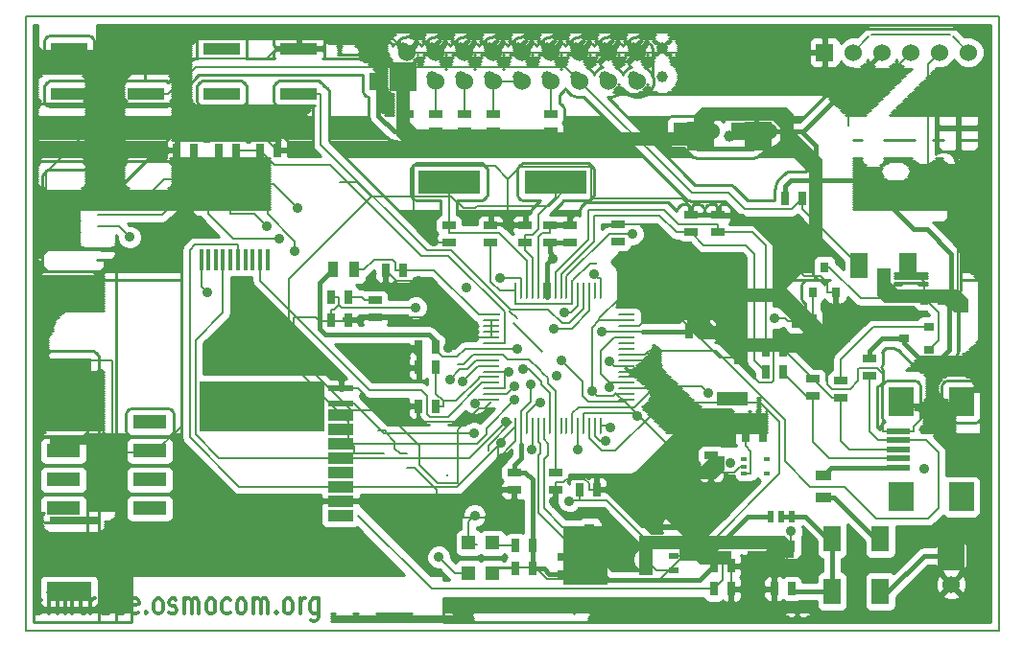
<source format=gtl>
G04 (created by PCBNEW-RS274X (2011-06-08)-testing) date Sa 02 Jul 2011 20:51:35 CEST*
G01*
G70*
G90*
%MOIN*%
G04 Gerber Fmt 3.4, Leading zero omitted, Abs format*
%FSLAX34Y34*%
G04 APERTURE LIST*
%ADD10C,0.006000*%
%ADD11C,0.008000*%
%ADD12C,0.012000*%
%ADD13R,0.078700X0.023600*%
%ADD14R,0.165400X0.027600*%
%ADD15R,0.094500X0.116100*%
%ADD16R,0.094500X0.104300*%
%ADD17C,0.039400*%
%ADD18R,0.060000X0.060000*%
%ADD19C,0.060000*%
%ADD20R,0.216500X0.078700*%
%ADD21R,0.045000X0.025000*%
%ADD22R,0.025000X0.045000*%
%ADD23R,0.035000X0.055000*%
%ADD24R,0.055000X0.035000*%
%ADD25R,0.060000X0.009800*%
%ADD26O,0.060000X0.009800*%
%ADD27O,0.009800X0.060000*%
%ADD28R,0.031500X0.035400*%
%ADD29R,0.035400X0.031500*%
%ADD30R,0.126000X0.039400*%
%ADD31C,0.035400*%
%ADD32R,0.078700X0.019700*%
%ADD33R,0.086600X0.098400*%
%ADD34R,0.090600X0.039400*%
%ADD35R,0.090600X0.019700*%
%ADD36R,0.118100X0.047200*%
%ADD37R,0.433100X0.173200*%
%ADD38R,0.157500X0.066900*%
%ADD39R,0.016000X0.074800*%
%ADD40R,0.020000X0.012000*%
%ADD41R,0.023600X0.043300*%
%ADD42R,0.059800X0.090600*%
%ADD43R,0.047200X0.047200*%
%ADD44R,0.037900X0.019700*%
%ADD45C,0.035000*%
%ADD46C,0.016000*%
%ADD47C,0.010000*%
G04 APERTURE END LIST*
G54D10*
G54D11*
X14450Y-56300D02*
X14450Y-34950D01*
X48250Y-56300D02*
X14450Y-56300D01*
X48250Y-34950D02*
X48250Y-56300D01*
X15250Y-34950D02*
X48250Y-34950D01*
X14450Y-34950D02*
X15250Y-34950D01*
G54D12*
X14757Y-55686D02*
X14814Y-55724D01*
X14929Y-55724D01*
X14986Y-55686D01*
X15014Y-55610D01*
X15014Y-55571D01*
X14986Y-55495D01*
X14929Y-55457D01*
X14843Y-55457D01*
X14786Y-55419D01*
X14757Y-55343D01*
X14757Y-55305D01*
X14786Y-55229D01*
X14843Y-55190D01*
X14929Y-55190D01*
X14986Y-55229D01*
X15272Y-55724D02*
X15272Y-55190D01*
X15272Y-54924D02*
X15243Y-54962D01*
X15272Y-55000D01*
X15300Y-54962D01*
X15272Y-54924D01*
X15272Y-55000D01*
X15558Y-55724D02*
X15558Y-55190D01*
X15558Y-55267D02*
X15586Y-55229D01*
X15644Y-55190D01*
X15729Y-55190D01*
X15786Y-55229D01*
X15815Y-55305D01*
X15815Y-55724D01*
X15815Y-55305D02*
X15844Y-55229D01*
X15901Y-55190D01*
X15986Y-55190D01*
X16044Y-55229D01*
X16072Y-55305D01*
X16072Y-55724D01*
X16272Y-55190D02*
X16501Y-55190D01*
X16358Y-54924D02*
X16358Y-55610D01*
X16386Y-55686D01*
X16444Y-55724D01*
X16501Y-55724D01*
X16701Y-55724D02*
X16701Y-55190D01*
X16701Y-55343D02*
X16729Y-55267D01*
X16758Y-55229D01*
X16815Y-55190D01*
X16872Y-55190D01*
X17329Y-55724D02*
X17329Y-55305D01*
X17300Y-55229D01*
X17243Y-55190D01*
X17129Y-55190D01*
X17072Y-55229D01*
X17329Y-55686D02*
X17272Y-55724D01*
X17129Y-55724D01*
X17072Y-55686D01*
X17043Y-55610D01*
X17043Y-55533D01*
X17072Y-55457D01*
X17129Y-55419D01*
X17272Y-55419D01*
X17329Y-55381D01*
X17872Y-55686D02*
X17815Y-55724D01*
X17701Y-55724D01*
X17643Y-55686D01*
X17615Y-55648D01*
X17586Y-55571D01*
X17586Y-55343D01*
X17615Y-55267D01*
X17643Y-55229D01*
X17701Y-55190D01*
X17815Y-55190D01*
X17872Y-55229D01*
X18357Y-55686D02*
X18300Y-55724D01*
X18186Y-55724D01*
X18129Y-55686D01*
X18100Y-55610D01*
X18100Y-55305D01*
X18129Y-55229D01*
X18186Y-55190D01*
X18300Y-55190D01*
X18357Y-55229D01*
X18386Y-55305D01*
X18386Y-55381D01*
X18100Y-55457D01*
X18643Y-55648D02*
X18671Y-55686D01*
X18643Y-55724D01*
X18614Y-55686D01*
X18643Y-55648D01*
X18643Y-55724D01*
X19015Y-55724D02*
X18957Y-55686D01*
X18929Y-55648D01*
X18900Y-55571D01*
X18900Y-55343D01*
X18929Y-55267D01*
X18957Y-55229D01*
X19015Y-55190D01*
X19100Y-55190D01*
X19157Y-55229D01*
X19186Y-55267D01*
X19215Y-55343D01*
X19215Y-55571D01*
X19186Y-55648D01*
X19157Y-55686D01*
X19100Y-55724D01*
X19015Y-55724D01*
X19443Y-55686D02*
X19500Y-55724D01*
X19615Y-55724D01*
X19672Y-55686D01*
X19700Y-55610D01*
X19700Y-55571D01*
X19672Y-55495D01*
X19615Y-55457D01*
X19529Y-55457D01*
X19472Y-55419D01*
X19443Y-55343D01*
X19443Y-55305D01*
X19472Y-55229D01*
X19529Y-55190D01*
X19615Y-55190D01*
X19672Y-55229D01*
X19958Y-55724D02*
X19958Y-55190D01*
X19958Y-55267D02*
X19986Y-55229D01*
X20044Y-55190D01*
X20129Y-55190D01*
X20186Y-55229D01*
X20215Y-55305D01*
X20215Y-55724D01*
X20215Y-55305D02*
X20244Y-55229D01*
X20301Y-55190D01*
X20386Y-55190D01*
X20444Y-55229D01*
X20472Y-55305D01*
X20472Y-55724D01*
X20844Y-55724D02*
X20786Y-55686D01*
X20758Y-55648D01*
X20729Y-55571D01*
X20729Y-55343D01*
X20758Y-55267D01*
X20786Y-55229D01*
X20844Y-55190D01*
X20929Y-55190D01*
X20986Y-55229D01*
X21015Y-55267D01*
X21044Y-55343D01*
X21044Y-55571D01*
X21015Y-55648D01*
X20986Y-55686D01*
X20929Y-55724D01*
X20844Y-55724D01*
X21558Y-55686D02*
X21501Y-55724D01*
X21387Y-55724D01*
X21329Y-55686D01*
X21301Y-55648D01*
X21272Y-55571D01*
X21272Y-55343D01*
X21301Y-55267D01*
X21329Y-55229D01*
X21387Y-55190D01*
X21501Y-55190D01*
X21558Y-55229D01*
X21901Y-55724D02*
X21843Y-55686D01*
X21815Y-55648D01*
X21786Y-55571D01*
X21786Y-55343D01*
X21815Y-55267D01*
X21843Y-55229D01*
X21901Y-55190D01*
X21986Y-55190D01*
X22043Y-55229D01*
X22072Y-55267D01*
X22101Y-55343D01*
X22101Y-55571D01*
X22072Y-55648D01*
X22043Y-55686D01*
X21986Y-55724D01*
X21901Y-55724D01*
X22358Y-55724D02*
X22358Y-55190D01*
X22358Y-55267D02*
X22386Y-55229D01*
X22444Y-55190D01*
X22529Y-55190D01*
X22586Y-55229D01*
X22615Y-55305D01*
X22615Y-55724D01*
X22615Y-55305D02*
X22644Y-55229D01*
X22701Y-55190D01*
X22786Y-55190D01*
X22844Y-55229D01*
X22872Y-55305D01*
X22872Y-55724D01*
X23158Y-55648D02*
X23186Y-55686D01*
X23158Y-55724D01*
X23129Y-55686D01*
X23158Y-55648D01*
X23158Y-55724D01*
X23530Y-55724D02*
X23472Y-55686D01*
X23444Y-55648D01*
X23415Y-55571D01*
X23415Y-55343D01*
X23444Y-55267D01*
X23472Y-55229D01*
X23530Y-55190D01*
X23615Y-55190D01*
X23672Y-55229D01*
X23701Y-55267D01*
X23730Y-55343D01*
X23730Y-55571D01*
X23701Y-55648D01*
X23672Y-55686D01*
X23615Y-55724D01*
X23530Y-55724D01*
X23987Y-55724D02*
X23987Y-55190D01*
X23987Y-55343D02*
X24015Y-55267D01*
X24044Y-55229D01*
X24101Y-55190D01*
X24158Y-55190D01*
X24615Y-55190D02*
X24615Y-55838D01*
X24586Y-55914D01*
X24558Y-55952D01*
X24501Y-55990D01*
X24415Y-55990D01*
X24358Y-55952D01*
X24615Y-55686D02*
X24558Y-55724D01*
X24444Y-55724D01*
X24386Y-55686D01*
X24358Y-55648D01*
X24329Y-55571D01*
X24329Y-55343D01*
X24358Y-55267D01*
X24386Y-55229D01*
X24444Y-55190D01*
X24558Y-55190D01*
X24615Y-55229D01*
G54D13*
X16947Y-50116D03*
X16947Y-50509D03*
X16947Y-50903D03*
X16947Y-51297D03*
X16947Y-51691D03*
X16947Y-52084D03*
G54D14*
X16120Y-49722D03*
X16120Y-52478D03*
G54D15*
X34195Y-53250D03*
X33605Y-53250D03*
X34195Y-54150D03*
X33605Y-54150D03*
G54D16*
X27550Y-37050D03*
G54D17*
X27550Y-36050D03*
X28550Y-37050D03*
X28550Y-36050D03*
X29550Y-37050D03*
X29550Y-36050D03*
X30550Y-37050D03*
X30550Y-36050D03*
X31550Y-37050D03*
X31550Y-36050D03*
X32550Y-37050D03*
X32550Y-36050D03*
X33550Y-37050D03*
X33550Y-36050D03*
X34550Y-37050D03*
X34550Y-36050D03*
X35550Y-37050D03*
X35550Y-36050D03*
X36550Y-37050D03*
X36550Y-36050D03*
G54D16*
X37900Y-39100D03*
G54D17*
X38900Y-39100D03*
G54D16*
X39900Y-39100D03*
G54D17*
X40900Y-39100D03*
G54D16*
X46600Y-53700D03*
G54D17*
X46600Y-54700D03*
G54D18*
X26700Y-37200D03*
G54D19*
X26700Y-36200D03*
X27700Y-37200D03*
X27700Y-36200D03*
X28700Y-37200D03*
X28700Y-36200D03*
X29700Y-37200D03*
X29700Y-36200D03*
X30700Y-37200D03*
X30700Y-36200D03*
X31700Y-37200D03*
X31700Y-36200D03*
X32700Y-37200D03*
X32700Y-36200D03*
X33700Y-37200D03*
X33700Y-36200D03*
X34700Y-37200D03*
X34700Y-36200D03*
X35700Y-37200D03*
X35700Y-36200D03*
G54D18*
X37250Y-38950D03*
G54D19*
X38250Y-38950D03*
G54D18*
X39250Y-38950D03*
G54D19*
X40250Y-38950D03*
G54D18*
X46600Y-53700D03*
G54D19*
X46600Y-54700D03*
G54D20*
X32850Y-40700D03*
X29150Y-40700D03*
G54D21*
X33178Y-53736D03*
X33178Y-54336D03*
G54D22*
X33687Y-51400D03*
X34287Y-51400D03*
X41795Y-45537D03*
X41195Y-45537D03*
X32050Y-53350D03*
X31450Y-53350D03*
X32050Y-54150D03*
X31450Y-54150D03*
X40842Y-41267D03*
X41442Y-41267D03*
X25050Y-44700D03*
X25650Y-44700D03*
X40150Y-46550D03*
X40750Y-46550D03*
X40150Y-47300D03*
X40750Y-47300D03*
G54D21*
X32700Y-38350D03*
X32700Y-38950D03*
X30700Y-38350D03*
X30700Y-38950D03*
X29700Y-38350D03*
X29700Y-38950D03*
X28700Y-38350D03*
X28700Y-38950D03*
X27700Y-38350D03*
X27700Y-38950D03*
X42750Y-48200D03*
X42750Y-47600D03*
X43750Y-47450D03*
X43750Y-46850D03*
G54D22*
X46250Y-44750D03*
X45650Y-44750D03*
X27551Y-43763D03*
X26951Y-43763D03*
X38350Y-54050D03*
X38950Y-54050D03*
X38348Y-54857D03*
X38948Y-54857D03*
G54D21*
X35015Y-42785D03*
X35015Y-42185D03*
X32850Y-50800D03*
X32850Y-51400D03*
X29150Y-42200D03*
X29150Y-42800D03*
X31800Y-42800D03*
X31800Y-42200D03*
G54D22*
X28700Y-48500D03*
X28100Y-48500D03*
G54D21*
X30600Y-42800D03*
X30600Y-42200D03*
G54D22*
X41050Y-54850D03*
X40450Y-54850D03*
G54D21*
X38500Y-42450D03*
X38500Y-41850D03*
G54D22*
X28700Y-47150D03*
X28100Y-47150D03*
G54D21*
X37550Y-42450D03*
X37550Y-41850D03*
G54D22*
X25650Y-45500D03*
X25050Y-45500D03*
G54D21*
X33350Y-42800D03*
X33350Y-42200D03*
G54D22*
X37500Y-45900D03*
X38100Y-45900D03*
G54D21*
X26600Y-45400D03*
X26600Y-44800D03*
X41800Y-48150D03*
X41800Y-47550D03*
X31420Y-50809D03*
X31420Y-51409D03*
X32647Y-42804D03*
X32647Y-42204D03*
G54D22*
X28700Y-46450D03*
X28100Y-46450D03*
G54D23*
X25870Y-43753D03*
X25120Y-43753D03*
G54D24*
X42150Y-50925D03*
X42150Y-51675D03*
G54D25*
X30639Y-45324D03*
G54D26*
X30639Y-45521D03*
X30639Y-45718D03*
X30639Y-45915D03*
X30639Y-46112D03*
X30639Y-46308D03*
X30639Y-46505D03*
X30639Y-46702D03*
X30639Y-46899D03*
X30639Y-47096D03*
X30639Y-47293D03*
X30639Y-47489D03*
X30639Y-47686D03*
X30639Y-47883D03*
X30639Y-48080D03*
X30639Y-48277D03*
G54D27*
X31474Y-49175D03*
X31671Y-49175D03*
X31868Y-49175D03*
X32065Y-49175D03*
X32262Y-49175D03*
X32458Y-49175D03*
X32655Y-49175D03*
X32852Y-49175D03*
X33049Y-49175D03*
X33246Y-49175D03*
X33443Y-49175D03*
X33639Y-49175D03*
X33836Y-49175D03*
X34033Y-49175D03*
X34230Y-49175D03*
X34427Y-49175D03*
G54D26*
X35325Y-48277D03*
X35325Y-48080D03*
X35325Y-47883D03*
X35325Y-47686D03*
X35325Y-47489D03*
X35325Y-47293D03*
X35325Y-47096D03*
X35325Y-46899D03*
X35325Y-46702D03*
X35325Y-46505D03*
X35325Y-46308D03*
X35325Y-46112D03*
X35325Y-45915D03*
X35325Y-45718D03*
X35325Y-45521D03*
X35325Y-45324D03*
G54D27*
X34427Y-44489D03*
X34230Y-44489D03*
X33836Y-44489D03*
X34033Y-44482D03*
X33639Y-44489D03*
X33443Y-44489D03*
X33246Y-44489D03*
X33049Y-44489D03*
X32852Y-44489D03*
X32655Y-44489D03*
X32461Y-44489D03*
X32264Y-44489D03*
X32067Y-44489D03*
X31870Y-44489D03*
X31674Y-44489D03*
X31477Y-44489D03*
G54D18*
X42200Y-36200D03*
G54D19*
X43200Y-36200D03*
X44200Y-36200D03*
X45200Y-36200D03*
X46200Y-36200D03*
X47200Y-36200D03*
G54D28*
X41806Y-44533D03*
X42594Y-44533D03*
X42200Y-43667D03*
G54D29*
X45833Y-46544D03*
X45833Y-45756D03*
X44967Y-46150D03*
G54D30*
X18639Y-36063D03*
X18639Y-37637D03*
X15961Y-37637D03*
X15961Y-36063D03*
X23939Y-36063D03*
X23939Y-37637D03*
X21261Y-37637D03*
X21261Y-36063D03*
G54D31*
X45650Y-50689D03*
X45650Y-49311D03*
G54D32*
X44764Y-50315D03*
X44764Y-50000D03*
X44764Y-49685D03*
X44764Y-49370D03*
X44764Y-50630D03*
G54D33*
X44863Y-51654D03*
X44863Y-48346D03*
X46949Y-51654D03*
X46949Y-48346D03*
G54D34*
X25403Y-52294D03*
X25403Y-51794D03*
X25403Y-50794D03*
X25403Y-51294D03*
X25403Y-50294D03*
X25403Y-49794D03*
X25403Y-49294D03*
X25403Y-48794D03*
G54D35*
X25403Y-48400D03*
X25403Y-47889D03*
G54D36*
X15757Y-51050D03*
X15757Y-49050D03*
X15757Y-50050D03*
X15757Y-52050D03*
X18757Y-52050D03*
X18757Y-51050D03*
X18757Y-50050D03*
X18757Y-49050D03*
G54D37*
X22659Y-48503D03*
G54D38*
X15954Y-47172D03*
X15954Y-54928D03*
G54D39*
X22850Y-41300D03*
X22600Y-41300D03*
X22340Y-41300D03*
X22080Y-41300D03*
X21830Y-41300D03*
X21570Y-41300D03*
X21310Y-41300D03*
X21060Y-41300D03*
X20800Y-41300D03*
X20550Y-41300D03*
X20550Y-43400D03*
X20800Y-43400D03*
X21060Y-43400D03*
X21310Y-43400D03*
X21570Y-43400D03*
X21830Y-43400D03*
X22080Y-43400D03*
X22340Y-43400D03*
X22600Y-43400D03*
X22850Y-43400D03*
G54D22*
X40050Y-49500D03*
X39450Y-49500D03*
X23200Y-39600D03*
X22600Y-39600D03*
X21150Y-39600D03*
X21750Y-39600D03*
X19700Y-39600D03*
X20300Y-39600D03*
G54D21*
X38250Y-50200D03*
X38250Y-50800D03*
G54D40*
X39400Y-50350D03*
X39400Y-50850D03*
X40200Y-50350D03*
X39400Y-50600D03*
X40200Y-50850D03*
G54D41*
X40326Y-53362D03*
X40700Y-53362D03*
X41074Y-53362D03*
X40326Y-52338D03*
X40700Y-52338D03*
X41074Y-52338D03*
G54D42*
X45089Y-43600D03*
X43411Y-43600D03*
G54D43*
X30663Y-54300D03*
X29837Y-54300D03*
X30663Y-53250D03*
X29837Y-53250D03*
G54D44*
X36955Y-52700D03*
X36955Y-54200D03*
X36955Y-53700D03*
X36955Y-53200D03*
X34045Y-54200D03*
X34045Y-53700D03*
X34046Y-53200D03*
X34045Y-52700D03*
G54D42*
X44139Y-53100D03*
X42461Y-53100D03*
X44139Y-54950D03*
X42461Y-54950D03*
G54D45*
X34742Y-46956D03*
X22816Y-42245D03*
X31421Y-47811D03*
X35910Y-47293D03*
X31131Y-49039D03*
X34737Y-47832D03*
X35965Y-53828D03*
X33639Y-50003D03*
X36268Y-48322D03*
X35682Y-48858D03*
X20750Y-44550D03*
X31217Y-47293D03*
X18070Y-42624D03*
X23261Y-42681D03*
X31426Y-48290D03*
X34128Y-47979D03*
X30050Y-52300D03*
X29645Y-47626D03*
X28800Y-53750D03*
X29191Y-47561D03*
X23892Y-41603D03*
X31733Y-47209D03*
X30973Y-49764D03*
X34764Y-49247D03*
X23802Y-43110D03*
X30055Y-48393D03*
X41028Y-52849D03*
X38147Y-48037D03*
X30013Y-49446D03*
X34597Y-49724D03*
X33174Y-45257D03*
X33063Y-46911D03*
X34193Y-43899D03*
X36353Y-46899D03*
X32812Y-45800D03*
X29777Y-44364D03*
X32900Y-47435D03*
X39422Y-53275D03*
X38933Y-50482D03*
X32018Y-50002D03*
X33332Y-51799D03*
X34468Y-45915D03*
X32772Y-43374D03*
X31986Y-47726D03*
X31514Y-46505D03*
X28618Y-42765D03*
X28093Y-44156D03*
X31150Y-51924D03*
X32784Y-51816D03*
X27696Y-46611D03*
X29830Y-48992D03*
X29117Y-46460D03*
X32321Y-48367D03*
X40475Y-45434D03*
X30923Y-44046D03*
X27997Y-45069D03*
X35524Y-42509D03*
G54D11*
X31385Y-45597D02*
X31698Y-45910D01*
X31698Y-45910D02*
X32381Y-46593D01*
G54D43*
X38700Y-48250D02*
X39300Y-48250D01*
G54D11*
X30639Y-47489D02*
X30196Y-47489D01*
X32852Y-49396D02*
X32852Y-49618D01*
X32850Y-50800D02*
X32850Y-50532D01*
X32852Y-50530D02*
X32850Y-50532D01*
X32852Y-49618D02*
X32852Y-50530D01*
X28700Y-48500D02*
X28968Y-48500D01*
X33443Y-44932D02*
X31477Y-44932D01*
X31477Y-44489D02*
X31477Y-44932D01*
X30914Y-44489D02*
X31477Y-44489D01*
X30600Y-44175D02*
X30914Y-44489D01*
X30600Y-42800D02*
X30600Y-44175D01*
X28968Y-48500D02*
X28968Y-48315D01*
X28954Y-48315D02*
X28968Y-48315D01*
X28700Y-48061D02*
X28954Y-48315D01*
X28700Y-47150D02*
X28700Y-48061D01*
X30196Y-47526D02*
X30196Y-47489D01*
X29407Y-48315D02*
X30196Y-47526D01*
X28968Y-48315D02*
X29407Y-48315D01*
X33443Y-44710D02*
X33443Y-44932D01*
X33443Y-44710D02*
X33443Y-44489D01*
X32852Y-49396D02*
X32852Y-49175D01*
X32581Y-47511D02*
X32443Y-47373D01*
X32852Y-49175D02*
X32852Y-47968D01*
X32852Y-47968D02*
X32581Y-47697D01*
X32581Y-47697D02*
X32581Y-47511D01*
X32443Y-47373D02*
X32281Y-47210D01*
X31040Y-46702D02*
X30639Y-46702D01*
X31932Y-46862D02*
X31200Y-46862D01*
X31200Y-46862D02*
X31040Y-46702D01*
X32281Y-47210D02*
X31932Y-46862D01*
X34273Y-43527D02*
X34275Y-43525D01*
X34272Y-43527D02*
X34273Y-43527D01*
X33478Y-44103D02*
X34054Y-43527D01*
X34054Y-43527D02*
X34272Y-43527D01*
X33443Y-44138D02*
X33478Y-44103D01*
X33443Y-44489D02*
X33443Y-44138D01*
X29988Y-46702D02*
X30639Y-46702D01*
X29660Y-47030D02*
X29988Y-46702D01*
X29464Y-47030D02*
X29660Y-47030D01*
X41442Y-41267D02*
X41442Y-41631D01*
X41442Y-41631D02*
X43411Y-43600D01*
X34882Y-47096D02*
X34742Y-46956D01*
X35325Y-47096D02*
X34882Y-47096D01*
X18639Y-37637D02*
X19412Y-37637D01*
X33200Y-36700D02*
X33700Y-37200D01*
X20349Y-36700D02*
X33200Y-36700D01*
X19412Y-37637D02*
X20349Y-36700D01*
X41073Y-41636D02*
X41442Y-41267D01*
X39417Y-41636D02*
X41073Y-41636D01*
X38865Y-41084D02*
X39417Y-41636D01*
X37584Y-41084D02*
X38865Y-41084D01*
X33700Y-37200D02*
X37584Y-41084D01*
X44764Y-49685D02*
X45735Y-49685D01*
X36091Y-46580D02*
X35969Y-46702D01*
X38439Y-46580D02*
X36091Y-46580D01*
X40824Y-48965D02*
X38439Y-46580D01*
X40824Y-49965D02*
X40824Y-48965D01*
X35969Y-46702D02*
X35325Y-46702D01*
X40824Y-50424D02*
X40824Y-49965D01*
X41700Y-51300D02*
X40824Y-50424D01*
X42900Y-51300D02*
X41700Y-51300D01*
X44000Y-52400D02*
X42900Y-51300D01*
X45800Y-52400D02*
X44000Y-52400D01*
X46150Y-52050D02*
X45800Y-52400D01*
X46150Y-50100D02*
X46150Y-52050D01*
X45735Y-49685D02*
X46150Y-50100D01*
X44072Y-49685D02*
X44764Y-49685D01*
X43750Y-49363D02*
X44072Y-49685D01*
X43750Y-47450D02*
X43750Y-49363D01*
X23939Y-37637D02*
X24712Y-37637D01*
X24712Y-39410D02*
X24712Y-37637D01*
X28391Y-43089D02*
X24712Y-39410D01*
X29239Y-43089D02*
X28391Y-43089D01*
X31291Y-45141D02*
X29239Y-43089D01*
X32606Y-45141D02*
X31291Y-45141D01*
X33082Y-45617D02*
X32606Y-45141D01*
X33341Y-45617D02*
X33082Y-45617D01*
X33836Y-45122D02*
X33341Y-45617D01*
X33836Y-44489D02*
X33836Y-45122D01*
X21570Y-41087D02*
X21570Y-40783D01*
X21570Y-41087D02*
X21570Y-41300D01*
X31152Y-48080D02*
X30639Y-48080D01*
X31421Y-47811D02*
X31152Y-48080D01*
X21570Y-41300D02*
X21570Y-41817D01*
X22388Y-41817D02*
X22816Y-42245D01*
X21570Y-41817D02*
X22388Y-41817D01*
X35325Y-47293D02*
X35910Y-47293D01*
X20274Y-40783D02*
X21570Y-40783D01*
X19204Y-41853D02*
X20274Y-40783D01*
X16947Y-41853D02*
X19204Y-41853D01*
X35325Y-46112D02*
X34882Y-46112D01*
X21152Y-50294D02*
X25403Y-50294D01*
X20349Y-49491D02*
X21152Y-50294D01*
X20349Y-46201D02*
X20349Y-49491D01*
X21310Y-45240D02*
X20349Y-46201D01*
X21310Y-43400D02*
X21310Y-45240D01*
X34742Y-47686D02*
X35325Y-47686D01*
X34423Y-46571D02*
X34882Y-46112D01*
X34423Y-47367D02*
X34423Y-46571D01*
X34742Y-47686D02*
X34423Y-47367D01*
X29876Y-50294D02*
X25403Y-50294D01*
X31131Y-49039D02*
X29876Y-50294D01*
X34742Y-47827D02*
X34737Y-47832D01*
X34742Y-47686D02*
X34742Y-47827D01*
X36483Y-54212D02*
X36943Y-54212D01*
X33639Y-49175D02*
X33639Y-50003D01*
X35965Y-53828D02*
X36349Y-54212D01*
X36349Y-54212D02*
X36483Y-54212D01*
X36943Y-54212D02*
X36955Y-54200D01*
X37050Y-42450D02*
X37550Y-42450D01*
X36474Y-41874D02*
X37050Y-42450D01*
X34202Y-41874D02*
X36474Y-41874D01*
X34180Y-41896D02*
X34202Y-41874D01*
X34180Y-42782D02*
X34180Y-41896D01*
X33049Y-43913D02*
X34180Y-42782D01*
X33049Y-44489D02*
X33049Y-43913D01*
X39750Y-46900D02*
X40150Y-47300D01*
X39750Y-43200D02*
X39750Y-46900D01*
X39450Y-42900D02*
X39750Y-43200D01*
X38000Y-42900D02*
X39450Y-42900D01*
X37550Y-42450D02*
X38000Y-42900D01*
X40150Y-42900D02*
X40150Y-46550D01*
X39700Y-42450D02*
X40150Y-42900D01*
X38500Y-42450D02*
X39700Y-42450D01*
X32852Y-43851D02*
X32852Y-44489D01*
X33997Y-42706D02*
X32852Y-43851D01*
X33997Y-41703D02*
X33997Y-42706D01*
X34009Y-41691D02*
X33997Y-41703D01*
X36641Y-41691D02*
X34009Y-41691D01*
X37132Y-42182D02*
X36641Y-41691D01*
X38500Y-42182D02*
X37132Y-42182D01*
X38500Y-42450D02*
X38500Y-42182D01*
X43312Y-38088D02*
X45200Y-36200D01*
X43024Y-38088D02*
X43312Y-38088D01*
X43024Y-38752D02*
X43024Y-38088D01*
X34033Y-49175D02*
X34033Y-49618D01*
X36268Y-48732D02*
X36268Y-48322D01*
X34943Y-50057D02*
X36268Y-48732D01*
X34472Y-50057D02*
X34943Y-50057D01*
X34033Y-49618D02*
X34472Y-50057D01*
X45780Y-36620D02*
X46200Y-36200D01*
X45780Y-41281D02*
X45780Y-36620D01*
X35551Y-48727D02*
X35682Y-48858D01*
X33858Y-48727D02*
X35551Y-48727D01*
X33836Y-48749D02*
X33858Y-48727D01*
X33836Y-49175D02*
X33836Y-48749D01*
X20550Y-43400D02*
X20550Y-44350D01*
X20550Y-44350D02*
X20750Y-44550D01*
X30639Y-47293D02*
X31082Y-47293D01*
X31082Y-47293D02*
X31082Y-47883D01*
X30639Y-47883D02*
X31082Y-47883D01*
X31082Y-47293D02*
X31217Y-47293D01*
X17693Y-42247D02*
X16947Y-42247D01*
X18070Y-42624D02*
X17693Y-42247D01*
X35325Y-45521D02*
X34379Y-45521D01*
X34379Y-45521D02*
X34128Y-45772D01*
X20800Y-41300D02*
X20800Y-41817D01*
X25403Y-49794D02*
X25999Y-49794D01*
X21664Y-42681D02*
X23261Y-42681D01*
X20800Y-41817D02*
X21664Y-42681D01*
X30116Y-49794D02*
X25999Y-49794D01*
X30447Y-49463D02*
X30116Y-49794D01*
X30447Y-49269D02*
X30447Y-49463D01*
X31426Y-48290D02*
X30447Y-49269D01*
X34945Y-48080D02*
X35325Y-48080D01*
X34872Y-48153D02*
X34945Y-48080D01*
X34302Y-48153D02*
X34872Y-48153D01*
X34128Y-47979D02*
X34302Y-48153D01*
X34128Y-45772D02*
X34128Y-47979D01*
X30308Y-47686D02*
X30639Y-47686D01*
X29125Y-48869D02*
X30308Y-47686D01*
X28493Y-48869D02*
X29125Y-48869D01*
X28388Y-48764D02*
X28493Y-48869D01*
X28388Y-48140D02*
X28388Y-48764D01*
X28184Y-47936D02*
X28388Y-48140D01*
X26387Y-47936D02*
X28184Y-47936D01*
X22600Y-44149D02*
X26387Y-47936D01*
X22600Y-43400D02*
X22600Y-44149D01*
X29837Y-53250D02*
X29837Y-52513D01*
X29837Y-52513D02*
X30050Y-52300D01*
X29931Y-52419D02*
X30050Y-52300D01*
X30175Y-47096D02*
X30639Y-47096D01*
X29645Y-47626D02*
X30175Y-47096D01*
X29837Y-54300D02*
X29350Y-54300D01*
X29350Y-54300D02*
X28800Y-53750D01*
X29191Y-47561D02*
X29539Y-47213D01*
X29539Y-47213D02*
X29792Y-47213D01*
X29792Y-47213D02*
X30106Y-46899D01*
X30106Y-46899D02*
X30639Y-46899D01*
X36955Y-53700D02*
X37800Y-53700D01*
X38000Y-53500D02*
X38000Y-53496D01*
X37800Y-53700D02*
X38000Y-53500D01*
X40640Y-49300D02*
X40640Y-49040D01*
X39968Y-48368D02*
X36765Y-48368D01*
X40640Y-49040D02*
X39968Y-48368D01*
X40640Y-50856D02*
X38000Y-53496D01*
X40640Y-49300D02*
X40640Y-50856D01*
X36401Y-48004D02*
X36765Y-48368D01*
X36137Y-48004D02*
X36401Y-48004D01*
X35606Y-48535D02*
X36137Y-48004D01*
X33650Y-48535D02*
X35606Y-48535D01*
X33443Y-48742D02*
X33650Y-48535D01*
X33443Y-49175D02*
X33443Y-48742D01*
X32458Y-49175D02*
X32458Y-49658D01*
X33100Y-52700D02*
X34045Y-52700D01*
X32453Y-52053D02*
X33100Y-52700D01*
X32453Y-50350D02*
X32453Y-52053D01*
X32600Y-50203D02*
X32453Y-50350D01*
X32600Y-49800D02*
X32600Y-50203D01*
X32458Y-49658D02*
X32600Y-49800D01*
X22090Y-40782D02*
X22080Y-40792D01*
X23071Y-40782D02*
X22090Y-40782D01*
X23892Y-41603D02*
X23071Y-40782D01*
X22080Y-41300D02*
X22080Y-40792D01*
X18402Y-41459D02*
X16947Y-41459D01*
X19262Y-40599D02*
X18402Y-41459D01*
X21887Y-40599D02*
X19262Y-40599D01*
X22080Y-40792D02*
X21887Y-40599D01*
X31940Y-47209D02*
X31733Y-47209D01*
X32365Y-47634D02*
X31940Y-47209D01*
X32365Y-47742D02*
X32365Y-47634D01*
X32655Y-48032D02*
X32365Y-47742D01*
X32655Y-49175D02*
X32655Y-48032D01*
X21830Y-43400D02*
X21830Y-42883D01*
X21860Y-51294D02*
X25403Y-51294D01*
X20151Y-49585D02*
X21860Y-51294D01*
X20151Y-43072D02*
X20151Y-49585D01*
X20340Y-42883D02*
X20151Y-43072D01*
X21830Y-42883D02*
X20340Y-42883D01*
X29443Y-51294D02*
X30973Y-49764D01*
X25403Y-51294D02*
X29443Y-51294D01*
X34692Y-49175D02*
X34764Y-49247D01*
X34427Y-49175D02*
X34692Y-49175D01*
X33276Y-53212D02*
X34034Y-53212D01*
X33276Y-53212D02*
X32271Y-52207D01*
X32271Y-52207D02*
X32271Y-50200D01*
X32271Y-50200D02*
X32336Y-50135D01*
X32336Y-50135D02*
X32336Y-49823D01*
X32336Y-49823D02*
X32262Y-49749D01*
X32262Y-49749D02*
X32262Y-49618D01*
X32262Y-49175D02*
X32262Y-49618D01*
X34034Y-53212D02*
X34046Y-53200D01*
X30639Y-48277D02*
X30196Y-48277D01*
X22850Y-41300D02*
X22850Y-41817D01*
X23801Y-43110D02*
X23802Y-43110D01*
X23801Y-42768D02*
X23801Y-43110D01*
X22850Y-41817D02*
X23801Y-42768D01*
X30080Y-48393D02*
X30055Y-48393D01*
X30196Y-48277D02*
X30080Y-48393D01*
X41028Y-53316D02*
X41028Y-52849D01*
X41074Y-53362D02*
X41028Y-53316D01*
X35997Y-47883D02*
X35325Y-47883D01*
X36059Y-47821D02*
X35997Y-47883D01*
X37931Y-47821D02*
X36059Y-47821D01*
X38147Y-48037D02*
X37931Y-47821D01*
X34400Y-49724D02*
X34597Y-49724D01*
X34230Y-49554D02*
X34400Y-49724D01*
X34230Y-49175D02*
X34230Y-49554D01*
X26907Y-49446D02*
X30013Y-49446D01*
X25861Y-48400D02*
X26907Y-49446D01*
X25403Y-48400D02*
X25861Y-48400D01*
X33639Y-44489D02*
X33639Y-45025D01*
X33639Y-45025D02*
X33407Y-45257D01*
X33407Y-45257D02*
X33174Y-45257D01*
X30700Y-37200D02*
X30700Y-38350D01*
X31700Y-37200D02*
X30700Y-37200D01*
X28700Y-37200D02*
X28700Y-38350D01*
X33809Y-47657D02*
X33063Y-46911D01*
X33809Y-48151D02*
X33809Y-47657D01*
X33995Y-48337D02*
X33809Y-48151D01*
X35265Y-48337D02*
X33995Y-48337D01*
X35325Y-48277D02*
X35265Y-48337D01*
X32700Y-38350D02*
X32700Y-37200D01*
X34340Y-44046D02*
X34193Y-43899D01*
X34427Y-44046D02*
X34340Y-44046D01*
X34427Y-44489D02*
X34427Y-44046D01*
X35325Y-46899D02*
X36353Y-46899D01*
X34033Y-45185D02*
X34033Y-44482D01*
X33418Y-45800D02*
X34033Y-45185D01*
X32812Y-45800D02*
X33418Y-45800D01*
X29700Y-37200D02*
X29700Y-38350D01*
X42200Y-43667D02*
X42367Y-43667D01*
X43450Y-44750D02*
X45650Y-44750D01*
X42367Y-43667D02*
X43450Y-44750D01*
X45650Y-44750D02*
X45650Y-44161D01*
X45650Y-44161D02*
X45089Y-43600D01*
X46154Y-45254D02*
X45650Y-44750D01*
X45833Y-46544D02*
X46154Y-46223D01*
X46154Y-46223D02*
X46154Y-45254D01*
G54D46*
X44139Y-53100D02*
X43950Y-53100D01*
X42525Y-51675D02*
X42150Y-51675D01*
X43950Y-53100D02*
X42525Y-51675D01*
G54D11*
X27974Y-50650D02*
X27700Y-50650D01*
X28732Y-51408D02*
X27974Y-50650D01*
X28732Y-51929D02*
X28732Y-51408D01*
X29172Y-52369D02*
X28732Y-51929D01*
X30388Y-52369D02*
X29172Y-52369D01*
X30853Y-51904D02*
X30388Y-52369D01*
X30853Y-49816D02*
X30853Y-51904D01*
X31480Y-49189D02*
X30853Y-49816D01*
X17450Y-46900D02*
X17450Y-49950D01*
X17284Y-50116D02*
X16947Y-50116D01*
X17450Y-49950D02*
X17284Y-50116D01*
X16947Y-50116D02*
X18934Y-50116D01*
X18934Y-50116D02*
X19850Y-49200D01*
X26686Y-49335D02*
X26954Y-49335D01*
X27700Y-50150D02*
X27457Y-50150D01*
X26954Y-49418D02*
X27270Y-49734D01*
X26954Y-49335D02*
X26954Y-49418D01*
X27270Y-49963D02*
X27457Y-50150D01*
X27270Y-49734D02*
X27270Y-49963D01*
X30518Y-49872D02*
X31341Y-49049D01*
X30518Y-50049D02*
X30518Y-49872D01*
X16600Y-46900D02*
X17450Y-46900D01*
X37400Y-53650D02*
X37350Y-53650D01*
X37350Y-53650D02*
X36482Y-54518D01*
X26900Y-50150D02*
X26657Y-50150D01*
G54D43*
X38000Y-53650D02*
X37400Y-53650D01*
X38126Y-53776D02*
X38000Y-53650D01*
X38738Y-53776D02*
X38126Y-53776D01*
G54D11*
X25353Y-40694D02*
X25949Y-40694D01*
X25949Y-40694D02*
X26457Y-41202D01*
X25850Y-50150D02*
X25850Y-49882D01*
X26470Y-50131D02*
X26470Y-50140D01*
X26480Y-50150D02*
X26657Y-50150D01*
X26470Y-50140D02*
X26480Y-50150D01*
X26228Y-50140D02*
X26218Y-50150D01*
X26470Y-50140D02*
X26228Y-50140D01*
X25850Y-50150D02*
X26218Y-50150D01*
X23580Y-44079D02*
X26457Y-41202D01*
X23580Y-46951D02*
X23580Y-44079D01*
X25678Y-49049D02*
X23580Y-46951D01*
X25678Y-49710D02*
X25678Y-49049D01*
X25850Y-49882D02*
X25678Y-49710D01*
X30698Y-54099D02*
X30568Y-54229D01*
X32148Y-54099D02*
X30698Y-54099D01*
X32567Y-54518D02*
X32148Y-54099D01*
X36482Y-54518D02*
X32567Y-54518D01*
X32625Y-41534D02*
X33509Y-40650D01*
X30146Y-41534D02*
X32625Y-41534D01*
X30071Y-41609D02*
X30146Y-41534D01*
X29649Y-41609D02*
X30071Y-41609D01*
X29242Y-41202D02*
X29649Y-41609D01*
X26457Y-41202D02*
X29242Y-41202D01*
X25500Y-45400D02*
X25500Y-45534D01*
X24142Y-45400D02*
X24521Y-45400D01*
X24655Y-45534D02*
X24521Y-45400D01*
X25500Y-45534D02*
X24655Y-45534D01*
X24142Y-45400D02*
X23763Y-45400D01*
X23763Y-46651D02*
X23763Y-45400D01*
X25770Y-48658D02*
X23763Y-46651D01*
X26907Y-48658D02*
X25770Y-48658D01*
X28137Y-49888D02*
X26907Y-48658D01*
X28137Y-50552D02*
X28137Y-49888D01*
X28754Y-51169D02*
X28137Y-50552D01*
X29457Y-51169D02*
X28754Y-51169D01*
X29472Y-51154D02*
X29457Y-51169D01*
X29472Y-49304D02*
X29472Y-51154D01*
X29682Y-49094D02*
X29472Y-49304D01*
X29704Y-49094D02*
X29682Y-49094D01*
X30208Y-48590D02*
X29704Y-49094D01*
X30409Y-48590D02*
X30208Y-48590D01*
X30645Y-48354D02*
X30409Y-48590D01*
G54D43*
X42866Y-46039D02*
X42040Y-46039D01*
X42040Y-46039D02*
X40650Y-44649D01*
X40650Y-44649D02*
X38001Y-44649D01*
X38001Y-44649D02*
X37650Y-45000D01*
X37650Y-45000D02*
X37650Y-45492D01*
X37650Y-45492D02*
X38090Y-45932D01*
X38090Y-45932D02*
X39300Y-45932D01*
X40900Y-39100D02*
X40900Y-39150D01*
X40650Y-44640D02*
X40650Y-44649D01*
X40650Y-44150D02*
X40650Y-44640D01*
X41900Y-42900D02*
X40650Y-44150D01*
X41900Y-40150D02*
X41900Y-42900D01*
X40900Y-39150D02*
X41900Y-40150D01*
X45150Y-44667D02*
X46617Y-44667D01*
X46617Y-44667D02*
X46950Y-45000D01*
X44250Y-43950D02*
X44250Y-44400D01*
X44517Y-44667D02*
X45150Y-44667D01*
X44250Y-44400D02*
X44517Y-44667D01*
X37900Y-39100D02*
X37900Y-38600D01*
X40900Y-38600D02*
X40900Y-39100D01*
X40650Y-38350D02*
X40900Y-38600D01*
X38150Y-38350D02*
X40650Y-38350D01*
X37900Y-38600D02*
X38150Y-38350D01*
X33550Y-39200D02*
X37800Y-39200D01*
X37800Y-39200D02*
X37900Y-39100D01*
X31550Y-39200D02*
X33550Y-39200D01*
X30550Y-39200D02*
X31550Y-39200D01*
X29550Y-39200D02*
X30550Y-39200D01*
X28550Y-39200D02*
X29550Y-39200D01*
X27550Y-37050D02*
X27550Y-38850D01*
X27900Y-39200D02*
X28550Y-39200D01*
X27550Y-38850D02*
X27900Y-39200D01*
X39300Y-46800D02*
X39300Y-45932D01*
X39300Y-46383D02*
X40943Y-46383D01*
G54D11*
X39300Y-46383D02*
X39300Y-46800D01*
G54D43*
X40943Y-46383D02*
X40977Y-46417D01*
X36950Y-50800D02*
X38156Y-50800D01*
X38156Y-50800D02*
X38489Y-50467D01*
X37950Y-53250D02*
X40600Y-53250D01*
X40600Y-53250D02*
X40900Y-53550D01*
X36000Y-53250D02*
X37950Y-53250D01*
X37950Y-53250D02*
X38000Y-53250D01*
X36950Y-50800D02*
X36650Y-50800D01*
X36400Y-51650D02*
X38000Y-53250D01*
X36400Y-51050D02*
X36400Y-51650D01*
X36650Y-50800D02*
X36400Y-51050D01*
X36000Y-54150D02*
X36000Y-53250D01*
G54D11*
X39422Y-53362D02*
X39422Y-53275D01*
X28562Y-54857D02*
X25999Y-52294D01*
X38348Y-54857D02*
X28562Y-54857D01*
X40326Y-53362D02*
X39422Y-53362D01*
X38663Y-54542D02*
X38348Y-54857D01*
X38663Y-53703D02*
X38663Y-54542D01*
X39422Y-53362D02*
X39004Y-53362D01*
X36483Y-53212D02*
X36943Y-53212D01*
X36483Y-53212D02*
X36077Y-53212D01*
X36077Y-53212D02*
X34633Y-51768D01*
X33687Y-51768D02*
X34633Y-51768D01*
X36943Y-53212D02*
X36955Y-53200D01*
X33687Y-51400D02*
X33687Y-51768D01*
X33363Y-51768D02*
X33687Y-51768D01*
X33332Y-51799D02*
X33363Y-51768D01*
X32065Y-49955D02*
X32018Y-50002D01*
X32065Y-49175D02*
X32065Y-49955D01*
G54D46*
X40250Y-38950D02*
X41400Y-38950D01*
X41400Y-38950D02*
X41450Y-38950D01*
X40250Y-38950D02*
X40250Y-39000D01*
X40250Y-39000D02*
X39700Y-39550D01*
X34045Y-54200D02*
X34350Y-54200D01*
X37850Y-54550D02*
X38350Y-54050D01*
X34700Y-54550D02*
X37850Y-54550D01*
X34350Y-54200D02*
X34700Y-54550D01*
X33178Y-54336D02*
X33909Y-54336D01*
X33909Y-54336D02*
X34045Y-54200D01*
X30700Y-38950D02*
X32700Y-38950D01*
X29700Y-38950D02*
X30700Y-38950D01*
X28700Y-38950D02*
X29700Y-38950D01*
X27700Y-38950D02*
X28700Y-38950D01*
X26700Y-37200D02*
X26700Y-38400D01*
X27250Y-38950D02*
X27700Y-38950D01*
X26700Y-38400D02*
X27250Y-38950D01*
X31656Y-50305D02*
X31656Y-49856D01*
X31656Y-49856D02*
X31671Y-49871D01*
G54D11*
X29100Y-50900D02*
X29100Y-50894D01*
X29100Y-50894D02*
X29100Y-50889D01*
X36950Y-50050D02*
X36950Y-50800D01*
X35255Y-48355D02*
X36950Y-50050D01*
X35255Y-48354D02*
X35255Y-48355D01*
X35133Y-44700D02*
X34376Y-45457D01*
X36450Y-44700D02*
X35133Y-44700D01*
X38550Y-46800D02*
X36450Y-44700D01*
X39300Y-46800D02*
X38550Y-46800D01*
X36000Y-53250D02*
X35732Y-53250D01*
X29850Y-53300D02*
X30118Y-53300D01*
X35255Y-48354D02*
X34941Y-48039D01*
X31251Y-45184D02*
X31276Y-45208D01*
X31276Y-45208D02*
X31524Y-45457D01*
G54D43*
X40600Y-53550D02*
X40856Y-53550D01*
X40856Y-53550D02*
X40900Y-53550D01*
X39762Y-53776D02*
X40374Y-53776D01*
X40374Y-53776D02*
X40600Y-53550D01*
G54D11*
X32550Y-44150D02*
X32550Y-44384D01*
X32550Y-44384D02*
X32655Y-44489D01*
X32550Y-44100D02*
X32550Y-44150D01*
X32550Y-44150D02*
X32550Y-44400D01*
X32550Y-44400D02*
X32461Y-44489D01*
G54D46*
X28700Y-46450D02*
X28700Y-46250D01*
X24650Y-44223D02*
X25120Y-43753D01*
X24650Y-45800D02*
X24650Y-44223D01*
X24850Y-46000D02*
X24650Y-45800D01*
X28450Y-46000D02*
X24850Y-46000D01*
X28700Y-46250D02*
X28450Y-46000D01*
X37500Y-45900D02*
X35900Y-45900D01*
X35900Y-45900D02*
X35900Y-45915D01*
X32772Y-43374D02*
X32726Y-43374D01*
X32550Y-43550D02*
X32550Y-44100D01*
X32550Y-44100D02*
X32550Y-44700D01*
X32726Y-43374D02*
X32550Y-43550D01*
X33350Y-42800D02*
X32651Y-42800D01*
X32651Y-42800D02*
X32647Y-42804D01*
X32772Y-43374D02*
X32772Y-43272D01*
X32772Y-43272D02*
X32647Y-43147D01*
X32647Y-43147D02*
X32647Y-42804D01*
X37250Y-38950D02*
X37250Y-39000D01*
X37800Y-39550D02*
X39700Y-39550D01*
X37250Y-39000D02*
X37800Y-39550D01*
X40550Y-38950D02*
X41400Y-38950D01*
X41400Y-38950D02*
X41900Y-39450D01*
X41900Y-39450D02*
X41900Y-40659D01*
X40550Y-38950D02*
X41450Y-38950D01*
X41450Y-38950D02*
X44200Y-36200D01*
X46250Y-44750D02*
X46300Y-44750D01*
X46300Y-44750D02*
X46600Y-44450D01*
X46600Y-44450D02*
X46600Y-43200D01*
X46600Y-43200D02*
X45750Y-42350D01*
X45750Y-42350D02*
X45300Y-42350D01*
X45300Y-42350D02*
X43609Y-40659D01*
X43609Y-40659D02*
X41900Y-40659D01*
X40842Y-40858D02*
X40842Y-41267D01*
X41900Y-40659D02*
X41041Y-40659D01*
X41041Y-40659D02*
X40842Y-40858D01*
X44967Y-46150D02*
X44967Y-46300D01*
X44967Y-46300D02*
X45567Y-46900D01*
X46518Y-45018D02*
X46250Y-44750D01*
X46518Y-46532D02*
X46518Y-45018D01*
X46150Y-46900D02*
X46518Y-46532D01*
X45567Y-46900D02*
X46150Y-46900D01*
X43750Y-46850D02*
X43750Y-46582D01*
X43750Y-46582D02*
X44182Y-46150D01*
X44182Y-46150D02*
X44967Y-46150D01*
X31420Y-50809D02*
X31420Y-50541D01*
X31420Y-50541D02*
X31656Y-50305D01*
X31656Y-50305D02*
X31671Y-50290D01*
X32050Y-53350D02*
X32050Y-51050D01*
X31809Y-50809D02*
X31420Y-50809D01*
X32050Y-51050D02*
X31809Y-50809D01*
X32050Y-54150D02*
X32050Y-53350D01*
X33178Y-54336D02*
X32636Y-54336D01*
X32450Y-54150D02*
X32050Y-54150D01*
X32636Y-54336D02*
X32450Y-54150D01*
X40326Y-52338D02*
X39529Y-52338D01*
X39529Y-52338D02*
X38350Y-53517D01*
X38350Y-53517D02*
X38350Y-54050D01*
G54D11*
X31986Y-47726D02*
X31986Y-48353D01*
X31986Y-48353D02*
X31671Y-48668D01*
X31671Y-48668D02*
X31671Y-49175D01*
X31420Y-50541D02*
X31671Y-50290D01*
X31671Y-50290D02*
X31671Y-49871D01*
X31671Y-49871D02*
X31671Y-49618D01*
X31671Y-49396D02*
X31671Y-49618D01*
X31671Y-49396D02*
X31671Y-49175D01*
X35900Y-45915D02*
X35325Y-45915D01*
X41450Y-38950D02*
X44200Y-36200D01*
X38350Y-53517D02*
X38350Y-54050D01*
X39529Y-52338D02*
X38350Y-53517D01*
X35325Y-45915D02*
X34468Y-45915D01*
X28700Y-46539D02*
X28700Y-46450D01*
X28942Y-46781D02*
X28700Y-46539D01*
X29441Y-46781D02*
X28942Y-46781D01*
X29717Y-46505D02*
X29441Y-46781D01*
X30639Y-46505D02*
X29717Y-46505D01*
X30639Y-46505D02*
X31514Y-46505D01*
X36955Y-52700D02*
X37200Y-52700D01*
X38250Y-51650D02*
X38250Y-51200D01*
X37200Y-52700D02*
X38250Y-51650D01*
X36700Y-52712D02*
X36943Y-52712D01*
X36943Y-52712D02*
X36955Y-52700D01*
X45300Y-49196D02*
X45748Y-48748D01*
X45300Y-49370D02*
X45300Y-49196D01*
X44227Y-47360D02*
X44227Y-49370D01*
X44039Y-47172D02*
X44227Y-47360D01*
X43400Y-47172D02*
X44039Y-47172D01*
X43378Y-47194D02*
X43400Y-47172D01*
X43378Y-47622D02*
X43378Y-47194D01*
X43100Y-47900D02*
X43378Y-47622D01*
X42450Y-47900D02*
X43100Y-47900D01*
X42300Y-47750D02*
X42450Y-47900D01*
X42300Y-46272D02*
X42300Y-47750D01*
X42108Y-46080D02*
X42300Y-46272D01*
X45748Y-47869D02*
X45748Y-48748D01*
X46843Y-46774D02*
X45748Y-47869D01*
X46843Y-38811D02*
X46843Y-46774D01*
X47650Y-53650D02*
X46600Y-54700D01*
X47650Y-50650D02*
X47650Y-53650D01*
X45748Y-48748D02*
X47650Y-50650D01*
X27245Y-35745D02*
X27700Y-36200D01*
X25030Y-35745D02*
X27245Y-35745D01*
X24712Y-36063D02*
X25030Y-35745D01*
X42594Y-45594D02*
X42594Y-44533D01*
X42108Y-46080D02*
X42594Y-45594D01*
X33700Y-36200D02*
X32700Y-36200D01*
X31210Y-40598D02*
X31210Y-41978D01*
X31432Y-42200D02*
X31210Y-41978D01*
X31800Y-42200D02*
X31432Y-42200D01*
X31190Y-41978D02*
X31210Y-41978D01*
X30968Y-42200D02*
X31190Y-41978D01*
X32264Y-42619D02*
X32264Y-44489D01*
X32411Y-42472D02*
X32264Y-42619D01*
X32647Y-42472D02*
X32411Y-42472D01*
X31700Y-36200D02*
X30700Y-36200D01*
X32700Y-36200D02*
X31700Y-36200D01*
X39370Y-41850D02*
X38500Y-41850D01*
X41512Y-43992D02*
X39370Y-41850D01*
X42053Y-43992D02*
X41512Y-43992D01*
X42294Y-44233D02*
X42053Y-43992D01*
X42294Y-44533D02*
X42294Y-44233D01*
X38100Y-45900D02*
X38368Y-45900D01*
X38100Y-45900D02*
X37832Y-45900D01*
X35325Y-45718D02*
X35768Y-45718D01*
X29150Y-42800D02*
X28782Y-42800D01*
X30600Y-42200D02*
X30968Y-42200D01*
X32647Y-42204D02*
X32647Y-42472D01*
X44764Y-49370D02*
X44227Y-49370D01*
X44764Y-49370D02*
X45300Y-49370D01*
X22826Y-36403D02*
X23166Y-36063D01*
X19752Y-36403D02*
X22826Y-36403D01*
X19412Y-36063D02*
X19752Y-36403D01*
X23939Y-36063D02*
X23166Y-36063D01*
X23939Y-36063D02*
X24712Y-36063D01*
X25650Y-45500D02*
X25918Y-45500D01*
X26610Y-48500D02*
X25999Y-47889D01*
X27832Y-48500D02*
X26610Y-48500D01*
X28100Y-48500D02*
X27832Y-48500D01*
X25403Y-47889D02*
X25999Y-47889D01*
X28747Y-42765D02*
X28618Y-42765D01*
X28782Y-42800D02*
X28747Y-42765D01*
X27923Y-42070D02*
X28618Y-42765D01*
X27923Y-40170D02*
X27923Y-42070D01*
X27945Y-40148D02*
X27923Y-40170D01*
X30760Y-40148D02*
X27945Y-40148D01*
X31210Y-40598D02*
X30760Y-40148D01*
X26018Y-45400D02*
X26600Y-45400D01*
X25918Y-45500D02*
X26018Y-45400D01*
X30700Y-36200D02*
X29700Y-36200D01*
X38950Y-54487D02*
X38948Y-54489D01*
X38950Y-54050D02*
X38950Y-54487D01*
X38948Y-54857D02*
X38948Y-54489D01*
X38948Y-54857D02*
X39216Y-54857D01*
X31420Y-51409D02*
X31420Y-51677D01*
X25403Y-51794D02*
X25999Y-51794D01*
X27344Y-44156D02*
X28093Y-44156D01*
X26951Y-43763D02*
X27344Y-44156D01*
X42594Y-44533D02*
X42294Y-44533D01*
X34287Y-51400D02*
X34019Y-51400D01*
X32850Y-51400D02*
X32850Y-51132D01*
X18639Y-36063D02*
X19026Y-36063D01*
X19026Y-36063D02*
X19412Y-36063D01*
X30639Y-45915D02*
X30639Y-46112D01*
X30639Y-46112D02*
X30196Y-46112D01*
X33019Y-42200D02*
X33015Y-42204D01*
X33350Y-42200D02*
X33019Y-42200D01*
X32647Y-42204D02*
X33015Y-42204D01*
X33350Y-42200D02*
X33350Y-41932D01*
X34019Y-51176D02*
X34019Y-51400D01*
X33874Y-51031D02*
X34019Y-51176D01*
X33219Y-51031D02*
X33874Y-51031D01*
X33118Y-51132D02*
X33219Y-51031D01*
X32850Y-51132D02*
X33118Y-51132D01*
X34093Y-40185D02*
X34093Y-41289D01*
X34071Y-40163D02*
X34093Y-40185D01*
X31645Y-40163D02*
X34071Y-40163D01*
X31210Y-40598D02*
X31645Y-40163D01*
X33450Y-41932D02*
X33350Y-41932D01*
X34093Y-41289D02*
X33450Y-41932D01*
X38500Y-41850D02*
X37550Y-41850D01*
X37257Y-41289D02*
X34093Y-41289D01*
X37550Y-41582D02*
X37257Y-41289D01*
X37550Y-41850D02*
X37550Y-41582D01*
X35867Y-52712D02*
X34555Y-51400D01*
X36483Y-52712D02*
X35867Y-52712D01*
X34287Y-51400D02*
X34555Y-51400D01*
X36483Y-52712D02*
X36700Y-52712D01*
X38250Y-50800D02*
X38618Y-50800D01*
X38250Y-51200D02*
X38250Y-51068D01*
X38250Y-50800D02*
X38250Y-51068D01*
X32850Y-51400D02*
X32850Y-51668D01*
X31397Y-51677D02*
X31150Y-51924D01*
X31420Y-51677D02*
X31397Y-51677D01*
X28100Y-46450D02*
X27832Y-46450D01*
X26600Y-45400D02*
X26968Y-45400D01*
X32784Y-51734D02*
X32784Y-51816D01*
X32850Y-51668D02*
X32784Y-51734D01*
X34700Y-36200D02*
X33700Y-36200D01*
X36116Y-42185D02*
X35015Y-42185D01*
X36138Y-42207D02*
X36116Y-42185D01*
X36138Y-45348D02*
X36138Y-42207D01*
X37548Y-45348D02*
X36138Y-45348D01*
X37832Y-45632D02*
X37548Y-45348D01*
X37832Y-45900D02*
X37832Y-45632D01*
X36138Y-45348D02*
X35768Y-45718D01*
X18816Y-43034D02*
X20550Y-41300D01*
X16947Y-43034D02*
X18816Y-43034D01*
X39223Y-54850D02*
X39216Y-54857D01*
X40450Y-54850D02*
X39223Y-54850D01*
X40700Y-54232D02*
X40700Y-53362D01*
X40450Y-54482D02*
X40700Y-54232D01*
X40450Y-54850D02*
X40450Y-54482D01*
X28100Y-47150D02*
X28100Y-46782D01*
X28100Y-48500D02*
X28100Y-48868D01*
X27696Y-46586D02*
X27696Y-46611D01*
X27832Y-46450D02*
X27696Y-46586D01*
X27929Y-46611D02*
X28100Y-46782D01*
X27696Y-46611D02*
X27929Y-46611D01*
X31150Y-51924D02*
X30726Y-51500D01*
X30432Y-51794D02*
X30726Y-51500D01*
X25999Y-51794D02*
X30432Y-51794D01*
X30639Y-45915D02*
X30639Y-45718D01*
X30639Y-45718D02*
X30639Y-45521D01*
X17865Y-37224D02*
X17865Y-38742D01*
X19026Y-36063D02*
X17865Y-37224D01*
X15969Y-43034D02*
X16947Y-43034D01*
X15149Y-42214D02*
X15969Y-43034D01*
X15149Y-40392D02*
X15149Y-42214D01*
X16799Y-38742D02*
X15149Y-40392D01*
X17865Y-38742D02*
X16799Y-38742D01*
X19700Y-39033D02*
X19700Y-39600D01*
X19409Y-38742D02*
X19700Y-39033D01*
X17865Y-38742D02*
X19409Y-38742D01*
X22633Y-39033D02*
X23200Y-39600D01*
X19700Y-39033D02*
X22633Y-39033D01*
X29700Y-36200D02*
X28700Y-36200D01*
X28700Y-36200D02*
X27700Y-36200D01*
X42200Y-36200D02*
X35700Y-36200D01*
X35700Y-36200D02*
X34700Y-36200D01*
X39274Y-50600D02*
X39400Y-50600D01*
X39074Y-50800D02*
X39274Y-50600D01*
X38618Y-50800D02*
X39074Y-50800D01*
X38368Y-46110D02*
X38368Y-45900D01*
X39928Y-47670D02*
X38368Y-46110D01*
X40372Y-47670D02*
X39928Y-47670D01*
X40419Y-47623D02*
X40372Y-47670D01*
X40419Y-46321D02*
X40419Y-47623D01*
X40660Y-46080D02*
X40419Y-46321D01*
X42108Y-46080D02*
X40660Y-46080D01*
X30196Y-46112D02*
X29282Y-46112D01*
X28628Y-45400D02*
X26968Y-45400D01*
X28628Y-45458D02*
X28628Y-45400D01*
X29282Y-46112D02*
X28628Y-45458D01*
X28628Y-44691D02*
X28093Y-44156D01*
X28628Y-45400D02*
X28628Y-44691D01*
X29282Y-46295D02*
X29117Y-46460D01*
X29282Y-46112D02*
X29282Y-46295D01*
X29767Y-49055D02*
X29830Y-48992D01*
X28287Y-49055D02*
X29767Y-49055D01*
X28100Y-48868D02*
X28287Y-49055D01*
X31474Y-49714D02*
X31474Y-49175D01*
X30726Y-50462D02*
X31474Y-49714D01*
X30726Y-51500D02*
X30726Y-50462D01*
X33178Y-53736D02*
X34009Y-53736D01*
X34009Y-53736D02*
X34045Y-53700D01*
X41806Y-45158D02*
X41795Y-45169D01*
X41806Y-44533D02*
X41806Y-45158D01*
X41795Y-45537D02*
X41795Y-45169D01*
G54D46*
X45650Y-53700D02*
X46600Y-53700D01*
X44400Y-54950D02*
X45650Y-53700D01*
X44139Y-54950D02*
X44400Y-54950D01*
G54D11*
X43050Y-50000D02*
X44764Y-50000D01*
X42750Y-49700D02*
X43050Y-50000D01*
X42750Y-48200D02*
X42750Y-49700D01*
X42450Y-48200D02*
X42750Y-48200D01*
X41800Y-47550D02*
X42450Y-48200D01*
X40800Y-46550D02*
X41800Y-47550D01*
X40750Y-46550D02*
X40800Y-46550D01*
X42750Y-46892D02*
X42750Y-47600D01*
X43886Y-45756D02*
X42750Y-46892D01*
X45833Y-45756D02*
X43886Y-45756D01*
X41195Y-45537D02*
X40927Y-45537D01*
X31868Y-49175D02*
X31868Y-48732D01*
X40824Y-45434D02*
X40475Y-45434D01*
X40927Y-45537D02*
X40824Y-45434D01*
X32233Y-48367D02*
X32321Y-48367D01*
X31868Y-48732D02*
X32233Y-48367D01*
X25050Y-44700D02*
X25318Y-44700D01*
X31674Y-44489D02*
X31674Y-44046D01*
X25050Y-45500D02*
X25050Y-45132D01*
X25154Y-45132D02*
X25318Y-44968D01*
X25050Y-45132D02*
X25154Y-45132D01*
X25318Y-44968D02*
X25318Y-44700D01*
X31674Y-44046D02*
X30923Y-44046D01*
X25419Y-45069D02*
X25318Y-44968D01*
X27997Y-45069D02*
X25419Y-45069D01*
X34714Y-42509D02*
X35524Y-42509D01*
X33246Y-43977D02*
X34714Y-42509D01*
X33246Y-44489D02*
X33246Y-43977D01*
X29150Y-42200D02*
X29150Y-40700D01*
X30906Y-42468D02*
X29150Y-42468D01*
X31870Y-43432D02*
X30906Y-42468D01*
X31870Y-44489D02*
X31870Y-43432D01*
X29150Y-42200D02*
X29150Y-42468D01*
X43741Y-35659D02*
X43200Y-36200D01*
X46578Y-35578D02*
X43822Y-35578D01*
X47200Y-36200D02*
X46659Y-35659D01*
X32250Y-41837D02*
X32850Y-41237D01*
X32250Y-42350D02*
X32250Y-41837D01*
X32068Y-42532D02*
X32250Y-42350D01*
X31800Y-42532D02*
X32068Y-42532D01*
X31800Y-42800D02*
X31800Y-42532D01*
X32850Y-40700D02*
X32850Y-41237D01*
X32067Y-43335D02*
X31800Y-43068D01*
X32067Y-44489D02*
X32067Y-43335D01*
X31800Y-42800D02*
X31800Y-43068D01*
X27700Y-38350D02*
X27700Y-37200D01*
X26132Y-44700D02*
X25650Y-44700D01*
X26232Y-44800D02*
X26132Y-44700D01*
X26600Y-44800D02*
X26232Y-44800D01*
X31450Y-53350D02*
X30763Y-53350D01*
X30763Y-53350D02*
X30663Y-53250D01*
X31450Y-54150D02*
X30813Y-54150D01*
X30813Y-54150D02*
X30663Y-54300D01*
X42365Y-50315D02*
X44764Y-50315D01*
X41800Y-49750D02*
X42365Y-50315D01*
X41800Y-48150D02*
X41800Y-49750D01*
X41550Y-48150D02*
X41800Y-48150D01*
X40750Y-47350D02*
X41550Y-48150D01*
X40750Y-47300D02*
X40750Y-47350D01*
G54D46*
X44764Y-50630D02*
X42445Y-50630D01*
X42445Y-50630D02*
X42150Y-50925D01*
G54D11*
X39643Y-50061D02*
X39450Y-49868D01*
X39643Y-50850D02*
X39643Y-50061D01*
X39400Y-50850D02*
X39643Y-50850D01*
X39450Y-49500D02*
X39450Y-49868D01*
G54D46*
X42461Y-54950D02*
X42461Y-53100D01*
X42461Y-54950D02*
X41150Y-54950D01*
X41150Y-54950D02*
X41050Y-54850D01*
X42461Y-53100D02*
X42300Y-53100D01*
X42300Y-53100D02*
X41538Y-52338D01*
X41538Y-52338D02*
X41074Y-52338D01*
X41074Y-52338D02*
X40700Y-52338D01*
G54D11*
X40700Y-52338D02*
X41074Y-52338D01*
X27283Y-43495D02*
X27283Y-43763D01*
X27182Y-43394D02*
X27283Y-43495D01*
X26547Y-43394D02*
X27182Y-43394D01*
X26188Y-43753D02*
X26547Y-43394D01*
X25870Y-43753D02*
X26188Y-43753D01*
X27551Y-43763D02*
X27283Y-43763D01*
X30639Y-45324D02*
X30196Y-45324D01*
X27551Y-43763D02*
X27819Y-43763D01*
X28635Y-43763D02*
X30196Y-45324D01*
X27819Y-43763D02*
X28635Y-43763D01*
X22600Y-39600D02*
X21750Y-39600D01*
X30639Y-46308D02*
X31082Y-46308D01*
X23095Y-40095D02*
X22600Y-39600D01*
X25035Y-40095D02*
X23095Y-40095D01*
X28212Y-43272D02*
X25035Y-40095D01*
X29140Y-43272D02*
X28212Y-43272D01*
X31082Y-45214D02*
X29140Y-43272D01*
X31082Y-46308D02*
X31082Y-45214D01*
G54D47*
X21699Y-44022D02*
X21699Y-44022D01*
X22209Y-44022D02*
X22209Y-44022D01*
X21600Y-44102D02*
X22310Y-44102D01*
X21600Y-44182D02*
X22317Y-44182D01*
X21600Y-44262D02*
X22334Y-44262D01*
X21600Y-44342D02*
X22387Y-44342D01*
X21600Y-44422D02*
X22463Y-44422D01*
X21600Y-44502D02*
X22543Y-44502D01*
X21600Y-44582D02*
X22623Y-44582D01*
X21600Y-44662D02*
X22703Y-44662D01*
X21600Y-44742D02*
X22783Y-44742D01*
X21600Y-44822D02*
X22863Y-44822D01*
X21600Y-44902D02*
X22943Y-44902D01*
X21600Y-44982D02*
X23023Y-44982D01*
X21600Y-45062D02*
X23103Y-45062D01*
X21600Y-45142D02*
X23183Y-45142D01*
X21600Y-45222D02*
X23263Y-45222D01*
X21588Y-45302D02*
X23343Y-45302D01*
X21558Y-45382D02*
X23423Y-45382D01*
X21498Y-45462D02*
X23503Y-45462D01*
X21418Y-45542D02*
X23583Y-45542D01*
X21338Y-45622D02*
X23663Y-45622D01*
X21258Y-45702D02*
X23743Y-45702D01*
X21178Y-45782D02*
X23823Y-45782D01*
X21098Y-45862D02*
X23903Y-45862D01*
X21018Y-45942D02*
X23983Y-45942D01*
X20938Y-46022D02*
X24063Y-46022D01*
X20858Y-46102D02*
X24143Y-46102D01*
X20778Y-46182D02*
X24223Y-46182D01*
X20698Y-46262D02*
X24303Y-46262D01*
X20639Y-46342D02*
X24383Y-46342D01*
X20639Y-46422D02*
X24463Y-46422D01*
X20639Y-46502D02*
X24543Y-46502D01*
X20639Y-46582D02*
X24623Y-46582D01*
X20639Y-46662D02*
X24703Y-46662D01*
X20639Y-46742D02*
X24783Y-46742D01*
X20639Y-46822D02*
X24863Y-46822D01*
X20639Y-46902D02*
X24943Y-46902D01*
X20639Y-46982D02*
X25023Y-46982D01*
X20639Y-47062D02*
X25103Y-47062D01*
X20639Y-47142D02*
X25183Y-47142D01*
X20639Y-47222D02*
X25263Y-47222D01*
X20639Y-47302D02*
X25343Y-47302D01*
X20639Y-47382D02*
X25423Y-47382D01*
X25001Y-47462D02*
X25503Y-47462D01*
X25292Y-47542D02*
X25514Y-47542D01*
X25353Y-47622D02*
X25453Y-47622D01*
X25353Y-47702D02*
X25453Y-47702D01*
X25353Y-47782D02*
X25453Y-47782D01*
X25353Y-47862D02*
X25453Y-47862D01*
X25191Y-46330D02*
X27725Y-46330D01*
X25271Y-46410D02*
X28150Y-46410D01*
X25351Y-46490D02*
X28150Y-46490D01*
X25431Y-46570D02*
X27726Y-46570D01*
X28050Y-46570D02*
X28150Y-46570D01*
X25511Y-46650D02*
X27726Y-46650D01*
X28050Y-46650D02*
X28150Y-46650D01*
X25591Y-46730D02*
X27729Y-46730D01*
X28050Y-46730D02*
X28150Y-46730D01*
X25671Y-46810D02*
X27752Y-46810D01*
X28050Y-46810D02*
X28150Y-46810D01*
X25751Y-46890D02*
X27726Y-46890D01*
X28050Y-46890D02*
X28150Y-46890D01*
X25831Y-46970D02*
X27726Y-46970D01*
X28050Y-46970D02*
X28150Y-46970D01*
X25911Y-47050D02*
X27737Y-47050D01*
X28050Y-47050D02*
X28150Y-47050D01*
X25991Y-47130D02*
X28050Y-47130D01*
X28050Y-47130D02*
X28150Y-47130D01*
X26071Y-47210D02*
X27777Y-47210D01*
X28050Y-47210D02*
X28150Y-47210D01*
X26151Y-47290D02*
X27726Y-47290D01*
X28050Y-47290D02*
X28150Y-47290D01*
X26231Y-47370D02*
X27726Y-47370D01*
X28050Y-47370D02*
X28150Y-47370D01*
X26311Y-47450D02*
X27737Y-47450D01*
X28050Y-47450D02*
X28150Y-47450D01*
X26391Y-47530D02*
X27778Y-47530D01*
X28050Y-47530D02*
X28150Y-47530D01*
X26471Y-47610D02*
X27893Y-47610D01*
X28003Y-47610D02*
X28050Y-47610D01*
X28050Y-47610D02*
X28197Y-47610D01*
X28308Y-47610D02*
X28410Y-47610D01*
X28327Y-47690D02*
X28410Y-47690D01*
X26096Y-48056D02*
X26096Y-48056D01*
X26059Y-48136D02*
X26176Y-48136D01*
X26089Y-48216D02*
X26337Y-48216D01*
X26167Y-48296D02*
X27726Y-48296D01*
X26247Y-48376D02*
X27725Y-48376D01*
X26327Y-48456D02*
X28098Y-48456D01*
X26407Y-48536D02*
X28098Y-48536D01*
X26487Y-48616D02*
X27726Y-48616D01*
X28050Y-48616D02*
X28098Y-48616D01*
X26567Y-48696D02*
X27726Y-48696D01*
X28050Y-48696D02*
X28098Y-48696D01*
X26647Y-48776D02*
X27727Y-48776D01*
X28050Y-48776D02*
X28101Y-48776D01*
X26727Y-48856D02*
X27760Y-48856D01*
X28050Y-48856D02*
X28117Y-48856D01*
X26807Y-48936D02*
X27834Y-48936D01*
X28027Y-48936D02*
X28050Y-48936D01*
X28050Y-48936D02*
X28161Y-48936D01*
X26887Y-49016D02*
X28050Y-49016D01*
X28050Y-49016D02*
X28230Y-49016D01*
X26967Y-49096D02*
X28050Y-49096D01*
X28050Y-49096D02*
X28321Y-49096D01*
X26901Y-43713D02*
X26993Y-43713D01*
X26558Y-43793D02*
X26576Y-43793D01*
X26901Y-43793D02*
X26999Y-43793D01*
X26478Y-43873D02*
X26578Y-43873D01*
X26901Y-43873D02*
X27001Y-43873D01*
X26398Y-43953D02*
X26577Y-43953D01*
X26901Y-43953D02*
X27001Y-43953D01*
X26294Y-44033D02*
X26577Y-44033D01*
X26901Y-44033D02*
X27001Y-44033D01*
X26280Y-44113D02*
X26609Y-44113D01*
X26901Y-44113D02*
X27001Y-44113D01*
X27894Y-44113D02*
X28575Y-44113D01*
X26232Y-44193D02*
X26679Y-44193D01*
X26884Y-44193D02*
X27018Y-44193D01*
X27223Y-44193D02*
X27279Y-44193D01*
X27823Y-44193D02*
X28655Y-44193D01*
X26104Y-44273D02*
X28735Y-44273D01*
X25993Y-44353D02*
X28815Y-44353D01*
X26244Y-44433D02*
X26308Y-44433D01*
X26893Y-44433D02*
X28895Y-44433D01*
X27015Y-44513D02*
X28975Y-44513D01*
X27060Y-44593D02*
X29055Y-44593D01*
X27074Y-44673D02*
X27842Y-44673D01*
X28151Y-44673D02*
X29135Y-44673D01*
X27074Y-44753D02*
X27712Y-44753D01*
X28282Y-44753D02*
X29215Y-44753D01*
X28359Y-44833D02*
X29295Y-44833D01*
X28392Y-44913D02*
X29375Y-44913D01*
X28422Y-44993D02*
X29455Y-44993D01*
X28422Y-45073D02*
X29535Y-45073D01*
X28422Y-45153D02*
X29615Y-45153D01*
X28390Y-45233D02*
X29695Y-45233D01*
X28354Y-45313D02*
X29775Y-45313D01*
X26020Y-45393D02*
X27720Y-45393D01*
X28274Y-45393D02*
X29855Y-45393D01*
X25600Y-45473D02*
X26164Y-45473D01*
X27036Y-45473D02*
X27862Y-45473D01*
X28133Y-45473D02*
X29935Y-45473D01*
X25966Y-45553D02*
X26126Y-45553D01*
X27075Y-45553D02*
X30027Y-45553D01*
X26025Y-45633D02*
X26151Y-45633D01*
X27050Y-45633D02*
X30100Y-45633D01*
X28603Y-45713D02*
X30153Y-45713D01*
X28709Y-45793D02*
X30099Y-45793D01*
X28789Y-45873D02*
X30122Y-45873D01*
X28869Y-45953D02*
X30123Y-45953D01*
X28985Y-46033D02*
X30099Y-46033D01*
X29047Y-46113D02*
X30158Y-46113D01*
X29074Y-46193D02*
X30100Y-46193D01*
X29074Y-46273D02*
X29552Y-46273D01*
X29074Y-46353D02*
X29459Y-46353D01*
X29074Y-46433D02*
X29379Y-46433D01*
X30441Y-48570D02*
X30736Y-48570D01*
X30399Y-48650D02*
X30656Y-48650D01*
X29674Y-48730D02*
X29791Y-48730D01*
X30319Y-48730D02*
X30576Y-48730D01*
X29594Y-48810D02*
X29951Y-48810D01*
X30159Y-48810D02*
X30496Y-48810D01*
X29514Y-48890D02*
X30416Y-48890D01*
X29434Y-48970D02*
X30336Y-48970D01*
X29354Y-49050D02*
X29858Y-49050D01*
X30167Y-49050D02*
X30256Y-49050D01*
X29247Y-49130D02*
X29728Y-49130D01*
X34470Y-42164D02*
X35065Y-42164D01*
X34470Y-42244D02*
X34592Y-42244D01*
X34470Y-42324D02*
X34489Y-42324D01*
X32800Y-51350D02*
X32900Y-51350D01*
X32800Y-51430D02*
X32900Y-51430D01*
X32800Y-51510D02*
X32900Y-51510D01*
X32800Y-51590D02*
X32900Y-51590D01*
X32800Y-51670D02*
X32900Y-51670D01*
X32763Y-51750D02*
X32907Y-51750D01*
X32743Y-51830D02*
X32907Y-51830D01*
X32743Y-51910D02*
X32919Y-51910D01*
X32800Y-51990D02*
X32951Y-51990D01*
X32880Y-52070D02*
X33002Y-52070D01*
X33662Y-52070D02*
X34525Y-52070D01*
X32960Y-52150D02*
X33082Y-52150D01*
X33582Y-52150D02*
X34605Y-52150D01*
X33040Y-52230D02*
X34685Y-52230D01*
X33120Y-52310D02*
X34765Y-52310D01*
X33200Y-52390D02*
X33717Y-52390D01*
X34372Y-52390D02*
X34845Y-52390D01*
X34448Y-52470D02*
X34925Y-52470D01*
X34481Y-52550D02*
X35005Y-52550D01*
X34483Y-52630D02*
X35085Y-52630D01*
X34483Y-52710D02*
X35165Y-52710D01*
X34483Y-52790D02*
X35245Y-52790D01*
X34474Y-52870D02*
X35325Y-52870D01*
X34435Y-52950D02*
X35405Y-52950D01*
X34474Y-53030D02*
X35485Y-53030D01*
X34484Y-53110D02*
X35565Y-53110D01*
X34484Y-53190D02*
X35645Y-53190D01*
X34484Y-53270D02*
X35725Y-53270D01*
X34484Y-53350D02*
X35805Y-53350D01*
X34450Y-53430D02*
X35813Y-53430D01*
X34465Y-53510D02*
X35682Y-53510D01*
X34483Y-53590D02*
X35603Y-53590D01*
X34483Y-53670D02*
X35570Y-53670D01*
X34483Y-53750D02*
X35540Y-53750D01*
X34483Y-53830D02*
X35540Y-53830D01*
X34499Y-53910D02*
X35540Y-53910D01*
X34606Y-53990D02*
X35572Y-53990D01*
X34686Y-54070D02*
X35606Y-54070D01*
X34766Y-54150D02*
X35686Y-54150D01*
X35780Y-42164D02*
X36354Y-42164D01*
X35860Y-42244D02*
X36434Y-42244D01*
X35907Y-42324D02*
X36514Y-42324D01*
X35940Y-42404D02*
X36594Y-42404D01*
X35949Y-42484D02*
X36674Y-42484D01*
X35949Y-42564D02*
X36754Y-42564D01*
X35929Y-42644D02*
X36834Y-42644D01*
X35895Y-42724D02*
X36970Y-42724D01*
X35830Y-42804D02*
X37228Y-42804D01*
X35730Y-42884D02*
X37574Y-42884D01*
X35488Y-42964D02*
X37654Y-42964D01*
X35454Y-43044D02*
X37734Y-43044D01*
X35374Y-43124D02*
X37824Y-43124D01*
X35062Y-43204D02*
X39344Y-43204D01*
X34982Y-43284D02*
X39424Y-43284D01*
X34902Y-43364D02*
X39460Y-43364D01*
X34822Y-43444D02*
X39460Y-43444D01*
X34841Y-43524D02*
X39460Y-43524D01*
X34921Y-43604D02*
X39460Y-43604D01*
X34977Y-43684D02*
X39460Y-43684D01*
X35012Y-43764D02*
X39460Y-43764D01*
X35028Y-43844D02*
X39460Y-43844D01*
X35030Y-43924D02*
X39460Y-43924D01*
X35030Y-44004D02*
X39460Y-44004D01*
X35030Y-44084D02*
X39460Y-44084D01*
X35030Y-44164D02*
X39460Y-44164D01*
X35030Y-44244D02*
X39460Y-44244D01*
X35030Y-44324D02*
X39460Y-44324D01*
X35030Y-44404D02*
X39460Y-44404D01*
X35030Y-44484D02*
X39460Y-44484D01*
X35030Y-44564D02*
X39460Y-44564D01*
X35030Y-44644D02*
X39460Y-44644D01*
X35030Y-44724D02*
X39460Y-44724D01*
X35030Y-44804D02*
X39460Y-44804D01*
X35023Y-44884D02*
X39460Y-44884D01*
X35008Y-44964D02*
X39460Y-44964D01*
X34960Y-45044D02*
X34973Y-45044D01*
X35675Y-45044D02*
X39460Y-45044D01*
X35800Y-45124D02*
X39460Y-45124D01*
X35853Y-45204D02*
X39460Y-45204D01*
X35879Y-45284D02*
X39460Y-45284D01*
X35879Y-45364D02*
X39460Y-45364D01*
X35871Y-45444D02*
X37282Y-45444D01*
X37718Y-45444D02*
X37882Y-45444D01*
X38007Y-45444D02*
X38193Y-45444D01*
X38317Y-45444D02*
X39460Y-45444D01*
X35879Y-45524D02*
X37174Y-45524D01*
X38050Y-45524D02*
X38150Y-45524D01*
X38426Y-45524D02*
X39460Y-45524D01*
X38050Y-45604D02*
X38150Y-45604D01*
X38465Y-45604D02*
X39460Y-45604D01*
X38050Y-45684D02*
X38150Y-45684D01*
X38474Y-45684D02*
X39460Y-45684D01*
X38050Y-45764D02*
X38150Y-45764D01*
X38474Y-45764D02*
X39460Y-45764D01*
X38050Y-45844D02*
X38150Y-45844D01*
X38419Y-45844D02*
X38475Y-45844D01*
X38475Y-45844D02*
X39460Y-45844D01*
X38050Y-45924D02*
X38475Y-45924D01*
X38475Y-45924D02*
X39460Y-45924D01*
X38467Y-46004D02*
X38475Y-46004D01*
X38475Y-46004D02*
X39460Y-46004D01*
X38474Y-46084D02*
X39460Y-46084D01*
X38474Y-46164D02*
X39460Y-46164D01*
X38446Y-46244D02*
X39460Y-46244D01*
X38567Y-46324D02*
X39460Y-46324D01*
X38673Y-46404D02*
X39460Y-46404D01*
X38753Y-46484D02*
X39460Y-46484D01*
X38833Y-46564D02*
X39460Y-46564D01*
X38913Y-46644D02*
X39460Y-46644D01*
X38993Y-46724D02*
X39460Y-46724D01*
X39073Y-46804D02*
X39460Y-46804D01*
X39153Y-46884D02*
X39460Y-46884D01*
X39233Y-46964D02*
X39473Y-46964D01*
X39313Y-47044D02*
X39505Y-47044D01*
X39393Y-47124D02*
X39564Y-47124D01*
X39473Y-47204D02*
X39644Y-47204D01*
X39553Y-47284D02*
X39724Y-47284D01*
X39633Y-47364D02*
X39776Y-47364D01*
X39713Y-47444D02*
X39776Y-47444D01*
X37286Y-49180D02*
X39094Y-49180D01*
X37206Y-49260D02*
X39076Y-49260D01*
X37126Y-49340D02*
X39076Y-49340D01*
X37046Y-49420D02*
X39076Y-49420D01*
X36966Y-49500D02*
X39076Y-49500D01*
X36886Y-49580D02*
X39076Y-49580D01*
X36806Y-49660D02*
X39076Y-49660D01*
X36726Y-49740D02*
X39076Y-49740D01*
X36646Y-49820D02*
X39095Y-49820D01*
X36566Y-49900D02*
X37848Y-49900D01*
X36486Y-49980D02*
X37794Y-49980D01*
X36406Y-50060D02*
X37776Y-50060D01*
X36326Y-50140D02*
X37776Y-50140D01*
X36246Y-50220D02*
X37776Y-50220D01*
X36166Y-50300D02*
X37776Y-50300D01*
X36086Y-50380D02*
X37779Y-50380D01*
X36006Y-50460D02*
X37812Y-50460D01*
X35926Y-50540D02*
X37811Y-50540D01*
X35846Y-50620D02*
X37778Y-50620D01*
X35766Y-50700D02*
X37787Y-50700D01*
X35686Y-50780D02*
X38300Y-50780D01*
X35551Y-50860D02*
X37827Y-50860D01*
X38200Y-50860D02*
X38300Y-50860D01*
X38725Y-50860D02*
X38737Y-50860D01*
X33324Y-50940D02*
X33479Y-50940D01*
X33895Y-50940D02*
X34079Y-50940D01*
X34190Y-50940D02*
X34384Y-50940D01*
X34494Y-50940D02*
X37776Y-50940D01*
X38200Y-50940D02*
X38300Y-50940D01*
X38725Y-50940D02*
X39051Y-50940D01*
X33306Y-51020D02*
X33365Y-51020D01*
X34237Y-51020D02*
X34337Y-51020D01*
X34609Y-51020D02*
X37795Y-51020D01*
X38200Y-51020D02*
X38300Y-51020D01*
X38705Y-51020D02*
X39077Y-51020D01*
X39871Y-51020D02*
X39877Y-51020D01*
X33252Y-51100D02*
X33323Y-51100D01*
X34237Y-51100D02*
X34337Y-51100D01*
X34650Y-51100D02*
X37848Y-51100D01*
X38200Y-51100D02*
X38300Y-51100D01*
X38652Y-51100D02*
X39138Y-51100D01*
X39781Y-51100D02*
X39938Y-51100D01*
X33305Y-51180D02*
X33313Y-51180D01*
X34237Y-51180D02*
X34337Y-51180D01*
X34661Y-51180D02*
X38200Y-51180D01*
X38200Y-51180D02*
X39905Y-51180D01*
X34237Y-51260D02*
X34337Y-51260D01*
X34661Y-51260D02*
X38200Y-51260D01*
X38200Y-51260D02*
X39825Y-51260D01*
X34237Y-51340D02*
X34337Y-51340D01*
X34610Y-51340D02*
X34662Y-51340D01*
X34662Y-51340D02*
X38200Y-51340D01*
X38200Y-51340D02*
X39745Y-51340D01*
X34237Y-51420D02*
X34662Y-51420D01*
X34662Y-51420D02*
X38200Y-51420D01*
X38200Y-51420D02*
X39665Y-51420D01*
X34744Y-51500D02*
X38200Y-51500D01*
X38200Y-51500D02*
X39585Y-51500D01*
X34855Y-51580D02*
X38200Y-51580D01*
X38200Y-51580D02*
X39505Y-51580D01*
X34935Y-51660D02*
X38200Y-51660D01*
X38200Y-51660D02*
X39425Y-51660D01*
X35015Y-51740D02*
X38200Y-51740D01*
X38200Y-51740D02*
X39345Y-51740D01*
X35095Y-51820D02*
X38200Y-51820D01*
X38200Y-51820D02*
X39265Y-51820D01*
X35175Y-51900D02*
X38200Y-51900D01*
X38200Y-51900D02*
X39185Y-51900D01*
X35255Y-51980D02*
X38200Y-51980D01*
X38200Y-51980D02*
X39105Y-51980D01*
X35335Y-52060D02*
X38200Y-52060D01*
X38200Y-52060D02*
X39025Y-52060D01*
X35415Y-52140D02*
X38200Y-52140D01*
X38200Y-52140D02*
X38945Y-52140D01*
X35495Y-52220D02*
X38200Y-52220D01*
X38200Y-52220D02*
X38865Y-52220D01*
X35575Y-52300D02*
X38200Y-52300D01*
X38200Y-52300D02*
X38785Y-52300D01*
X35655Y-52380D02*
X36651Y-52380D01*
X36871Y-52380D02*
X37039Y-52380D01*
X37258Y-52380D02*
X38200Y-52380D01*
X38200Y-52380D02*
X38705Y-52380D01*
X35735Y-52460D02*
X36556Y-52460D01*
X36905Y-52460D02*
X37005Y-52460D01*
X37354Y-52460D02*
X38200Y-52460D01*
X38200Y-52460D02*
X38625Y-52460D01*
X35815Y-52540D02*
X36522Y-52540D01*
X36905Y-52540D02*
X37005Y-52540D01*
X37387Y-52540D02*
X38200Y-52540D01*
X38200Y-52540D02*
X38545Y-52540D01*
X35895Y-52620D02*
X36547Y-52620D01*
X36905Y-52620D02*
X37005Y-52620D01*
X37363Y-52620D02*
X37394Y-52620D01*
X37394Y-52620D02*
X38200Y-52620D01*
X38200Y-52620D02*
X38465Y-52620D01*
X35975Y-52700D02*
X36905Y-52700D01*
X36905Y-52700D02*
X37394Y-52700D01*
X37394Y-52700D02*
X38200Y-52700D01*
X38200Y-52700D02*
X38385Y-52700D01*
X36055Y-52780D02*
X36547Y-52780D01*
X37363Y-52780D02*
X37394Y-52780D01*
X37394Y-52780D02*
X38200Y-52780D01*
X38200Y-52780D02*
X38305Y-52780D01*
X36135Y-52860D02*
X36523Y-52860D01*
X37388Y-52860D02*
X38200Y-52860D01*
X38200Y-52860D02*
X38225Y-52860D01*
X37354Y-52940D02*
X38145Y-52940D01*
X37379Y-53020D02*
X38065Y-53020D01*
X37393Y-53100D02*
X37985Y-53100D01*
X37393Y-53180D02*
X37905Y-53180D01*
X37393Y-53260D02*
X37825Y-53260D01*
X37393Y-53340D02*
X37749Y-53340D01*
X42544Y-44483D02*
X42644Y-44483D01*
X42544Y-44563D02*
X42644Y-44563D01*
X42544Y-44643D02*
X42644Y-44643D01*
X42544Y-44723D02*
X42644Y-44723D01*
X43000Y-44723D02*
X43013Y-44723D01*
X42194Y-44803D02*
X42207Y-44803D01*
X42544Y-44803D02*
X42644Y-44803D01*
X42983Y-44803D02*
X43093Y-44803D01*
X42142Y-44883D02*
X42258Y-44883D01*
X42544Y-44883D02*
X42644Y-44883D01*
X42930Y-44883D02*
X43173Y-44883D01*
X42096Y-44963D02*
X43257Y-44963D01*
X42096Y-45043D02*
X45284Y-45043D01*
X42096Y-45123D02*
X45321Y-45123D01*
X42144Y-45203D02*
X45425Y-45203D01*
X42169Y-45283D02*
X45772Y-45283D01*
X42169Y-45363D02*
X45575Y-45363D01*
X42169Y-45443D02*
X45460Y-45443D01*
X42169Y-45523D02*
X43722Y-45523D01*
X42169Y-45603D02*
X43629Y-45603D01*
X42169Y-45683D02*
X43549Y-45683D01*
X40747Y-45763D02*
X40754Y-45763D01*
X42169Y-45763D02*
X43469Y-45763D01*
X40598Y-45843D02*
X40835Y-45843D01*
X42157Y-45843D02*
X43389Y-45843D01*
X40440Y-45923D02*
X40879Y-45923D01*
X42111Y-45923D02*
X43309Y-45923D01*
X40440Y-46003D02*
X41001Y-46003D01*
X41389Y-46003D02*
X41601Y-46003D01*
X41989Y-46003D02*
X43229Y-46003D01*
X40440Y-46083D02*
X40559Y-46083D01*
X40941Y-46083D02*
X43149Y-46083D01*
X41065Y-46163D02*
X43069Y-46163D01*
X41110Y-46243D02*
X42989Y-46243D01*
X41124Y-46323D02*
X42909Y-46323D01*
X41124Y-46403D02*
X42829Y-46403D01*
X41143Y-46483D02*
X42749Y-46483D01*
X41223Y-46563D02*
X42669Y-46563D01*
X41303Y-46643D02*
X42589Y-46643D01*
X41383Y-46723D02*
X42520Y-46723D01*
X41463Y-46803D02*
X42477Y-46803D01*
X41543Y-46883D02*
X42461Y-46883D01*
X41623Y-46963D02*
X42460Y-46963D01*
X41703Y-47043D02*
X42460Y-47043D01*
X41783Y-47123D02*
X42460Y-47123D01*
X42139Y-47203D02*
X42460Y-47203D01*
X42235Y-47283D02*
X42365Y-47283D01*
X42268Y-47363D02*
X42301Y-47363D01*
X42274Y-47443D02*
X42276Y-47443D01*
X42274Y-47523D02*
X42276Y-47523D01*
X42274Y-47603D02*
X42276Y-47603D01*
X14740Y-35240D02*
X14868Y-35240D01*
X16940Y-35240D02*
X47960Y-35240D01*
X14740Y-35320D02*
X14868Y-35320D01*
X16940Y-35320D02*
X43695Y-35320D01*
X46703Y-35320D02*
X47960Y-35320D01*
X14740Y-35400D02*
X14868Y-35400D01*
X16940Y-35400D02*
X43588Y-35400D01*
X46810Y-35400D02*
X47960Y-35400D01*
X14740Y-35480D02*
X14868Y-35480D01*
X16940Y-35480D02*
X43508Y-35480D01*
X46890Y-35480D02*
X47960Y-35480D01*
X14740Y-35560D02*
X14868Y-35560D01*
X16940Y-35560D02*
X27299Y-35560D01*
X27800Y-35560D02*
X28313Y-35560D01*
X28779Y-35560D02*
X29313Y-35560D01*
X29779Y-35560D02*
X30313Y-35560D01*
X30779Y-35560D02*
X31313Y-35560D01*
X31779Y-35560D02*
X32313Y-35560D01*
X32779Y-35560D02*
X33313Y-35560D01*
X33779Y-35560D02*
X34313Y-35560D01*
X34779Y-35560D02*
X35313Y-35560D01*
X35779Y-35560D02*
X36313Y-35560D01*
X36779Y-35560D02*
X43428Y-35560D01*
X46970Y-35560D02*
X47960Y-35560D01*
X14740Y-35640D02*
X14868Y-35640D01*
X16940Y-35640D02*
X27184Y-35640D01*
X27916Y-35640D02*
X28251Y-35640D01*
X28848Y-35640D02*
X29251Y-35640D01*
X29848Y-35640D02*
X30251Y-35640D01*
X30848Y-35640D02*
X31251Y-35640D01*
X31848Y-35640D02*
X32251Y-35640D01*
X32848Y-35640D02*
X33251Y-35640D01*
X33848Y-35640D02*
X34251Y-35640D01*
X34848Y-35640D02*
X35251Y-35640D01*
X35848Y-35640D02*
X36251Y-35640D01*
X36848Y-35640D02*
X43348Y-35640D01*
X47050Y-35640D02*
X47960Y-35640D01*
X14740Y-35720D02*
X14868Y-35720D01*
X16940Y-35720D02*
X27104Y-35720D01*
X27996Y-35720D02*
X28291Y-35720D01*
X28810Y-35720D02*
X28858Y-35720D01*
X28858Y-35720D02*
X29291Y-35720D01*
X29810Y-35720D02*
X29858Y-35720D01*
X29858Y-35720D02*
X30291Y-35720D01*
X30810Y-35720D02*
X30858Y-35720D01*
X30858Y-35720D02*
X31291Y-35720D01*
X31810Y-35720D02*
X31858Y-35720D01*
X31858Y-35720D02*
X32291Y-35720D01*
X32810Y-35720D02*
X32858Y-35720D01*
X32858Y-35720D02*
X33291Y-35720D01*
X33810Y-35720D02*
X33858Y-35720D01*
X33858Y-35720D02*
X34291Y-35720D01*
X34810Y-35720D02*
X34858Y-35720D01*
X34858Y-35720D02*
X35291Y-35720D01*
X35810Y-35720D02*
X35858Y-35720D01*
X35858Y-35720D02*
X36291Y-35720D01*
X36810Y-35720D02*
X36858Y-35720D01*
X36858Y-35720D02*
X41728Y-35720D01*
X42150Y-35720D02*
X42250Y-35720D01*
X42672Y-35720D02*
X42925Y-35720D01*
X47474Y-35720D02*
X47960Y-35720D01*
X14740Y-35800D02*
X14868Y-35800D01*
X16940Y-35800D02*
X20365Y-35800D01*
X24852Y-35800D02*
X27059Y-35800D01*
X28040Y-35800D02*
X28066Y-35800D01*
X28229Y-35800D02*
X28371Y-35800D01*
X28730Y-35800D02*
X28858Y-35800D01*
X28858Y-35800D02*
X28870Y-35800D01*
X29034Y-35800D02*
X29066Y-35800D01*
X29229Y-35800D02*
X29371Y-35800D01*
X29730Y-35800D02*
X29858Y-35800D01*
X29858Y-35800D02*
X29870Y-35800D01*
X30034Y-35800D02*
X30066Y-35800D01*
X30229Y-35800D02*
X30371Y-35800D01*
X30730Y-35800D02*
X30858Y-35800D01*
X30858Y-35800D02*
X30870Y-35800D01*
X31034Y-35800D02*
X31066Y-35800D01*
X31229Y-35800D02*
X31371Y-35800D01*
X31730Y-35800D02*
X31858Y-35800D01*
X31858Y-35800D02*
X31870Y-35800D01*
X32034Y-35800D02*
X32066Y-35800D01*
X32229Y-35800D02*
X32371Y-35800D01*
X32730Y-35800D02*
X32858Y-35800D01*
X32858Y-35800D02*
X32870Y-35800D01*
X33034Y-35800D02*
X33066Y-35800D01*
X33229Y-35800D02*
X33371Y-35800D01*
X33730Y-35800D02*
X33858Y-35800D01*
X33858Y-35800D02*
X33870Y-35800D01*
X34034Y-35800D02*
X34066Y-35800D01*
X34229Y-35800D02*
X34371Y-35800D01*
X34730Y-35800D02*
X34858Y-35800D01*
X34858Y-35800D02*
X34870Y-35800D01*
X35034Y-35800D02*
X35066Y-35800D01*
X35229Y-35800D02*
X35371Y-35800D01*
X35730Y-35800D02*
X35858Y-35800D01*
X35858Y-35800D02*
X35870Y-35800D01*
X36034Y-35800D02*
X36066Y-35800D01*
X36229Y-35800D02*
X36371Y-35800D01*
X36730Y-35800D02*
X36858Y-35800D01*
X36858Y-35800D02*
X36870Y-35800D01*
X37034Y-35800D02*
X41671Y-35800D01*
X42150Y-35800D02*
X42250Y-35800D01*
X42728Y-35800D02*
X42824Y-35800D01*
X47576Y-35800D02*
X47960Y-35800D01*
X14740Y-35880D02*
X14868Y-35880D01*
X16940Y-35880D02*
X20249Y-35880D01*
X24969Y-35880D02*
X27026Y-35880D01*
X28309Y-35880D02*
X28451Y-35880D01*
X28650Y-35880D02*
X28790Y-35880D01*
X29309Y-35880D02*
X29451Y-35880D01*
X29650Y-35880D02*
X29790Y-35880D01*
X30309Y-35880D02*
X30451Y-35880D01*
X30650Y-35880D02*
X30790Y-35880D01*
X31309Y-35880D02*
X31451Y-35880D01*
X31650Y-35880D02*
X31790Y-35880D01*
X32309Y-35880D02*
X32451Y-35880D01*
X32650Y-35880D02*
X32790Y-35880D01*
X33309Y-35880D02*
X33451Y-35880D01*
X33650Y-35880D02*
X33790Y-35880D01*
X34309Y-35880D02*
X34451Y-35880D01*
X34650Y-35880D02*
X34790Y-35880D01*
X35309Y-35880D02*
X35451Y-35880D01*
X35650Y-35880D02*
X35790Y-35880D01*
X36309Y-35880D02*
X36451Y-35880D01*
X36650Y-35880D02*
X36790Y-35880D01*
X37067Y-35880D02*
X41651Y-35880D01*
X42150Y-35880D02*
X42250Y-35880D01*
X47656Y-35880D02*
X47960Y-35880D01*
X14740Y-35960D02*
X14871Y-35960D01*
X16939Y-35960D02*
X20206Y-35960D01*
X25260Y-35960D02*
X25446Y-35960D01*
X25898Y-35960D02*
X27001Y-35960D01*
X28389Y-35960D02*
X28531Y-35960D01*
X28570Y-35960D02*
X28710Y-35960D01*
X29389Y-35960D02*
X29531Y-35960D01*
X29570Y-35960D02*
X29710Y-35960D01*
X30389Y-35960D02*
X30531Y-35960D01*
X30570Y-35960D02*
X30710Y-35960D01*
X31389Y-35960D02*
X31531Y-35960D01*
X31570Y-35960D02*
X31710Y-35960D01*
X32389Y-35960D02*
X32531Y-35960D01*
X32570Y-35960D02*
X32710Y-35960D01*
X33389Y-35960D02*
X33531Y-35960D01*
X33570Y-35960D02*
X33710Y-35960D01*
X34389Y-35960D02*
X34531Y-35960D01*
X34570Y-35960D02*
X34710Y-35960D01*
X35389Y-35960D02*
X35531Y-35960D01*
X35570Y-35960D02*
X35710Y-35960D01*
X36389Y-35960D02*
X36531Y-35960D01*
X36570Y-35960D02*
X36710Y-35960D01*
X37084Y-35960D02*
X41650Y-35960D01*
X42150Y-35960D02*
X42250Y-35960D01*
X47694Y-35960D02*
X47960Y-35960D01*
X14740Y-36040D02*
X14904Y-36040D01*
X16905Y-36040D02*
X20195Y-36040D01*
X25303Y-36040D02*
X25403Y-36040D01*
X26007Y-36040D02*
X27001Y-36040D01*
X28469Y-36040D02*
X28630Y-36040D01*
X29469Y-36040D02*
X29630Y-36040D01*
X30469Y-36040D02*
X30630Y-36040D01*
X31469Y-36040D02*
X31630Y-36040D01*
X32469Y-36040D02*
X32630Y-36040D01*
X33469Y-36040D02*
X33630Y-36040D01*
X34469Y-36040D02*
X34630Y-36040D01*
X35469Y-36040D02*
X35630Y-36040D01*
X36469Y-36040D02*
X36630Y-36040D01*
X37088Y-36040D02*
X41650Y-36040D01*
X42150Y-36040D02*
X42250Y-36040D01*
X47727Y-36040D02*
X47960Y-36040D01*
X14740Y-36120D02*
X14984Y-36120D01*
X16825Y-36120D02*
X20195Y-36120D01*
X25303Y-36120D02*
X25403Y-36120D01*
X26046Y-36120D02*
X27001Y-36120D01*
X28410Y-36120D02*
X28691Y-36120D01*
X29410Y-36120D02*
X29479Y-36120D01*
X29479Y-36120D02*
X29691Y-36120D01*
X30410Y-36120D02*
X30479Y-36120D01*
X30479Y-36120D02*
X30691Y-36120D01*
X31410Y-36120D02*
X31479Y-36120D01*
X31479Y-36120D02*
X31691Y-36120D01*
X32410Y-36120D02*
X32479Y-36120D01*
X32479Y-36120D02*
X32691Y-36120D01*
X33410Y-36120D02*
X33479Y-36120D01*
X33479Y-36120D02*
X33691Y-36120D01*
X34410Y-36120D02*
X34479Y-36120D01*
X34479Y-36120D02*
X34691Y-36120D01*
X35410Y-36120D02*
X35479Y-36120D01*
X35479Y-36120D02*
X35691Y-36120D01*
X36410Y-36120D02*
X36479Y-36120D01*
X36479Y-36120D02*
X36691Y-36120D01*
X37092Y-36120D02*
X41682Y-36120D01*
X42150Y-36120D02*
X42250Y-36120D01*
X47749Y-36120D02*
X47960Y-36120D01*
X14740Y-36200D02*
X20195Y-36200D01*
X25303Y-36200D02*
X25403Y-36200D01*
X26034Y-36200D02*
X26055Y-36200D01*
X26055Y-36200D02*
X27019Y-36200D01*
X28330Y-36200D02*
X28470Y-36200D01*
X28629Y-36200D02*
X28771Y-36200D01*
X29330Y-36200D02*
X29470Y-36200D01*
X29629Y-36200D02*
X29771Y-36200D01*
X30330Y-36200D02*
X30470Y-36200D01*
X30629Y-36200D02*
X30771Y-36200D01*
X31330Y-36200D02*
X31470Y-36200D01*
X31629Y-36200D02*
X31771Y-36200D01*
X32330Y-36200D02*
X32470Y-36200D01*
X32629Y-36200D02*
X32771Y-36200D01*
X33330Y-36200D02*
X33470Y-36200D01*
X33629Y-36200D02*
X33771Y-36200D01*
X34330Y-36200D02*
X34470Y-36200D01*
X34629Y-36200D02*
X34771Y-36200D01*
X35330Y-36200D02*
X35470Y-36200D01*
X35629Y-36200D02*
X35771Y-36200D01*
X36330Y-36200D02*
X36470Y-36200D01*
X36629Y-36200D02*
X36771Y-36200D01*
X37069Y-36200D02*
X37093Y-36200D01*
X37093Y-36200D02*
X42150Y-36200D01*
X42150Y-36200D02*
X42250Y-36200D01*
X47749Y-36200D02*
X47960Y-36200D01*
X14740Y-36280D02*
X20195Y-36280D01*
X25303Y-36280D02*
X26055Y-36280D01*
X26055Y-36280D02*
X27052Y-36280D01*
X28048Y-36280D02*
X28057Y-36280D01*
X28250Y-36280D02*
X28390Y-36280D01*
X28709Y-36280D02*
X28851Y-36280D01*
X29040Y-36280D02*
X29057Y-36280D01*
X29250Y-36280D02*
X29390Y-36280D01*
X29709Y-36280D02*
X29851Y-36280D01*
X30040Y-36280D02*
X30057Y-36280D01*
X30250Y-36280D02*
X30390Y-36280D01*
X30709Y-36280D02*
X30851Y-36280D01*
X31040Y-36280D02*
X31057Y-36280D01*
X31250Y-36280D02*
X31390Y-36280D01*
X31709Y-36280D02*
X31851Y-36280D01*
X32040Y-36280D02*
X32057Y-36280D01*
X32250Y-36280D02*
X32390Y-36280D01*
X32709Y-36280D02*
X32851Y-36280D01*
X33040Y-36280D02*
X33057Y-36280D01*
X33250Y-36280D02*
X33390Y-36280D01*
X33709Y-36280D02*
X33851Y-36280D01*
X34040Y-36280D02*
X34057Y-36280D01*
X34250Y-36280D02*
X34390Y-36280D01*
X34709Y-36280D02*
X34851Y-36280D01*
X35040Y-36280D02*
X35057Y-36280D01*
X35250Y-36280D02*
X35390Y-36280D01*
X35709Y-36280D02*
X35851Y-36280D01*
X36040Y-36280D02*
X36057Y-36280D01*
X36250Y-36280D02*
X36390Y-36280D01*
X36709Y-36280D02*
X36851Y-36280D01*
X37040Y-36280D02*
X37093Y-36280D01*
X37093Y-36280D02*
X41682Y-36280D01*
X42150Y-36280D02*
X42250Y-36280D01*
X47749Y-36280D02*
X47960Y-36280D01*
X14740Y-36360D02*
X20195Y-36360D01*
X26016Y-36360D02*
X26055Y-36360D01*
X26055Y-36360D02*
X27085Y-36360D01*
X28016Y-36360D02*
X28310Y-36360D01*
X28789Y-36360D02*
X29310Y-36360D01*
X29789Y-36360D02*
X30310Y-36360D01*
X30789Y-36360D02*
X31310Y-36360D01*
X31789Y-36360D02*
X32310Y-36360D01*
X32789Y-36360D02*
X33310Y-36360D01*
X33789Y-36360D02*
X34310Y-36360D01*
X34789Y-36360D02*
X35310Y-36360D01*
X35789Y-36360D02*
X36310Y-36360D01*
X36789Y-36360D02*
X37093Y-36360D01*
X37093Y-36360D02*
X41651Y-36360D01*
X42150Y-36360D02*
X42250Y-36360D01*
X47728Y-36360D02*
X47749Y-36360D01*
X47749Y-36360D02*
X47960Y-36360D01*
X14740Y-36440D02*
X20195Y-36440D01*
X26054Y-36440D02*
X27164Y-36440D01*
X27936Y-36440D02*
X28246Y-36440D01*
X28855Y-36440D02*
X29246Y-36440D01*
X29855Y-36440D02*
X30246Y-36440D01*
X30855Y-36440D02*
X31246Y-36440D01*
X31855Y-36440D02*
X32246Y-36440D01*
X32855Y-36440D02*
X33246Y-36440D01*
X33855Y-36440D02*
X34246Y-36440D01*
X34855Y-36440D02*
X35246Y-36440D01*
X35855Y-36440D02*
X36246Y-36440D01*
X36855Y-36440D02*
X37093Y-36440D01*
X37093Y-36440D02*
X41651Y-36440D01*
X42150Y-36440D02*
X42250Y-36440D01*
X43695Y-36440D02*
X43706Y-36440D01*
X44695Y-36440D02*
X44706Y-36440D01*
X46695Y-36440D02*
X46706Y-36440D01*
X47695Y-36440D02*
X47749Y-36440D01*
X47749Y-36440D02*
X47960Y-36440D01*
X14740Y-36520D02*
X20195Y-36520D01*
X26200Y-36520D02*
X27155Y-36520D01*
X27945Y-36520D02*
X28269Y-36520D01*
X28832Y-36520D02*
X29269Y-36520D01*
X29832Y-36520D02*
X30269Y-36520D01*
X30832Y-36520D02*
X31269Y-36520D01*
X31832Y-36520D02*
X32269Y-36520D01*
X32832Y-36520D02*
X33269Y-36520D01*
X33832Y-36520D02*
X34269Y-36520D01*
X34832Y-36520D02*
X35269Y-36520D01*
X35832Y-36520D02*
X36269Y-36520D01*
X36832Y-36520D02*
X37093Y-36520D01*
X37093Y-36520D02*
X41651Y-36520D01*
X42150Y-36520D02*
X42250Y-36520D01*
X43656Y-36520D02*
X43744Y-36520D01*
X44656Y-36520D02*
X44744Y-36520D01*
X46656Y-36520D02*
X46744Y-36520D01*
X47656Y-36520D02*
X47749Y-36520D01*
X47749Y-36520D02*
X47960Y-36520D01*
X14740Y-36600D02*
X20195Y-36600D01*
X26360Y-36600D02*
X27048Y-36600D01*
X28052Y-36600D02*
X28224Y-36600D01*
X28876Y-36600D02*
X29224Y-36600D01*
X29876Y-36600D02*
X30224Y-36600D01*
X30876Y-36600D02*
X31224Y-36600D01*
X31876Y-36600D02*
X32224Y-36600D01*
X32876Y-36600D02*
X33224Y-36600D01*
X33876Y-36600D02*
X34224Y-36600D01*
X34876Y-36600D02*
X35224Y-36600D01*
X35876Y-36600D02*
X36224Y-36600D01*
X36876Y-36600D02*
X37093Y-36600D01*
X37093Y-36600D02*
X41672Y-36600D01*
X42150Y-36600D02*
X42250Y-36600D01*
X42729Y-36600D02*
X42824Y-36600D01*
X43576Y-36600D02*
X43824Y-36600D01*
X44576Y-36600D02*
X44824Y-36600D01*
X46576Y-36600D02*
X46824Y-36600D01*
X47576Y-36600D02*
X47749Y-36600D01*
X47749Y-36600D02*
X47960Y-36600D01*
X14740Y-36680D02*
X20195Y-36680D01*
X26440Y-36680D02*
X27009Y-36680D01*
X28090Y-36680D02*
X28144Y-36680D01*
X28956Y-36680D02*
X29144Y-36680D01*
X29956Y-36680D02*
X30144Y-36680D01*
X30956Y-36680D02*
X31144Y-36680D01*
X31956Y-36680D02*
X32144Y-36680D01*
X32956Y-36680D02*
X33144Y-36680D01*
X33956Y-36680D02*
X34144Y-36680D01*
X34956Y-36680D02*
X35144Y-36680D01*
X35956Y-36680D02*
X36144Y-36680D01*
X36956Y-36680D02*
X37093Y-36680D01*
X37093Y-36680D02*
X41728Y-36680D01*
X42150Y-36680D02*
X42250Y-36680D01*
X42672Y-36680D02*
X42926Y-36680D01*
X43475Y-36680D02*
X43926Y-36680D01*
X44475Y-36680D02*
X44926Y-36680D01*
X46475Y-36680D02*
X46926Y-36680D01*
X47475Y-36680D02*
X47749Y-36680D01*
X47749Y-36680D02*
X47960Y-36680D01*
X14740Y-36760D02*
X20195Y-36760D01*
X26520Y-36760D02*
X27001Y-36760D01*
X29023Y-36760D02*
X29076Y-36760D01*
X30023Y-36760D02*
X30076Y-36760D01*
X31023Y-36760D02*
X31076Y-36760D01*
X33023Y-36760D02*
X33076Y-36760D01*
X34023Y-36760D02*
X34076Y-36760D01*
X35023Y-36760D02*
X35076Y-36760D01*
X36023Y-36760D02*
X36076Y-36760D01*
X37023Y-36760D02*
X37093Y-36760D01*
X37093Y-36760D02*
X42150Y-36760D01*
X42150Y-36760D02*
X45230Y-36760D01*
X46050Y-36760D02*
X47749Y-36760D01*
X47749Y-36760D02*
X47960Y-36760D01*
X14740Y-36840D02*
X20195Y-36840D01*
X26600Y-36840D02*
X27001Y-36840D01*
X37057Y-36840D02*
X37093Y-36840D01*
X37093Y-36840D02*
X42150Y-36840D01*
X42150Y-36840D02*
X45150Y-36840D01*
X45970Y-36840D02*
X47749Y-36840D01*
X47749Y-36840D02*
X47960Y-36840D01*
X14740Y-36920D02*
X20195Y-36920D01*
X26680Y-36920D02*
X27001Y-36920D01*
X37090Y-36920D02*
X37093Y-36920D01*
X37093Y-36920D02*
X42150Y-36920D01*
X42150Y-36920D02*
X45070Y-36920D01*
X45890Y-36920D02*
X47749Y-36920D01*
X47749Y-36920D02*
X47960Y-36920D01*
X14740Y-37000D02*
X14983Y-37000D01*
X16430Y-37000D02*
X17983Y-37000D01*
X19430Y-37000D02*
X20195Y-37000D01*
X26741Y-37000D02*
X27001Y-37000D01*
X37099Y-37000D02*
X42150Y-37000D01*
X42150Y-37000D02*
X44990Y-37000D01*
X45810Y-37000D02*
X47749Y-37000D01*
X47749Y-37000D02*
X47960Y-37000D01*
X14740Y-37080D02*
X14903Y-37080D01*
X16510Y-37080D02*
X17903Y-37080D01*
X19510Y-37080D02*
X20195Y-37080D01*
X26775Y-37080D02*
X27001Y-37080D01*
X37099Y-37080D02*
X42150Y-37080D01*
X42150Y-37080D02*
X44910Y-37080D01*
X45730Y-37080D02*
X47749Y-37080D01*
X47749Y-37080D02*
X47960Y-37080D01*
X14740Y-37160D02*
X14869Y-37160D01*
X16543Y-37160D02*
X17869Y-37160D01*
X19543Y-37160D02*
X20195Y-37160D01*
X26790Y-37160D02*
X27001Y-37160D01*
X37099Y-37160D02*
X42150Y-37160D01*
X42150Y-37160D02*
X44830Y-37160D01*
X45650Y-37160D02*
X47749Y-37160D01*
X47749Y-37160D02*
X47960Y-37160D01*
X14740Y-37240D02*
X14868Y-37240D01*
X16546Y-37240D02*
X17868Y-37240D01*
X19546Y-37240D02*
X20195Y-37240D01*
X26790Y-37240D02*
X27001Y-37240D01*
X37066Y-37240D02*
X42150Y-37240D01*
X42150Y-37240D02*
X44750Y-37240D01*
X45570Y-37240D02*
X47749Y-37240D01*
X47749Y-37240D02*
X47960Y-37240D01*
X14740Y-37320D02*
X14868Y-37320D01*
X16546Y-37320D02*
X17868Y-37320D01*
X19546Y-37320D02*
X20195Y-37320D01*
X26790Y-37320D02*
X27001Y-37320D01*
X35032Y-37320D02*
X35069Y-37320D01*
X36032Y-37320D02*
X36069Y-37320D01*
X37033Y-37320D02*
X42150Y-37320D01*
X42150Y-37320D02*
X44670Y-37320D01*
X45490Y-37320D02*
X47749Y-37320D01*
X47749Y-37320D02*
X47960Y-37320D01*
X14740Y-37400D02*
X14868Y-37400D01*
X16546Y-37400D02*
X17868Y-37400D01*
X19546Y-37400D02*
X20195Y-37400D01*
X26790Y-37400D02*
X27002Y-37400D01*
X34976Y-37400D02*
X35124Y-37400D01*
X35976Y-37400D02*
X36124Y-37400D01*
X36976Y-37400D02*
X42150Y-37400D01*
X42150Y-37400D02*
X44590Y-37400D01*
X45410Y-37400D02*
X47749Y-37400D01*
X47749Y-37400D02*
X47960Y-37400D01*
X14740Y-37480D02*
X14868Y-37480D01*
X16546Y-37480D02*
X17868Y-37480D01*
X19546Y-37480D02*
X20195Y-37480D01*
X26790Y-37480D02*
X27035Y-37480D01*
X34896Y-37480D02*
X35204Y-37480D01*
X35896Y-37480D02*
X36204Y-37480D01*
X36896Y-37480D02*
X42150Y-37480D01*
X42150Y-37480D02*
X44510Y-37480D01*
X45330Y-37480D02*
X47749Y-37480D01*
X47749Y-37480D02*
X47960Y-37480D01*
X14740Y-37560D02*
X14868Y-37560D01*
X16546Y-37560D02*
X17868Y-37560D01*
X19546Y-37560D02*
X20195Y-37560D01*
X26790Y-37560D02*
X27108Y-37560D01*
X34870Y-37560D02*
X35348Y-37560D01*
X35753Y-37560D02*
X36348Y-37560D01*
X36753Y-37560D02*
X42150Y-37560D01*
X42150Y-37560D02*
X44430Y-37560D01*
X45250Y-37560D02*
X47749Y-37560D01*
X47749Y-37560D02*
X47960Y-37560D01*
X14740Y-37640D02*
X14868Y-37640D01*
X16546Y-37640D02*
X17868Y-37640D01*
X19546Y-37640D02*
X20195Y-37640D01*
X26790Y-37640D02*
X27220Y-37640D01*
X34950Y-37640D02*
X42150Y-37640D01*
X42150Y-37640D02*
X44350Y-37640D01*
X45170Y-37640D02*
X47749Y-37640D01*
X47749Y-37640D02*
X47960Y-37640D01*
X14740Y-37720D02*
X14868Y-37720D01*
X16546Y-37720D02*
X17868Y-37720D01*
X19546Y-37720D02*
X20195Y-37720D01*
X26790Y-37720D02*
X27220Y-37720D01*
X42200Y-37720D02*
X44270Y-37720D01*
X45090Y-37720D02*
X47749Y-37720D01*
X47749Y-37720D02*
X47960Y-37720D01*
X14740Y-37800D02*
X14895Y-37800D01*
X16520Y-37800D02*
X16546Y-37800D01*
X16546Y-37800D02*
X17895Y-37800D01*
X19520Y-37800D02*
X19546Y-37800D01*
X19546Y-37800D02*
X20195Y-37800D01*
X26790Y-37800D02*
X27220Y-37800D01*
X42360Y-37800D02*
X44190Y-37800D01*
X45010Y-37800D02*
X47749Y-37800D01*
X47749Y-37800D02*
X47960Y-37800D01*
X14740Y-37880D02*
X14959Y-37880D01*
X16455Y-37880D02*
X16546Y-37880D01*
X16546Y-37880D02*
X17959Y-37880D01*
X19455Y-37880D02*
X19546Y-37880D01*
X19546Y-37880D02*
X20221Y-37880D01*
X26790Y-37880D02*
X27220Y-37880D01*
X42440Y-37880D02*
X44110Y-37880D01*
X44930Y-37880D02*
X47749Y-37880D01*
X47749Y-37880D02*
X47960Y-37880D01*
X14740Y-37960D02*
X16546Y-37960D01*
X16546Y-37960D02*
X19546Y-37960D01*
X19546Y-37960D02*
X20283Y-37960D01*
X26790Y-37960D02*
X27220Y-37960D01*
X42520Y-37960D02*
X44030Y-37960D01*
X44850Y-37960D02*
X47749Y-37960D01*
X47749Y-37960D02*
X47960Y-37960D01*
X14740Y-38040D02*
X14939Y-38040D01*
X16475Y-38040D02*
X16546Y-38040D01*
X16546Y-38040D02*
X17939Y-38040D01*
X19475Y-38040D02*
X19546Y-38040D01*
X19546Y-38040D02*
X24501Y-38040D01*
X26790Y-38040D02*
X27220Y-38040D01*
X42600Y-38040D02*
X43950Y-38040D01*
X44770Y-38040D02*
X47749Y-38040D01*
X47749Y-38040D02*
X47960Y-38040D01*
X14740Y-38120D02*
X14886Y-38120D01*
X16527Y-38120D02*
X16546Y-38120D01*
X16546Y-38120D02*
X17886Y-38120D01*
X19527Y-38120D02*
X19546Y-38120D01*
X19546Y-38120D02*
X24421Y-38120D01*
X26790Y-38120D02*
X27220Y-38120D01*
X42680Y-38120D02*
X43870Y-38120D01*
X44690Y-38120D02*
X47749Y-38120D01*
X47749Y-38120D02*
X47960Y-38120D01*
X14740Y-38200D02*
X14868Y-38200D01*
X16546Y-38200D02*
X17868Y-38200D01*
X19546Y-38200D02*
X24341Y-38200D01*
X26790Y-38200D02*
X27220Y-38200D01*
X42760Y-38200D02*
X43790Y-38200D01*
X44610Y-38200D02*
X47749Y-38200D01*
X47749Y-38200D02*
X47960Y-38200D01*
X14740Y-38280D02*
X14868Y-38280D01*
X16546Y-38280D02*
X17868Y-38280D01*
X19546Y-38280D02*
X24261Y-38280D01*
X26840Y-38280D02*
X27220Y-38280D01*
X42840Y-38280D02*
X43710Y-38280D01*
X44530Y-38280D02*
X47749Y-38280D01*
X47749Y-38280D02*
X47960Y-38280D01*
X14740Y-38360D02*
X14868Y-38360D01*
X16546Y-38360D02*
X17868Y-38360D01*
X19546Y-38360D02*
X24181Y-38360D01*
X26920Y-38360D02*
X27220Y-38360D01*
X42920Y-38360D02*
X43644Y-38360D01*
X44450Y-38360D02*
X47749Y-38360D01*
X47749Y-38360D02*
X47960Y-38360D01*
X14740Y-38440D02*
X16840Y-38440D01*
X16840Y-38440D02*
X22140Y-38440D01*
X22140Y-38440D02*
X24422Y-38440D01*
X25002Y-38440D02*
X26378Y-38440D01*
X33174Y-38440D02*
X34530Y-38440D01*
X35350Y-38440D02*
X36808Y-38440D01*
X37692Y-38440D02*
X38047Y-38440D01*
X38452Y-38440D02*
X38808Y-38440D01*
X39692Y-38440D02*
X40047Y-38440D01*
X40452Y-38440D02*
X41494Y-38440D01*
X46070Y-38440D02*
X46121Y-38440D01*
X46793Y-38440D02*
X46893Y-38440D01*
X47564Y-38440D02*
X47960Y-38440D01*
X14740Y-38520D02*
X16840Y-38520D01*
X16840Y-38520D02*
X22140Y-38520D01*
X22140Y-38520D02*
X24422Y-38520D01*
X25002Y-38520D02*
X26394Y-38520D01*
X33174Y-38520D02*
X34610Y-38520D01*
X35430Y-38520D02*
X36734Y-38520D01*
X37765Y-38520D02*
X37904Y-38520D01*
X38596Y-38520D02*
X38734Y-38520D01*
X39765Y-38520D02*
X39904Y-38520D01*
X40596Y-38520D02*
X41414Y-38520D01*
X46070Y-38520D02*
X46121Y-38520D01*
X46793Y-38520D02*
X46893Y-38520D01*
X47564Y-38520D02*
X47960Y-38520D01*
X14740Y-38600D02*
X16840Y-38600D01*
X16840Y-38600D02*
X22140Y-38600D01*
X22140Y-38600D02*
X24422Y-38600D01*
X25002Y-38600D02*
X26445Y-38600D01*
X33143Y-38600D02*
X34690Y-38600D01*
X35510Y-38600D02*
X36701Y-38600D01*
X37798Y-38600D02*
X37824Y-38600D01*
X38676Y-38600D02*
X38701Y-38600D01*
X39798Y-38600D02*
X39824Y-38600D01*
X40676Y-38600D02*
X41334Y-38600D01*
X46070Y-38600D02*
X46121Y-38600D01*
X46793Y-38600D02*
X46893Y-38600D01*
X47564Y-38600D02*
X47960Y-38600D01*
X14740Y-38680D02*
X16840Y-38680D01*
X16840Y-38680D02*
X22140Y-38680D01*
X22140Y-38680D02*
X24422Y-38680D01*
X25002Y-38680D02*
X26514Y-38680D01*
X33132Y-38680D02*
X34770Y-38680D01*
X35590Y-38680D02*
X36701Y-38680D01*
X46070Y-38680D02*
X46121Y-38680D01*
X46793Y-38680D02*
X46893Y-38680D01*
X47564Y-38680D02*
X47960Y-38680D01*
X14740Y-38760D02*
X16840Y-38760D01*
X16840Y-38760D02*
X22140Y-38760D01*
X22140Y-38760D02*
X24422Y-38760D01*
X25002Y-38760D02*
X26594Y-38760D01*
X33167Y-38760D02*
X34850Y-38760D01*
X35670Y-38760D02*
X36701Y-38760D01*
X46070Y-38760D02*
X46182Y-38760D01*
X46793Y-38760D02*
X46893Y-38760D01*
X47504Y-38760D02*
X47565Y-38760D01*
X47565Y-38760D02*
X47960Y-38760D01*
X14740Y-38840D02*
X16840Y-38840D01*
X16840Y-38840D02*
X22140Y-38840D01*
X22140Y-38840D02*
X24422Y-38840D01*
X25002Y-38840D02*
X26674Y-38840D01*
X33174Y-38840D02*
X34930Y-38840D01*
X35750Y-38840D02*
X36701Y-38840D01*
X46070Y-38840D02*
X46793Y-38840D01*
X46793Y-38840D02*
X47565Y-38840D01*
X47565Y-38840D02*
X47960Y-38840D01*
X14740Y-38920D02*
X16840Y-38920D01*
X16840Y-38920D02*
X22140Y-38920D01*
X22140Y-38920D02*
X24422Y-38920D01*
X25002Y-38920D02*
X26754Y-38920D01*
X33174Y-38920D02*
X35010Y-38920D01*
X35830Y-38920D02*
X36701Y-38920D01*
X46070Y-38920D02*
X46124Y-38920D01*
X46793Y-38920D02*
X46893Y-38920D01*
X47562Y-38920D02*
X47565Y-38920D01*
X47565Y-38920D02*
X47960Y-38920D01*
X14740Y-39000D02*
X16840Y-39000D01*
X16840Y-39000D02*
X22140Y-39000D01*
X22140Y-39000D02*
X24422Y-39000D01*
X25002Y-39000D02*
X26834Y-39000D01*
X33174Y-39000D02*
X35090Y-39000D01*
X35910Y-39000D02*
X36701Y-39000D01*
X46070Y-39000D02*
X46122Y-39000D01*
X46793Y-39000D02*
X46893Y-39000D01*
X47565Y-39000D02*
X47565Y-39000D01*
X47565Y-39000D02*
X47960Y-39000D01*
X14740Y-39080D02*
X16840Y-39080D01*
X16840Y-39080D02*
X22140Y-39080D01*
X22140Y-39080D02*
X24422Y-39080D01*
X25002Y-39080D02*
X26914Y-39080D01*
X33174Y-39080D02*
X35170Y-39080D01*
X35990Y-39080D02*
X36701Y-39080D01*
X46070Y-39080D02*
X46122Y-39080D01*
X46793Y-39080D02*
X46893Y-39080D01*
X47565Y-39080D02*
X47565Y-39080D01*
X47565Y-39080D02*
X47960Y-39080D01*
X14740Y-39160D02*
X16840Y-39160D01*
X16840Y-39160D02*
X19443Y-39160D01*
X19623Y-39160D02*
X19777Y-39160D01*
X19956Y-39160D02*
X20043Y-39160D01*
X20556Y-39160D02*
X20893Y-39160D01*
X21406Y-39160D02*
X21493Y-39160D01*
X22006Y-39160D02*
X22140Y-39160D01*
X22140Y-39160D02*
X22343Y-39160D01*
X22856Y-39160D02*
X22943Y-39160D01*
X23123Y-39160D02*
X23277Y-39160D01*
X23456Y-39160D02*
X24422Y-39160D01*
X25002Y-39160D02*
X26994Y-39160D01*
X33160Y-39160D02*
X35250Y-39160D01*
X36070Y-39160D02*
X36701Y-39160D01*
X46070Y-39160D02*
X46122Y-39160D01*
X46793Y-39160D02*
X46893Y-39160D01*
X47565Y-39160D02*
X47565Y-39160D01*
X47565Y-39160D02*
X47960Y-39160D01*
X14740Y-39240D02*
X14868Y-39240D01*
X16546Y-39240D02*
X17868Y-39240D01*
X19546Y-39240D02*
X23301Y-39240D01*
X43190Y-39240D02*
X43497Y-39240D01*
X44258Y-39240D02*
X45155Y-39240D01*
X45155Y-39240D02*
X45322Y-39240D01*
X45977Y-39240D02*
X46340Y-39240D01*
X46849Y-39240D02*
X47749Y-39240D01*
X47749Y-39240D02*
X47960Y-39240D01*
X14740Y-39320D02*
X16840Y-39320D01*
X16840Y-39320D02*
X19328Y-39320D01*
X19650Y-39320D02*
X19750Y-39320D01*
X23150Y-39320D02*
X23250Y-39320D01*
X23571Y-39320D02*
X24422Y-39320D01*
X25032Y-39320D02*
X27416Y-39320D01*
X27984Y-39320D02*
X28416Y-39320D01*
X28984Y-39320D02*
X29416Y-39320D01*
X29984Y-39320D02*
X30416Y-39320D01*
X30984Y-39320D02*
X32416Y-39320D01*
X32984Y-39320D02*
X35410Y-39320D01*
X36230Y-39320D02*
X36710Y-39320D01*
X40656Y-39320D02*
X41304Y-39320D01*
X46070Y-39320D02*
X46122Y-39320D01*
X46793Y-39320D02*
X46893Y-39320D01*
X47565Y-39320D02*
X47565Y-39320D01*
X47565Y-39320D02*
X47960Y-39320D01*
X14740Y-39400D02*
X16840Y-39400D01*
X16840Y-39400D02*
X19326Y-39400D01*
X19650Y-39400D02*
X19750Y-39400D01*
X23150Y-39400D02*
X23250Y-39400D01*
X23574Y-39400D02*
X24422Y-39400D01*
X25112Y-39400D02*
X35490Y-39400D01*
X36310Y-39400D02*
X36748Y-39400D01*
X40576Y-39400D02*
X41384Y-39400D01*
X46070Y-39400D02*
X46122Y-39400D01*
X46793Y-39400D02*
X46893Y-39400D01*
X47564Y-39400D02*
X47565Y-39400D01*
X47565Y-39400D02*
X47960Y-39400D01*
X14740Y-39480D02*
X16840Y-39480D01*
X16840Y-39480D02*
X19325Y-39480D01*
X19650Y-39480D02*
X19750Y-39480D01*
X23150Y-39480D02*
X23250Y-39480D01*
X23574Y-39480D02*
X24436Y-39480D01*
X25192Y-39480D02*
X35570Y-39480D01*
X36390Y-39480D02*
X36855Y-39480D01*
X40405Y-39480D02*
X41464Y-39480D01*
X46070Y-39480D02*
X46139Y-39480D01*
X46793Y-39480D02*
X46893Y-39480D01*
X47548Y-39480D02*
X47565Y-39480D01*
X47565Y-39480D02*
X47960Y-39480D01*
X14740Y-39560D02*
X16840Y-39560D01*
X16840Y-39560D02*
X19650Y-39560D01*
X19650Y-39560D02*
X19750Y-39560D01*
X23150Y-39560D02*
X23575Y-39560D01*
X23575Y-39560D02*
X24471Y-39560D01*
X25272Y-39560D02*
X35650Y-39560D01*
X36470Y-39560D02*
X37343Y-39560D01*
X40156Y-39560D02*
X41544Y-39560D01*
X46070Y-39560D02*
X46188Y-39560D01*
X46793Y-39560D02*
X46893Y-39560D01*
X47498Y-39560D02*
X47565Y-39560D01*
X47565Y-39560D02*
X47960Y-39560D01*
X14740Y-39640D02*
X16840Y-39640D01*
X16840Y-39640D02*
X19650Y-39640D01*
X19650Y-39640D02*
X19750Y-39640D01*
X23150Y-39640D02*
X23575Y-39640D01*
X23575Y-39640D02*
X24532Y-39640D01*
X25352Y-39640D02*
X35730Y-39640D01*
X36550Y-39640D02*
X37423Y-39640D01*
X40076Y-39640D02*
X41570Y-39640D01*
X46070Y-39640D02*
X46322Y-39640D01*
X46732Y-39640D02*
X46793Y-39640D01*
X46793Y-39640D02*
X46954Y-39640D01*
X47364Y-39640D02*
X47565Y-39640D01*
X47565Y-39640D02*
X47960Y-39640D01*
X14740Y-39720D02*
X16840Y-39720D01*
X16840Y-39720D02*
X19326Y-39720D01*
X23575Y-39720D02*
X24612Y-39720D01*
X25432Y-39720D02*
X35810Y-39720D01*
X36630Y-39720D02*
X37503Y-39720D01*
X39996Y-39720D02*
X41570Y-39720D01*
X46070Y-39720D02*
X46083Y-39720D01*
X46579Y-39720D02*
X46793Y-39720D01*
X46793Y-39720D02*
X47565Y-39720D01*
X47565Y-39720D02*
X47960Y-39720D01*
X14740Y-39800D02*
X16840Y-39800D01*
X16840Y-39800D02*
X19326Y-39800D01*
X23574Y-39800D02*
X24692Y-39800D01*
X25512Y-39800D02*
X35890Y-39800D01*
X36710Y-39800D02*
X37593Y-39800D01*
X39908Y-39800D02*
X41570Y-39800D01*
X46661Y-39800D02*
X46793Y-39800D01*
X46793Y-39800D02*
X47565Y-39800D01*
X47565Y-39800D02*
X47960Y-39800D01*
X14740Y-39880D02*
X14959Y-39880D01*
X16455Y-39880D02*
X16546Y-39880D01*
X16546Y-39880D02*
X17959Y-39880D01*
X19455Y-39880D02*
X19546Y-39880D01*
X19546Y-39880D02*
X22943Y-39880D01*
X43190Y-39880D02*
X43491Y-39880D01*
X44265Y-39880D02*
X45155Y-39880D01*
X45155Y-39880D02*
X45243Y-39880D01*
X46058Y-39880D02*
X46136Y-39880D01*
X46136Y-39880D02*
X46307Y-39880D01*
X46885Y-39880D02*
X46898Y-39880D01*
X46898Y-39880D02*
X47749Y-39880D01*
X47749Y-39880D02*
X47960Y-39880D01*
X14740Y-39960D02*
X16546Y-39960D01*
X16546Y-39960D02*
X19546Y-39960D01*
X19546Y-39960D02*
X22943Y-39960D01*
X43190Y-39960D02*
X43498Y-39960D01*
X44259Y-39960D02*
X45155Y-39960D01*
X45155Y-39960D02*
X45323Y-39960D01*
X45978Y-39960D02*
X46136Y-39960D01*
X46136Y-39960D02*
X46341Y-39960D01*
X46850Y-39960D02*
X46898Y-39960D01*
X46898Y-39960D02*
X47749Y-39960D01*
X47749Y-39960D02*
X47960Y-39960D01*
X14740Y-40040D02*
X14939Y-40040D01*
X16475Y-40040D02*
X16546Y-40040D01*
X16546Y-40040D02*
X17939Y-40040D01*
X19475Y-40040D02*
X19546Y-40040D01*
X19546Y-40040D02*
X22943Y-40040D01*
X43190Y-40040D02*
X43533Y-40040D01*
X44223Y-40040D02*
X44383Y-40040D01*
X44949Y-40040D02*
X45155Y-40040D01*
X45155Y-40040D02*
X45442Y-40040D01*
X45858Y-40040D02*
X46136Y-40040D01*
X46136Y-40040D02*
X46421Y-40040D01*
X46770Y-40040D02*
X46898Y-40040D01*
X46898Y-40040D02*
X47749Y-40040D01*
X47749Y-40040D02*
X47960Y-40040D01*
X14740Y-40120D02*
X14886Y-40120D01*
X16527Y-40120D02*
X16546Y-40120D01*
X16546Y-40120D02*
X17886Y-40120D01*
X19527Y-40120D02*
X19546Y-40120D01*
X19546Y-40120D02*
X22943Y-40120D01*
X43190Y-40120D02*
X43633Y-40120D01*
X44124Y-40120D02*
X44259Y-40120D01*
X45072Y-40120D02*
X45155Y-40120D01*
X45155Y-40120D02*
X46136Y-40120D01*
X46136Y-40120D02*
X46898Y-40120D01*
X46898Y-40120D02*
X47749Y-40120D01*
X47749Y-40120D02*
X47960Y-40120D01*
X14740Y-40200D02*
X14868Y-40200D01*
X16546Y-40200D02*
X17868Y-40200D01*
X19546Y-40200D02*
X22943Y-40200D01*
X43190Y-40200D02*
X44204Y-40200D01*
X45126Y-40200D02*
X45155Y-40200D01*
X45155Y-40200D02*
X46136Y-40200D01*
X46136Y-40200D02*
X46898Y-40200D01*
X46898Y-40200D02*
X47749Y-40200D01*
X47749Y-40200D02*
X47960Y-40200D01*
X14740Y-40280D02*
X14868Y-40280D01*
X16546Y-40280D02*
X17868Y-40280D01*
X19546Y-40280D02*
X22943Y-40280D01*
X43190Y-40280D02*
X44177Y-40280D01*
X45155Y-40280D02*
X46136Y-40280D01*
X46136Y-40280D02*
X46898Y-40280D01*
X46898Y-40280D02*
X47749Y-40280D01*
X47749Y-40280D02*
X47960Y-40280D01*
X14740Y-40360D02*
X14868Y-40360D01*
X16546Y-40360D02*
X17868Y-40360D01*
X19546Y-40360D02*
X22943Y-40360D01*
X43190Y-40360D02*
X44177Y-40360D01*
X45155Y-40360D02*
X46136Y-40360D01*
X46136Y-40360D02*
X46898Y-40360D01*
X46898Y-40360D02*
X47749Y-40360D01*
X47749Y-40360D02*
X47960Y-40360D01*
X14740Y-40440D02*
X14868Y-40440D01*
X16546Y-40440D02*
X17868Y-40440D01*
X19546Y-40440D02*
X22943Y-40440D01*
X43190Y-40440D02*
X44199Y-40440D01*
X45134Y-40440D02*
X45155Y-40440D01*
X45155Y-40440D02*
X46136Y-40440D01*
X46136Y-40440D02*
X46898Y-40440D01*
X46898Y-40440D02*
X47749Y-40440D01*
X47749Y-40440D02*
X47960Y-40440D01*
X14740Y-40520D02*
X14868Y-40520D01*
X16546Y-40520D02*
X17868Y-40520D01*
X19546Y-40520D02*
X22943Y-40520D01*
X43190Y-40520D02*
X44244Y-40520D01*
X45089Y-40520D02*
X45155Y-40520D01*
X45155Y-40520D02*
X46136Y-40520D01*
X46136Y-40520D02*
X46898Y-40520D01*
X46898Y-40520D02*
X47749Y-40520D01*
X47749Y-40520D02*
X47960Y-40520D01*
X14740Y-40600D02*
X14868Y-40600D01*
X16546Y-40600D02*
X17868Y-40600D01*
X19546Y-40600D02*
X22943Y-40600D01*
X43190Y-40600D02*
X44345Y-40600D01*
X44987Y-40600D02*
X45155Y-40600D01*
X45155Y-40600D02*
X46136Y-40600D01*
X46136Y-40600D02*
X46898Y-40600D01*
X46898Y-40600D02*
X47749Y-40600D01*
X47749Y-40600D02*
X47960Y-40600D01*
X14740Y-40680D02*
X14868Y-40680D01*
X16546Y-40680D02*
X17868Y-40680D01*
X19546Y-40680D02*
X22943Y-40680D01*
X43190Y-40680D02*
X45155Y-40680D01*
X45155Y-40680D02*
X46136Y-40680D01*
X46136Y-40680D02*
X46898Y-40680D01*
X46898Y-40680D02*
X47749Y-40680D01*
X47749Y-40680D02*
X47960Y-40680D01*
X14740Y-40760D02*
X14879Y-40760D01*
X16536Y-40760D02*
X16546Y-40760D01*
X16546Y-40760D02*
X17879Y-40760D01*
X19536Y-40760D02*
X19546Y-40760D01*
X19546Y-40760D02*
X22943Y-40760D01*
X43190Y-40760D02*
X45155Y-40760D01*
X45155Y-40760D02*
X46136Y-40760D01*
X46136Y-40760D02*
X46898Y-40760D01*
X46898Y-40760D02*
X47749Y-40760D01*
X47749Y-40760D02*
X47960Y-40760D01*
X14740Y-40840D02*
X14919Y-40840D01*
X16495Y-40840D02*
X16546Y-40840D01*
X16546Y-40840D02*
X17919Y-40840D01*
X19495Y-40840D02*
X19546Y-40840D01*
X19546Y-40840D02*
X22943Y-40840D01*
X43190Y-40840D02*
X45155Y-40840D01*
X45155Y-40840D02*
X46136Y-40840D01*
X46136Y-40840D02*
X46898Y-40840D01*
X46898Y-40840D02*
X47749Y-40840D01*
X47749Y-40840D02*
X47960Y-40840D01*
X14740Y-40920D02*
X15032Y-40920D01*
X16383Y-40920D02*
X16546Y-40920D01*
X16546Y-40920D02*
X18032Y-40920D01*
X19383Y-40920D02*
X19546Y-40920D01*
X19546Y-40920D02*
X22943Y-40920D01*
X43190Y-40920D02*
X45155Y-40920D01*
X45155Y-40920D02*
X46136Y-40920D01*
X46136Y-40920D02*
X46898Y-40920D01*
X46898Y-40920D02*
X47749Y-40920D01*
X47749Y-40920D02*
X47960Y-40920D01*
X14740Y-41000D02*
X16546Y-41000D01*
X16546Y-41000D02*
X19546Y-41000D01*
X19546Y-41000D02*
X22943Y-41000D01*
X43190Y-41000D02*
X45155Y-41000D01*
X45155Y-41000D02*
X46136Y-41000D01*
X46136Y-41000D02*
X46898Y-41000D01*
X46898Y-41000D02*
X47749Y-41000D01*
X47749Y-41000D02*
X47960Y-41000D01*
X14740Y-41080D02*
X16546Y-41080D01*
X16546Y-41080D02*
X19546Y-41080D01*
X19546Y-41080D02*
X22943Y-41080D01*
X43190Y-41080D02*
X45155Y-41080D01*
X45155Y-41080D02*
X46136Y-41080D01*
X46136Y-41080D02*
X46898Y-41080D01*
X46898Y-41080D02*
X47749Y-41080D01*
X47749Y-41080D02*
X47960Y-41080D01*
X14740Y-41160D02*
X16546Y-41160D01*
X16546Y-41160D02*
X19546Y-41160D01*
X19546Y-41160D02*
X22943Y-41160D01*
X43190Y-41160D02*
X45155Y-41160D01*
X45155Y-41160D02*
X46136Y-41160D01*
X46136Y-41160D02*
X46898Y-41160D01*
X46898Y-41160D02*
X47749Y-41160D01*
X47749Y-41160D02*
X47960Y-41160D01*
X14740Y-41240D02*
X16546Y-41240D01*
X16546Y-41240D02*
X19546Y-41240D01*
X19546Y-41240D02*
X22943Y-41240D01*
X43190Y-41240D02*
X45155Y-41240D01*
X45155Y-41240D02*
X46136Y-41240D01*
X46136Y-41240D02*
X46898Y-41240D01*
X46898Y-41240D02*
X47749Y-41240D01*
X47749Y-41240D02*
X47960Y-41240D01*
X14740Y-41320D02*
X16546Y-41320D01*
X16546Y-41320D02*
X19546Y-41320D01*
X19546Y-41320D02*
X22943Y-41320D01*
X43190Y-41320D02*
X45155Y-41320D01*
X45155Y-41320D02*
X46136Y-41320D01*
X46136Y-41320D02*
X46898Y-41320D01*
X46898Y-41320D02*
X47749Y-41320D01*
X47749Y-41320D02*
X47960Y-41320D01*
X14740Y-41400D02*
X16546Y-41400D01*
X16546Y-41400D02*
X19546Y-41400D01*
X19546Y-41400D02*
X22943Y-41400D01*
X43190Y-41400D02*
X45155Y-41400D01*
X45155Y-41400D02*
X46136Y-41400D01*
X46136Y-41400D02*
X46898Y-41400D01*
X46898Y-41400D02*
X47749Y-41400D01*
X47749Y-41400D02*
X47960Y-41400D01*
X14740Y-41480D02*
X16546Y-41480D01*
X16546Y-41480D02*
X19546Y-41480D01*
X19546Y-41480D02*
X22943Y-41480D01*
X43190Y-41480D02*
X45155Y-41480D01*
X45155Y-41480D02*
X46136Y-41480D01*
X46136Y-41480D02*
X46898Y-41480D01*
X46898Y-41480D02*
X47749Y-41480D01*
X47749Y-41480D02*
X47960Y-41480D01*
X14740Y-41560D02*
X16546Y-41560D01*
X16546Y-41560D02*
X19546Y-41560D01*
X19546Y-41560D02*
X22943Y-41560D01*
X43190Y-41560D02*
X45155Y-41560D01*
X45155Y-41560D02*
X46136Y-41560D01*
X46136Y-41560D02*
X46898Y-41560D01*
X46898Y-41560D02*
X47749Y-41560D01*
X47749Y-41560D02*
X47960Y-41560D01*
X14740Y-41640D02*
X16546Y-41640D01*
X16546Y-41640D02*
X19546Y-41640D01*
X19546Y-41640D02*
X22943Y-41640D01*
X43190Y-41640D02*
X45155Y-41640D01*
X45155Y-41640D02*
X46136Y-41640D01*
X46136Y-41640D02*
X46898Y-41640D01*
X46898Y-41640D02*
X47749Y-41640D01*
X47749Y-41640D02*
X47960Y-41640D01*
X14740Y-41720D02*
X16305Y-41720D01*
X19747Y-41720D02*
X20221Y-41720D01*
X27432Y-41720D02*
X28860Y-41720D01*
X29440Y-41720D02*
X31986Y-41720D01*
X32777Y-41720D02*
X33707Y-41720D01*
X37500Y-41720D02*
X37600Y-41720D01*
X38024Y-41720D02*
X38025Y-41720D01*
X38450Y-41720D02*
X38550Y-41720D01*
X38974Y-41720D02*
X39090Y-41720D01*
X46501Y-41720D02*
X46793Y-41720D01*
X46793Y-41720D02*
X47565Y-41720D01*
X47565Y-41720D02*
X47960Y-41720D01*
X14740Y-41800D02*
X16305Y-41800D01*
X19667Y-41800D02*
X20253Y-41800D01*
X27512Y-41800D02*
X28860Y-41800D01*
X29440Y-41800D02*
X31967Y-41800D01*
X32697Y-41800D02*
X33707Y-41800D01*
X37500Y-41800D02*
X38450Y-41800D01*
X38450Y-41800D02*
X38975Y-41800D01*
X38975Y-41800D02*
X39170Y-41800D01*
X46501Y-41800D02*
X46793Y-41800D01*
X46793Y-41800D02*
X47565Y-41800D01*
X47565Y-41800D02*
X47960Y-41800D01*
X14740Y-41880D02*
X16305Y-41880D01*
X19587Y-41880D02*
X20324Y-41880D01*
X27592Y-41880D02*
X28768Y-41880D01*
X29532Y-41880D02*
X30218Y-41880D01*
X30543Y-41880D02*
X30657Y-41880D01*
X30982Y-41880D02*
X31418Y-41880D01*
X31743Y-41880D02*
X31857Y-41880D01*
X33293Y-41880D02*
X33407Y-41880D01*
X37500Y-41880D02*
X38450Y-41880D01*
X38450Y-41880D02*
X38975Y-41880D01*
X38975Y-41880D02*
X39271Y-41880D01*
X41220Y-41880D02*
X41281Y-41880D01*
X46501Y-41880D02*
X46793Y-41880D01*
X46793Y-41880D02*
X47565Y-41880D01*
X47565Y-41880D02*
X47960Y-41880D01*
X14740Y-41960D02*
X16305Y-41960D01*
X19507Y-41960D02*
X20554Y-41960D01*
X27672Y-41960D02*
X28703Y-41960D01*
X29596Y-41960D02*
X30153Y-41960D01*
X30550Y-41960D02*
X30650Y-41960D01*
X31046Y-41960D02*
X31353Y-41960D01*
X31750Y-41960D02*
X31850Y-41960D01*
X33300Y-41960D02*
X33400Y-41960D01*
X38973Y-41960D02*
X38975Y-41960D01*
X38975Y-41960D02*
X41361Y-41960D01*
X46481Y-41960D02*
X46793Y-41960D01*
X46793Y-41960D02*
X47565Y-41960D01*
X47565Y-41960D02*
X47960Y-41960D01*
X14740Y-42040D02*
X16314Y-42040D01*
X19427Y-42040D02*
X20613Y-42040D01*
X27752Y-42040D02*
X28676Y-42040D01*
X29624Y-42040D02*
X30125Y-42040D01*
X30550Y-42040D02*
X30650Y-42040D01*
X31074Y-42040D02*
X31325Y-42040D01*
X31750Y-42040D02*
X31850Y-42040D01*
X33300Y-42040D02*
X33400Y-42040D01*
X38968Y-42040D02*
X41441Y-42040D01*
X46425Y-42040D02*
X46793Y-42040D01*
X46793Y-42040D02*
X47565Y-42040D01*
X47565Y-42040D02*
X47960Y-42040D01*
X14740Y-42120D02*
X16305Y-42120D01*
X19317Y-42120D02*
X20693Y-42120D01*
X27832Y-42120D02*
X28676Y-42120D01*
X29624Y-42120D02*
X30125Y-42120D01*
X30550Y-42120D02*
X30650Y-42120D01*
X31043Y-42120D02*
X31075Y-42120D01*
X31075Y-42120D02*
X31357Y-42120D01*
X31750Y-42120D02*
X31850Y-42120D01*
X33300Y-42120D02*
X33400Y-42120D01*
X38932Y-42120D02*
X41521Y-42120D01*
X45986Y-42120D02*
X46793Y-42120D01*
X46793Y-42120D02*
X47565Y-42120D01*
X47565Y-42120D02*
X47960Y-42120D01*
X14740Y-42200D02*
X16305Y-42200D01*
X18157Y-42200D02*
X20773Y-42200D01*
X27912Y-42200D02*
X28676Y-42200D01*
X31017Y-42200D02*
X31075Y-42200D01*
X31075Y-42200D02*
X31750Y-42200D01*
X31750Y-42200D02*
X31850Y-42200D01*
X32597Y-42200D02*
X33400Y-42200D01*
X39837Y-42200D02*
X41601Y-42200D01*
X46066Y-42200D02*
X46793Y-42200D01*
X46793Y-42200D02*
X47565Y-42200D01*
X47565Y-42200D02*
X47960Y-42200D01*
X14740Y-42280D02*
X16305Y-42280D01*
X18327Y-42280D02*
X20853Y-42280D01*
X27992Y-42280D02*
X28676Y-42280D01*
X31128Y-42280D02*
X31357Y-42280D01*
X39940Y-42280D02*
X41681Y-42280D01*
X46146Y-42280D02*
X46793Y-42280D01*
X46793Y-42280D02*
X47565Y-42280D01*
X47565Y-42280D02*
X47960Y-42280D01*
X14740Y-42360D02*
X16305Y-42360D01*
X18407Y-42360D02*
X20933Y-42360D01*
X28072Y-42360D02*
X28676Y-42360D01*
X31208Y-42360D02*
X31326Y-42360D01*
X40020Y-42360D02*
X41761Y-42360D01*
X46226Y-42360D02*
X46793Y-42360D01*
X46793Y-42360D02*
X47565Y-42360D01*
X47565Y-42360D02*
X47960Y-42360D01*
X14740Y-42440D02*
X16316Y-42440D01*
X18453Y-42440D02*
X21013Y-42440D01*
X28152Y-42440D02*
X28704Y-42440D01*
X31288Y-42440D02*
X31354Y-42440D01*
X40100Y-42440D02*
X41841Y-42440D01*
X46306Y-42440D02*
X46793Y-42440D01*
X46793Y-42440D02*
X47565Y-42440D01*
X47565Y-42440D02*
X47960Y-42440D01*
X14740Y-42520D02*
X16305Y-42520D01*
X18486Y-42520D02*
X21093Y-42520D01*
X28232Y-42520D02*
X28728Y-42520D01*
X31368Y-42520D02*
X31378Y-42520D01*
X40180Y-42520D02*
X41921Y-42520D01*
X46386Y-42520D02*
X46793Y-42520D01*
X46793Y-42520D02*
X47565Y-42520D01*
X47565Y-42520D02*
X47960Y-42520D01*
X14740Y-42600D02*
X16305Y-42600D01*
X17589Y-42600D02*
X17636Y-42600D01*
X18495Y-42600D02*
X20304Y-42600D01*
X28312Y-42600D02*
X28686Y-42600D01*
X40260Y-42600D02*
X42001Y-42600D01*
X46466Y-42600D02*
X46793Y-42600D01*
X46793Y-42600D02*
X47565Y-42600D01*
X47565Y-42600D02*
X47960Y-42600D01*
X14740Y-42680D02*
X16305Y-42680D01*
X17589Y-42680D02*
X17645Y-42680D01*
X18495Y-42680D02*
X20133Y-42680D01*
X28392Y-42680D02*
X28675Y-42680D01*
X40340Y-42680D02*
X42081Y-42680D01*
X46546Y-42680D02*
X46793Y-42680D01*
X46793Y-42680D02*
X47565Y-42680D01*
X47565Y-42680D02*
X47960Y-42680D01*
X14740Y-42760D02*
X16305Y-42760D01*
X17589Y-42760D02*
X17667Y-42760D01*
X18474Y-42760D02*
X20053Y-42760D01*
X28472Y-42760D02*
X28675Y-42760D01*
X40398Y-42760D02*
X42161Y-42760D01*
X46626Y-42760D02*
X46793Y-42760D01*
X46793Y-42760D02*
X47565Y-42760D01*
X47565Y-42760D02*
X47960Y-42760D01*
X14740Y-42840D02*
X16315Y-42840D01*
X17577Y-42840D02*
X17700Y-42840D01*
X18441Y-42840D02*
X19973Y-42840D01*
X40428Y-42840D02*
X42241Y-42840D01*
X46706Y-42840D02*
X46793Y-42840D01*
X46793Y-42840D02*
X47565Y-42840D01*
X47565Y-42840D02*
X47960Y-42840D01*
X14740Y-42920D02*
X16304Y-42920D01*
X17589Y-42920D02*
X17765Y-42920D01*
X18375Y-42920D02*
X19910Y-42920D01*
X40440Y-42920D02*
X42321Y-42920D01*
X46786Y-42920D02*
X46793Y-42920D01*
X46793Y-42920D02*
X47565Y-42920D01*
X47565Y-42920D02*
X47960Y-42920D01*
X14740Y-43000D02*
X16485Y-43000D01*
X17409Y-43000D02*
X17868Y-43000D01*
X18274Y-43000D02*
X19875Y-43000D01*
X40440Y-43000D02*
X42401Y-43000D01*
X46855Y-43000D02*
X47565Y-43000D01*
X47565Y-43000D02*
X47960Y-43000D01*
X14740Y-43080D02*
X15151Y-43080D01*
X17089Y-43080D02*
X19861Y-43080D01*
X40440Y-43080D02*
X42481Y-43080D01*
X46905Y-43080D02*
X47565Y-43080D01*
X47565Y-43080D02*
X47960Y-43080D01*
X14740Y-43160D02*
X15077Y-43160D01*
X17590Y-43160D02*
X17590Y-43160D01*
X17590Y-43160D02*
X19861Y-43160D01*
X40440Y-43160D02*
X42561Y-43160D01*
X46921Y-43160D02*
X47565Y-43160D01*
X47565Y-43160D02*
X47960Y-43160D01*
X14740Y-43240D02*
X15044Y-43240D01*
X17573Y-43240D02*
X17590Y-43240D01*
X17590Y-43240D02*
X19861Y-43240D01*
X40440Y-43240D02*
X42641Y-43240D01*
X46930Y-43240D02*
X47565Y-43240D01*
X47565Y-43240D02*
X47960Y-43240D01*
X14740Y-43320D02*
X15044Y-43320D01*
X17524Y-43320D02*
X17590Y-43320D01*
X17590Y-43320D02*
X19861Y-43320D01*
X40440Y-43320D02*
X41861Y-43320D01*
X42539Y-43320D02*
X42721Y-43320D01*
X46930Y-43320D02*
X47565Y-43320D01*
X47565Y-43320D02*
X47960Y-43320D01*
X14740Y-43400D02*
X14868Y-43400D01*
X16940Y-43400D02*
X17590Y-43400D01*
X17590Y-43400D02*
X19861Y-43400D01*
X40440Y-43400D02*
X41810Y-43400D01*
X42589Y-43400D02*
X42801Y-43400D01*
X46930Y-43400D02*
X47565Y-43400D01*
X47565Y-43400D02*
X47960Y-43400D01*
X14740Y-43480D02*
X15044Y-43480D01*
X17196Y-43480D02*
X17590Y-43480D01*
X17590Y-43480D02*
X19861Y-43480D01*
X40440Y-43480D02*
X41794Y-43480D01*
X42606Y-43480D02*
X42863Y-43480D01*
X46930Y-43480D02*
X47565Y-43480D01*
X47565Y-43480D02*
X47960Y-43480D01*
X14740Y-43560D02*
X15044Y-43560D01*
X17196Y-43560D02*
X17590Y-43560D01*
X17590Y-43560D02*
X19861Y-43560D01*
X40440Y-43560D02*
X41794Y-43560D01*
X42670Y-43560D02*
X42863Y-43560D01*
X46930Y-43560D02*
X47565Y-43560D01*
X47565Y-43560D02*
X47960Y-43560D01*
X14740Y-43640D02*
X15055Y-43640D01*
X17186Y-43640D02*
X17590Y-43640D01*
X17590Y-43640D02*
X19861Y-43640D01*
X40440Y-43640D02*
X41794Y-43640D01*
X42750Y-43640D02*
X42863Y-43640D01*
X46930Y-43640D02*
X47565Y-43640D01*
X47565Y-43640D02*
X47960Y-43640D01*
X14740Y-43720D02*
X15095Y-43720D01*
X17145Y-43720D02*
X17590Y-43720D01*
X17590Y-43720D02*
X19861Y-43720D01*
X40440Y-43720D02*
X41794Y-43720D01*
X42830Y-43720D02*
X42863Y-43720D01*
X46930Y-43720D02*
X47565Y-43720D01*
X47565Y-43720D02*
X47960Y-43720D01*
X14740Y-43800D02*
X15208Y-43800D01*
X17033Y-43800D02*
X17590Y-43800D01*
X17590Y-43800D02*
X19861Y-43800D01*
X40440Y-43800D02*
X41794Y-43800D01*
X46930Y-43800D02*
X47565Y-43800D01*
X47565Y-43800D02*
X47960Y-43800D01*
X14740Y-43880D02*
X14993Y-43880D01*
X16816Y-43880D02*
X16940Y-43880D01*
X16940Y-43880D02*
X17173Y-43880D01*
X44624Y-43880D02*
X45776Y-43880D01*
X47308Y-43880D02*
X47501Y-43880D01*
X47501Y-43880D02*
X47749Y-43880D01*
X47749Y-43880D02*
X47960Y-43880D01*
X14740Y-43960D02*
X16940Y-43960D01*
X16940Y-43960D02*
X17160Y-43960D01*
X44624Y-43960D02*
X45776Y-43960D01*
X47388Y-43960D02*
X47501Y-43960D01*
X47501Y-43960D02*
X47749Y-43960D01*
X47749Y-43960D02*
X47960Y-43960D01*
X14740Y-44040D02*
X16940Y-44040D01*
X16940Y-44040D02*
X17160Y-44040D01*
X44624Y-44040D02*
X45776Y-44040D01*
X47468Y-44040D02*
X47501Y-44040D01*
X47501Y-44040D02*
X47749Y-44040D01*
X47749Y-44040D02*
X47960Y-44040D01*
X14740Y-44120D02*
X17590Y-44120D01*
X17590Y-44120D02*
X19861Y-44120D01*
X40440Y-44120D02*
X41568Y-44120D01*
X42044Y-44120D02*
X42356Y-44120D01*
X46930Y-44120D02*
X47565Y-44120D01*
X47565Y-44120D02*
X47960Y-44120D01*
X14740Y-44200D02*
X16940Y-44200D01*
X16940Y-44200D02*
X17160Y-44200D01*
X44624Y-44200D02*
X45776Y-44200D01*
X47588Y-44200D02*
X47749Y-44200D01*
X47749Y-44200D02*
X47960Y-44200D01*
X14740Y-44280D02*
X16940Y-44280D01*
X16940Y-44280D02*
X17160Y-44280D01*
X44601Y-44280D02*
X44851Y-44280D01*
X45449Y-44280D02*
X45779Y-44280D01*
X47604Y-44280D02*
X47749Y-44280D01*
X47749Y-44280D02*
X47960Y-44280D01*
X14740Y-44360D02*
X16940Y-44360D01*
X16940Y-44360D02*
X17160Y-44360D01*
X47609Y-44360D02*
X47749Y-44360D01*
X47749Y-44360D02*
X47960Y-44360D01*
X14740Y-44440D02*
X16940Y-44440D01*
X16940Y-44440D02*
X17160Y-44440D01*
X47609Y-44440D02*
X47749Y-44440D01*
X47749Y-44440D02*
X47960Y-44440D01*
X14740Y-44520D02*
X16940Y-44520D01*
X16940Y-44520D02*
X17160Y-44520D01*
X47609Y-44520D02*
X47749Y-44520D01*
X47749Y-44520D02*
X47960Y-44520D01*
X14740Y-44600D02*
X16940Y-44600D01*
X16940Y-44600D02*
X17160Y-44600D01*
X47609Y-44600D02*
X47749Y-44600D01*
X47749Y-44600D02*
X47960Y-44600D01*
X14740Y-44680D02*
X16940Y-44680D01*
X16940Y-44680D02*
X17160Y-44680D01*
X47609Y-44680D02*
X47749Y-44680D01*
X47749Y-44680D02*
X47960Y-44680D01*
X14740Y-44760D02*
X16940Y-44760D01*
X16940Y-44760D02*
X17160Y-44760D01*
X47609Y-44760D02*
X47749Y-44760D01*
X47749Y-44760D02*
X47960Y-44760D01*
X14740Y-44840D02*
X16940Y-44840D01*
X16940Y-44840D02*
X17160Y-44840D01*
X47609Y-44840D02*
X47749Y-44840D01*
X47749Y-44840D02*
X47960Y-44840D01*
X14740Y-44920D02*
X16940Y-44920D01*
X16940Y-44920D02*
X17160Y-44920D01*
X47609Y-44920D02*
X47749Y-44920D01*
X47749Y-44920D02*
X47960Y-44920D01*
X14740Y-45000D02*
X16940Y-45000D01*
X16940Y-45000D02*
X17160Y-45000D01*
X47609Y-45000D02*
X47749Y-45000D01*
X47749Y-45000D02*
X47960Y-45000D01*
X14740Y-45080D02*
X16940Y-45080D01*
X16940Y-45080D02*
X17160Y-45080D01*
X47609Y-45080D02*
X47749Y-45080D01*
X47749Y-45080D02*
X47960Y-45080D01*
X14740Y-45160D02*
X16940Y-45160D01*
X16940Y-45160D02*
X17160Y-45160D01*
X47609Y-45160D02*
X47749Y-45160D01*
X47749Y-45160D02*
X47960Y-45160D01*
X14740Y-45240D02*
X15777Y-45240D01*
X47609Y-45240D02*
X47749Y-45240D01*
X47749Y-45240D02*
X47960Y-45240D01*
X14740Y-45320D02*
X15670Y-45320D01*
X47609Y-45320D02*
X47749Y-45320D01*
X47749Y-45320D02*
X47960Y-45320D01*
X14740Y-45400D02*
X15590Y-45400D01*
X47609Y-45400D02*
X47749Y-45400D01*
X47749Y-45400D02*
X47960Y-45400D01*
X14740Y-45480D02*
X15510Y-45480D01*
X47609Y-45480D02*
X47749Y-45480D01*
X47749Y-45480D02*
X47960Y-45480D01*
X14740Y-45560D02*
X15451Y-45560D01*
X47609Y-45560D02*
X47749Y-45560D01*
X47749Y-45560D02*
X47960Y-45560D01*
X14740Y-45640D02*
X15421Y-45640D01*
X47609Y-45640D02*
X47749Y-45640D01*
X47749Y-45640D02*
X47960Y-45640D01*
X14740Y-45720D02*
X15410Y-45720D01*
X47609Y-45720D02*
X47749Y-45720D01*
X47749Y-45720D02*
X47960Y-45720D01*
X14740Y-45800D02*
X15410Y-45800D01*
X47609Y-45800D02*
X47749Y-45800D01*
X47749Y-45800D02*
X47960Y-45800D01*
X14740Y-45880D02*
X15410Y-45880D01*
X47609Y-45880D02*
X47749Y-45880D01*
X47749Y-45880D02*
X47960Y-45880D01*
X14740Y-45960D02*
X15343Y-45960D01*
X47609Y-45960D02*
X47749Y-45960D01*
X47749Y-45960D02*
X47960Y-45960D01*
X14740Y-46040D02*
X15261Y-46040D01*
X47604Y-46040D02*
X47749Y-46040D01*
X47749Y-46040D02*
X47960Y-46040D01*
X14740Y-46120D02*
X15228Y-46120D01*
X47588Y-46120D02*
X47749Y-46120D01*
X47749Y-46120D02*
X47960Y-46120D01*
X14740Y-46200D02*
X15226Y-46200D01*
X47536Y-46200D02*
X47749Y-46200D01*
X47749Y-46200D02*
X47960Y-46200D01*
X14740Y-46280D02*
X15226Y-46280D01*
X47461Y-46280D02*
X47749Y-46280D01*
X47749Y-46280D02*
X47960Y-46280D01*
X14740Y-46360D02*
X15226Y-46360D01*
X36232Y-46360D02*
X36300Y-46360D01*
X47381Y-46360D02*
X47749Y-46360D01*
X47749Y-46360D02*
X47960Y-46360D01*
X14740Y-46440D02*
X15226Y-46440D01*
X36223Y-46440D02*
X36380Y-46440D01*
X47301Y-46440D02*
X47749Y-46440D01*
X47749Y-46440D02*
X47960Y-46440D01*
X14740Y-46520D02*
X15245Y-46520D01*
X36202Y-46520D02*
X36460Y-46520D01*
X47221Y-46520D02*
X47749Y-46520D01*
X47749Y-46520D02*
X47960Y-46520D01*
X14740Y-46600D02*
X15298Y-46600D01*
X36149Y-46600D02*
X36510Y-46600D01*
X47141Y-46600D02*
X47749Y-46600D01*
X47749Y-46600D02*
X47960Y-46600D01*
X14740Y-46680D02*
X15245Y-46680D01*
X36070Y-46680D02*
X36510Y-46680D01*
X47006Y-46680D02*
X47749Y-46680D01*
X47749Y-46680D02*
X47960Y-46680D01*
X14740Y-46760D02*
X15225Y-46760D01*
X35993Y-46760D02*
X36510Y-46760D01*
X45505Y-46760D02*
X47749Y-46760D01*
X47749Y-46760D02*
X47960Y-46760D01*
X14740Y-46840D02*
X15277Y-46840D01*
X35913Y-46840D02*
X36510Y-46840D01*
X45425Y-46840D02*
X47749Y-46840D01*
X47749Y-46840D02*
X47960Y-46840D01*
X14740Y-46920D02*
X15750Y-46920D01*
X35833Y-46920D02*
X36510Y-46920D01*
X45345Y-46920D02*
X47749Y-46920D01*
X47749Y-46920D02*
X47960Y-46920D01*
X14740Y-47000D02*
X15237Y-47000D01*
X15650Y-47000D02*
X15750Y-47000D01*
X35753Y-47000D02*
X36510Y-47000D01*
X45265Y-47000D02*
X47749Y-47000D01*
X47749Y-47000D02*
X47960Y-47000D01*
X14740Y-47080D02*
X15229Y-47080D01*
X15650Y-47080D02*
X15750Y-47080D01*
X35673Y-47080D02*
X36516Y-47080D01*
X45185Y-47080D02*
X47749Y-47080D01*
X47749Y-47080D02*
X47960Y-47080D01*
X14740Y-47160D02*
X15262Y-47160D01*
X15650Y-47160D02*
X15750Y-47160D01*
X16139Y-47160D02*
X16162Y-47160D01*
X35263Y-47160D02*
X35319Y-47160D01*
X35570Y-47160D02*
X36532Y-47160D01*
X45105Y-47160D02*
X47749Y-47160D01*
X47749Y-47160D02*
X47960Y-47160D01*
X14740Y-47240D02*
X15344Y-47240D01*
X15623Y-47240D02*
X15650Y-47240D01*
X15650Y-47240D02*
X15777Y-47240D01*
X16057Y-47240D02*
X16244Y-47240D01*
X16957Y-47240D02*
X17094Y-47240D01*
X35343Y-47240D02*
X36585Y-47240D01*
X45025Y-47240D02*
X47749Y-47240D01*
X47749Y-47240D02*
X47960Y-47240D01*
X14740Y-47320D02*
X15650Y-47320D01*
X15650Y-47320D02*
X17160Y-47320D01*
X35388Y-47320D02*
X36660Y-47320D01*
X45533Y-47320D02*
X47749Y-47320D01*
X47749Y-47320D02*
X47960Y-47320D01*
X14740Y-47400D02*
X15650Y-47400D01*
X15650Y-47400D02*
X17160Y-47400D01*
X35421Y-47400D02*
X36740Y-47400D01*
X45665Y-47400D02*
X47749Y-47400D01*
X47749Y-47400D02*
X47960Y-47400D01*
X14740Y-47480D02*
X15650Y-47480D01*
X15650Y-47480D02*
X17160Y-47480D01*
X35598Y-47480D02*
X36820Y-47480D01*
X45713Y-47480D02*
X46382Y-47480D01*
X47140Y-47480D02*
X47749Y-47480D01*
X47749Y-47480D02*
X47960Y-47480D01*
X14740Y-47560D02*
X15650Y-47560D01*
X15650Y-47560D02*
X17160Y-47560D01*
X35711Y-47560D02*
X36900Y-47560D01*
X45730Y-47560D02*
X46262Y-47560D01*
X47259Y-47560D02*
X47749Y-47560D01*
X47749Y-47560D02*
X47960Y-47560D01*
X14740Y-47640D02*
X15650Y-47640D01*
X15650Y-47640D02*
X17160Y-47640D01*
X35791Y-47640D02*
X36980Y-47640D01*
X45730Y-47640D02*
X46190Y-47640D01*
X47330Y-47640D02*
X47749Y-47640D01*
X47749Y-47640D02*
X47960Y-47640D01*
X14740Y-47720D02*
X15650Y-47720D01*
X15650Y-47720D02*
X17160Y-47720D01*
X35871Y-47720D02*
X37060Y-47720D01*
X45730Y-47720D02*
X46157Y-47720D01*
X47364Y-47720D02*
X47749Y-47720D01*
X47749Y-47720D02*
X47960Y-47720D01*
X14740Y-47800D02*
X15650Y-47800D01*
X15650Y-47800D02*
X17160Y-47800D01*
X35951Y-47800D02*
X37140Y-47800D01*
X45730Y-47800D02*
X46133Y-47800D01*
X47389Y-47800D02*
X47749Y-47800D01*
X47749Y-47800D02*
X47960Y-47800D01*
X14740Y-47880D02*
X15650Y-47880D01*
X15650Y-47880D02*
X17160Y-47880D01*
X36031Y-47880D02*
X37220Y-47880D01*
X45730Y-47880D02*
X46133Y-47880D01*
X47389Y-47880D02*
X47749Y-47880D01*
X47749Y-47880D02*
X47960Y-47880D01*
X14740Y-47960D02*
X15650Y-47960D01*
X15650Y-47960D02*
X17160Y-47960D01*
X36108Y-47960D02*
X37300Y-47960D01*
X45730Y-47960D02*
X46139Y-47960D01*
X47384Y-47960D02*
X47749Y-47960D01*
X47749Y-47960D02*
X47960Y-47960D01*
X14740Y-48040D02*
X15650Y-48040D01*
X15650Y-48040D02*
X17160Y-48040D01*
X36141Y-48040D02*
X37380Y-48040D01*
X45730Y-48040D02*
X46173Y-48040D01*
X47624Y-48040D02*
X47749Y-48040D01*
X47749Y-48040D02*
X47960Y-48040D01*
X14740Y-48120D02*
X15650Y-48120D01*
X15650Y-48120D02*
X17160Y-48120D01*
X36151Y-48120D02*
X37460Y-48120D01*
X45730Y-48120D02*
X46217Y-48120D01*
X47678Y-48120D02*
X47749Y-48120D01*
X47749Y-48120D02*
X47960Y-48120D01*
X14740Y-48200D02*
X15650Y-48200D01*
X15650Y-48200D02*
X17160Y-48200D01*
X36143Y-48200D02*
X37540Y-48200D01*
X39850Y-48200D02*
X39950Y-48200D01*
X45717Y-48200D02*
X46297Y-48200D01*
X47699Y-48200D02*
X47749Y-48200D01*
X47749Y-48200D02*
X47960Y-48200D01*
X14740Y-48280D02*
X15650Y-48280D01*
X15650Y-48280D02*
X17160Y-48280D01*
X36109Y-48280D02*
X37620Y-48280D01*
X39850Y-48280D02*
X39950Y-48280D01*
X45671Y-48280D02*
X46464Y-48280D01*
X47699Y-48280D02*
X47749Y-48280D01*
X47749Y-48280D02*
X47960Y-48280D01*
X14740Y-48360D02*
X15650Y-48360D01*
X15650Y-48360D02*
X17160Y-48360D01*
X36033Y-48360D02*
X37700Y-48360D01*
X39850Y-48360D02*
X39950Y-48360D01*
X45547Y-48360D02*
X46729Y-48360D01*
X47699Y-48360D02*
X47749Y-48360D01*
X47749Y-48360D02*
X47960Y-48360D01*
X14740Y-48440D02*
X15650Y-48440D01*
X15650Y-48440D02*
X17160Y-48440D01*
X35953Y-48440D02*
X37780Y-48440D01*
X39850Y-48440D02*
X39950Y-48440D01*
X45090Y-48440D02*
X46729Y-48440D01*
X47699Y-48440D02*
X47749Y-48440D01*
X47749Y-48440D02*
X47960Y-48440D01*
X14740Y-48520D02*
X15650Y-48520D01*
X15650Y-48520D02*
X17160Y-48520D01*
X35853Y-48520D02*
X37900Y-48520D01*
X39850Y-48520D02*
X39950Y-48520D01*
X45129Y-48520D02*
X46729Y-48520D01*
X47699Y-48520D02*
X47749Y-48520D01*
X47749Y-48520D02*
X47960Y-48520D01*
X14740Y-48600D02*
X15650Y-48600D01*
X15650Y-48600D02*
X17160Y-48600D01*
X35910Y-48600D02*
X38958Y-48600D01*
X39850Y-48600D02*
X39950Y-48600D01*
X45160Y-48600D02*
X45162Y-48600D01*
X45326Y-48600D02*
X46729Y-48600D01*
X47699Y-48600D02*
X47749Y-48600D01*
X47749Y-48600D02*
X47960Y-48600D01*
X14740Y-48680D02*
X15650Y-48680D01*
X15650Y-48680D02*
X17160Y-48680D01*
X35990Y-48680D02*
X39028Y-48680D01*
X39572Y-48680D02*
X39628Y-48680D01*
X39833Y-48680D02*
X39967Y-48680D01*
X40172Y-48680D02*
X40210Y-48680D01*
X45487Y-48680D02*
X46729Y-48680D01*
X47699Y-48680D02*
X47749Y-48680D01*
X47749Y-48680D02*
X47960Y-48680D01*
X14740Y-48760D02*
X15650Y-48760D01*
X15650Y-48760D02*
X17160Y-48760D01*
X36070Y-48760D02*
X40210Y-48760D01*
X45567Y-48760D02*
X46729Y-48760D01*
X47699Y-48760D02*
X47749Y-48760D01*
X47749Y-48760D02*
X47960Y-48760D01*
X14740Y-48840D02*
X15650Y-48840D01*
X15650Y-48840D02*
X17160Y-48840D01*
X36150Y-48840D02*
X40210Y-48840D01*
X45603Y-48840D02*
X46729Y-48840D01*
X47699Y-48840D02*
X47749Y-48840D01*
X47749Y-48840D02*
X47960Y-48840D01*
X14740Y-48920D02*
X15650Y-48920D01*
X15650Y-48920D02*
X17160Y-48920D01*
X36230Y-48920D02*
X40210Y-48920D01*
X45632Y-48920D02*
X46729Y-48920D01*
X47699Y-48920D02*
X47749Y-48920D01*
X47749Y-48920D02*
X47960Y-48920D01*
X14740Y-49000D02*
X15650Y-49000D01*
X15650Y-49000D02*
X17160Y-49000D01*
X36310Y-49000D02*
X40210Y-49000D01*
X45632Y-49000D02*
X46729Y-49000D01*
X47699Y-49000D02*
X47749Y-49000D01*
X47749Y-49000D02*
X47960Y-49000D01*
X14740Y-49080D02*
X15650Y-49080D01*
X15650Y-49080D02*
X17160Y-49080D01*
X36390Y-49080D02*
X40210Y-49080D01*
X45625Y-49080D02*
X46729Y-49080D01*
X47699Y-49080D02*
X47749Y-49080D01*
X47749Y-49080D02*
X47960Y-49080D01*
X14740Y-49160D02*
X15650Y-49160D01*
X15650Y-49160D02*
X17160Y-49160D01*
X36470Y-49160D02*
X40210Y-49160D01*
X45592Y-49160D02*
X46729Y-49160D01*
X47699Y-49160D02*
X47749Y-49160D01*
X47749Y-49160D02*
X47960Y-49160D01*
X14740Y-49240D02*
X15650Y-49240D01*
X15650Y-49240D02*
X17160Y-49240D01*
X36550Y-49240D02*
X40210Y-49240D01*
X45537Y-49240D02*
X46729Y-49240D01*
X47699Y-49240D02*
X47749Y-49240D01*
X47749Y-49240D02*
X47960Y-49240D01*
X14740Y-49320D02*
X15650Y-49320D01*
X15650Y-49320D02*
X17160Y-49320D01*
X36630Y-49320D02*
X40210Y-49320D01*
X45497Y-49320D02*
X46729Y-49320D01*
X47699Y-49320D02*
X47749Y-49320D01*
X47749Y-49320D02*
X47960Y-49320D01*
X14740Y-49400D02*
X15125Y-49400D01*
X17115Y-49400D02*
X17160Y-49400D01*
X36710Y-49400D02*
X40210Y-49400D01*
X45574Y-49400D02*
X46729Y-49400D01*
X47699Y-49400D02*
X47749Y-49400D01*
X47749Y-49400D02*
X47960Y-49400D01*
X14740Y-49480D02*
X15009Y-49480D01*
X16505Y-49480D02*
X16596Y-49480D01*
X16596Y-49480D02*
X16990Y-49480D01*
X16990Y-49480D02*
X17590Y-49480D01*
X17590Y-49480D02*
X18009Y-49480D01*
X19505Y-49480D02*
X19596Y-49480D01*
X19596Y-49480D02*
X19861Y-49480D01*
X46042Y-49480D02*
X47631Y-49480D01*
X47631Y-49480D02*
X47960Y-49480D01*
X14740Y-49560D02*
X16596Y-49560D01*
X16596Y-49560D02*
X16990Y-49560D01*
X16990Y-49560D02*
X17590Y-49560D01*
X17590Y-49560D02*
X19596Y-49560D01*
X19596Y-49560D02*
X19861Y-49560D01*
X46020Y-49560D02*
X47631Y-49560D01*
X47631Y-49560D02*
X47960Y-49560D01*
X14740Y-49640D02*
X14989Y-49640D01*
X16525Y-49640D02*
X16596Y-49640D01*
X16596Y-49640D02*
X16990Y-49640D01*
X16990Y-49640D02*
X17590Y-49640D01*
X17590Y-49640D02*
X17989Y-49640D01*
X19525Y-49640D02*
X19596Y-49640D01*
X19596Y-49640D02*
X19872Y-49640D01*
X46100Y-49640D02*
X47631Y-49640D01*
X47631Y-49640D02*
X47960Y-49640D01*
X14740Y-49720D02*
X14936Y-49720D01*
X16577Y-49720D02*
X16596Y-49720D01*
X16596Y-49720D02*
X16990Y-49720D01*
X16990Y-49720D02*
X17590Y-49720D01*
X17590Y-49720D02*
X17936Y-49720D01*
X19577Y-49720D02*
X19596Y-49720D01*
X19596Y-49720D02*
X19900Y-49720D01*
X46180Y-49720D02*
X47631Y-49720D01*
X47631Y-49720D02*
X47960Y-49720D01*
X14740Y-49800D02*
X14918Y-49800D01*
X16596Y-49800D02*
X16990Y-49800D01*
X16990Y-49800D02*
X17590Y-49800D01*
X17590Y-49800D02*
X17918Y-49800D01*
X19596Y-49800D02*
X19956Y-49800D01*
X46260Y-49800D02*
X47631Y-49800D01*
X47631Y-49800D02*
X47960Y-49800D01*
X14740Y-49880D02*
X14918Y-49880D01*
X16596Y-49880D02*
X16990Y-49880D01*
X16990Y-49880D02*
X17590Y-49880D01*
X17590Y-49880D02*
X17918Y-49880D01*
X19596Y-49880D02*
X20036Y-49880D01*
X46340Y-49880D02*
X47631Y-49880D01*
X47631Y-49880D02*
X47960Y-49880D01*
X14740Y-49960D02*
X14918Y-49960D01*
X16596Y-49960D02*
X16990Y-49960D01*
X16990Y-49960D02*
X17590Y-49960D01*
X17590Y-49960D02*
X17918Y-49960D01*
X19596Y-49960D02*
X20116Y-49960D01*
X46398Y-49960D02*
X47631Y-49960D01*
X47631Y-49960D02*
X47960Y-49960D01*
X14740Y-50040D02*
X14918Y-50040D01*
X16596Y-50040D02*
X16990Y-50040D01*
X16990Y-50040D02*
X17590Y-50040D01*
X17590Y-50040D02*
X17918Y-50040D01*
X19596Y-50040D02*
X20196Y-50040D01*
X31298Y-50040D02*
X31326Y-50040D01*
X46427Y-50040D02*
X47631Y-50040D01*
X47631Y-50040D02*
X47960Y-50040D01*
X14740Y-50120D02*
X14918Y-50120D01*
X16596Y-50120D02*
X16990Y-50120D01*
X16990Y-50120D02*
X17590Y-50120D01*
X17590Y-50120D02*
X17918Y-50120D01*
X19596Y-50120D02*
X20276Y-50120D01*
X31218Y-50120D02*
X31326Y-50120D01*
X46440Y-50120D02*
X47631Y-50120D01*
X47631Y-50120D02*
X47960Y-50120D01*
X14740Y-50200D02*
X14918Y-50200D01*
X16596Y-50200D02*
X16990Y-50200D01*
X16990Y-50200D02*
X17590Y-50200D01*
X17590Y-50200D02*
X17918Y-50200D01*
X19596Y-50200D02*
X20356Y-50200D01*
X30947Y-50200D02*
X31294Y-50200D01*
X46440Y-50200D02*
X47631Y-50200D01*
X47631Y-50200D02*
X47960Y-50200D01*
X14740Y-50280D02*
X14918Y-50280D01*
X16596Y-50280D02*
X16990Y-50280D01*
X16990Y-50280D02*
X17590Y-50280D01*
X17590Y-50280D02*
X17918Y-50280D01*
X19596Y-50280D02*
X20436Y-50280D01*
X30867Y-50280D02*
X31214Y-50280D01*
X46440Y-50280D02*
X47631Y-50280D01*
X47631Y-50280D02*
X47960Y-50280D01*
X14740Y-50360D02*
X14929Y-50360D01*
X16586Y-50360D02*
X16596Y-50360D01*
X16596Y-50360D02*
X16990Y-50360D01*
X16990Y-50360D02*
X17590Y-50360D01*
X17590Y-50360D02*
X17929Y-50360D01*
X19586Y-50360D02*
X19596Y-50360D01*
X19596Y-50360D02*
X20516Y-50360D01*
X30787Y-50360D02*
X31151Y-50360D01*
X46440Y-50360D02*
X47631Y-50360D01*
X47631Y-50360D02*
X47960Y-50360D01*
X14740Y-50440D02*
X14969Y-50440D01*
X16545Y-50440D02*
X16596Y-50440D01*
X16596Y-50440D02*
X16990Y-50440D01*
X16990Y-50440D02*
X17590Y-50440D01*
X17590Y-50440D02*
X17969Y-50440D01*
X19545Y-50440D02*
X19596Y-50440D01*
X19596Y-50440D02*
X20596Y-50440D01*
X30707Y-50440D02*
X31109Y-50440D01*
X46440Y-50440D02*
X47631Y-50440D01*
X47631Y-50440D02*
X47960Y-50440D01*
X14740Y-50520D02*
X15082Y-50520D01*
X16433Y-50520D02*
X16596Y-50520D01*
X16596Y-50520D02*
X16990Y-50520D01*
X16990Y-50520D02*
X17590Y-50520D01*
X17590Y-50520D02*
X18082Y-50520D01*
X19433Y-50520D02*
X19596Y-50520D01*
X19596Y-50520D02*
X20676Y-50520D01*
X30627Y-50520D02*
X31007Y-50520D01*
X46440Y-50520D02*
X47631Y-50520D01*
X47631Y-50520D02*
X47960Y-50520D01*
X14740Y-50600D02*
X15033Y-50600D01*
X16480Y-50600D02*
X16596Y-50600D01*
X16596Y-50600D02*
X16990Y-50600D01*
X16990Y-50600D02*
X17590Y-50600D01*
X17590Y-50600D02*
X18033Y-50600D01*
X19480Y-50600D02*
X19596Y-50600D01*
X19596Y-50600D02*
X20756Y-50600D01*
X30547Y-50600D02*
X30960Y-50600D01*
X46440Y-50600D02*
X47631Y-50600D01*
X47631Y-50600D02*
X47960Y-50600D01*
X14740Y-50680D02*
X14953Y-50680D01*
X16560Y-50680D02*
X16596Y-50680D01*
X16596Y-50680D02*
X16990Y-50680D01*
X16990Y-50680D02*
X17590Y-50680D01*
X17590Y-50680D02*
X17953Y-50680D01*
X19560Y-50680D02*
X19596Y-50680D01*
X19596Y-50680D02*
X20836Y-50680D01*
X30467Y-50680D02*
X30946Y-50680D01*
X46440Y-50680D02*
X47631Y-50680D01*
X47631Y-50680D02*
X47960Y-50680D01*
X14740Y-50760D02*
X14919Y-50760D01*
X16593Y-50760D02*
X16596Y-50760D01*
X16596Y-50760D02*
X16990Y-50760D01*
X16990Y-50760D02*
X17590Y-50760D01*
X17590Y-50760D02*
X17919Y-50760D01*
X19593Y-50760D02*
X19596Y-50760D01*
X19596Y-50760D02*
X20916Y-50760D01*
X30387Y-50760D02*
X30946Y-50760D01*
X46440Y-50760D02*
X47631Y-50760D01*
X47631Y-50760D02*
X47960Y-50760D01*
X14740Y-50840D02*
X14918Y-50840D01*
X16596Y-50840D02*
X16990Y-50840D01*
X16990Y-50840D02*
X17590Y-50840D01*
X17590Y-50840D02*
X17918Y-50840D01*
X19596Y-50840D02*
X20996Y-50840D01*
X30307Y-50840D02*
X30946Y-50840D01*
X46440Y-50840D02*
X47631Y-50840D01*
X47631Y-50840D02*
X47960Y-50840D01*
X14740Y-50920D02*
X14918Y-50920D01*
X16596Y-50920D02*
X16990Y-50920D01*
X16990Y-50920D02*
X17590Y-50920D01*
X17590Y-50920D02*
X17918Y-50920D01*
X19596Y-50920D02*
X21076Y-50920D01*
X30227Y-50920D02*
X30946Y-50920D01*
X46440Y-50920D02*
X46449Y-50920D01*
X47448Y-50920D02*
X47631Y-50920D01*
X47631Y-50920D02*
X47960Y-50920D01*
X14740Y-51000D02*
X14918Y-51000D01*
X16596Y-51000D02*
X16990Y-51000D01*
X16990Y-51000D02*
X17590Y-51000D01*
X17590Y-51000D02*
X17918Y-51000D01*
X19596Y-51000D02*
X21156Y-51000D01*
X30147Y-51000D02*
X30954Y-51000D01*
X47572Y-51000D02*
X47631Y-51000D01*
X47631Y-51000D02*
X47960Y-51000D01*
X14740Y-51080D02*
X14918Y-51080D01*
X16596Y-51080D02*
X16990Y-51080D01*
X16990Y-51080D02*
X17590Y-51080D01*
X17590Y-51080D02*
X17918Y-51080D01*
X19596Y-51080D02*
X21236Y-51080D01*
X30067Y-51080D02*
X30989Y-51080D01*
X47617Y-51080D02*
X47631Y-51080D01*
X47631Y-51080D02*
X47960Y-51080D01*
X14740Y-51160D02*
X14918Y-51160D01*
X16596Y-51160D02*
X16990Y-51160D01*
X16990Y-51160D02*
X17590Y-51160D01*
X17590Y-51160D02*
X17918Y-51160D01*
X19596Y-51160D02*
X21316Y-51160D01*
X29987Y-51160D02*
X30976Y-51160D01*
X47631Y-51160D02*
X47960Y-51160D01*
X14740Y-51240D02*
X14918Y-51240D01*
X16596Y-51240D02*
X16990Y-51240D01*
X16990Y-51240D02*
X17590Y-51240D01*
X17590Y-51240D02*
X17918Y-51240D01*
X19596Y-51240D02*
X21396Y-51240D01*
X29907Y-51240D02*
X30945Y-51240D01*
X47631Y-51240D02*
X47960Y-51240D01*
X14740Y-51320D02*
X14918Y-51320D01*
X16596Y-51320D02*
X16990Y-51320D01*
X16990Y-51320D02*
X17590Y-51320D01*
X17590Y-51320D02*
X17918Y-51320D01*
X19596Y-51320D02*
X21476Y-51320D01*
X29827Y-51320D02*
X30968Y-51320D01*
X47631Y-51320D02*
X47960Y-51320D01*
X14740Y-51400D02*
X14945Y-51400D01*
X16570Y-51400D02*
X16596Y-51400D01*
X16596Y-51400D02*
X16990Y-51400D01*
X16990Y-51400D02*
X17590Y-51400D01*
X17590Y-51400D02*
X17945Y-51400D01*
X19570Y-51400D02*
X19596Y-51400D01*
X19596Y-51400D02*
X21556Y-51400D01*
X29747Y-51400D02*
X31470Y-51400D01*
X47631Y-51400D02*
X47960Y-51400D01*
X14740Y-51480D02*
X15009Y-51480D01*
X16505Y-51480D02*
X16596Y-51480D01*
X16596Y-51480D02*
X16990Y-51480D01*
X16990Y-51480D02*
X17590Y-51480D01*
X17590Y-51480D02*
X18009Y-51480D01*
X19505Y-51480D02*
X19596Y-51480D01*
X19596Y-51480D02*
X21636Y-51480D01*
X29667Y-51480D02*
X30986Y-51480D01*
X31370Y-51480D02*
X31470Y-51480D01*
X47631Y-51480D02*
X47960Y-51480D01*
X14740Y-51560D02*
X16596Y-51560D01*
X16596Y-51560D02*
X16990Y-51560D01*
X16990Y-51560D02*
X17590Y-51560D01*
X17590Y-51560D02*
X19596Y-51560D01*
X19596Y-51560D02*
X21747Y-51560D01*
X29557Y-51560D02*
X30946Y-51560D01*
X31370Y-51560D02*
X31470Y-51560D01*
X47631Y-51560D02*
X47960Y-51560D01*
X14740Y-51640D02*
X14989Y-51640D01*
X16525Y-51640D02*
X16596Y-51640D01*
X16596Y-51640D02*
X16990Y-51640D01*
X16990Y-51640D02*
X17590Y-51640D01*
X17590Y-51640D02*
X17989Y-51640D01*
X19525Y-51640D02*
X19596Y-51640D01*
X19596Y-51640D02*
X24701Y-51640D01*
X26105Y-51640D02*
X30970Y-51640D01*
X31370Y-51640D02*
X31470Y-51640D01*
X47631Y-51640D02*
X47960Y-51640D01*
X14740Y-51720D02*
X14936Y-51720D01*
X16577Y-51720D02*
X16596Y-51720D01*
X16596Y-51720D02*
X16990Y-51720D01*
X16990Y-51720D02*
X17590Y-51720D01*
X17590Y-51720D02*
X17936Y-51720D01*
X19577Y-51720D02*
X19596Y-51720D01*
X19596Y-51720D02*
X24738Y-51720D01*
X26068Y-51720D02*
X31029Y-51720D01*
X31370Y-51720D02*
X31470Y-51720D01*
X47631Y-51720D02*
X47960Y-51720D01*
X14740Y-51800D02*
X14918Y-51800D01*
X16596Y-51800D02*
X16990Y-51800D01*
X16990Y-51800D02*
X17590Y-51800D01*
X17590Y-51800D02*
X17918Y-51800D01*
X19596Y-51800D02*
X31370Y-51800D01*
X31370Y-51800D02*
X31720Y-51800D01*
X47631Y-51800D02*
X47960Y-51800D01*
X14740Y-51880D02*
X14918Y-51880D01*
X16596Y-51880D02*
X16990Y-51880D01*
X16990Y-51880D02*
X17590Y-51880D01*
X17590Y-51880D02*
X17918Y-51880D01*
X19596Y-51880D02*
X24726Y-51880D01*
X26080Y-51880D02*
X29953Y-51880D01*
X30147Y-51880D02*
X31370Y-51880D01*
X31370Y-51880D02*
X31720Y-51880D01*
X47631Y-51880D02*
X47960Y-51880D01*
X14740Y-51960D02*
X14918Y-51960D01*
X16596Y-51960D02*
X16990Y-51960D01*
X16990Y-51960D02*
X17590Y-51960D01*
X17590Y-51960D02*
X17918Y-51960D01*
X19596Y-51960D02*
X24701Y-51960D01*
X26105Y-51960D02*
X29789Y-51960D01*
X30311Y-51960D02*
X31370Y-51960D01*
X31370Y-51960D02*
X31720Y-51960D01*
X47631Y-51960D02*
X47960Y-51960D01*
X14740Y-52040D02*
X14918Y-52040D01*
X16596Y-52040D02*
X16990Y-52040D01*
X16990Y-52040D02*
X17590Y-52040D01*
X17590Y-52040D02*
X17918Y-52040D01*
X19596Y-52040D02*
X24701Y-52040D01*
X26201Y-52040D02*
X29709Y-52040D01*
X30391Y-52040D02*
X31370Y-52040D01*
X31370Y-52040D02*
X31720Y-52040D01*
X47631Y-52040D02*
X47960Y-52040D01*
X14740Y-52120D02*
X14918Y-52120D01*
X16596Y-52120D02*
X16990Y-52120D01*
X16990Y-52120D02*
X17590Y-52120D01*
X17590Y-52120D02*
X17918Y-52120D01*
X19596Y-52120D02*
X24701Y-52120D01*
X26291Y-52120D02*
X29664Y-52120D01*
X30435Y-52120D02*
X31370Y-52120D01*
X31370Y-52120D02*
X31720Y-52120D01*
X47631Y-52120D02*
X47960Y-52120D01*
X14740Y-52200D02*
X15081Y-52200D01*
X17590Y-52200D02*
X17590Y-52200D01*
X17590Y-52200D02*
X17918Y-52200D01*
X19596Y-52200D02*
X24701Y-52200D01*
X26371Y-52200D02*
X29631Y-52200D01*
X30468Y-52200D02*
X31370Y-52200D01*
X31370Y-52200D02*
X31720Y-52200D01*
X47630Y-52200D02*
X47960Y-52200D01*
X14740Y-52280D02*
X15048Y-52280D01*
X17578Y-52280D02*
X17590Y-52280D01*
X17590Y-52280D02*
X17918Y-52280D01*
X19596Y-52280D02*
X24701Y-52280D01*
X26451Y-52280D02*
X29625Y-52280D01*
X30475Y-52280D02*
X31370Y-52280D01*
X31370Y-52280D02*
X31720Y-52280D01*
X47596Y-52280D02*
X47960Y-52280D01*
X14740Y-52360D02*
X15044Y-52360D01*
X17534Y-52360D02*
X17590Y-52360D01*
X17590Y-52360D02*
X17929Y-52360D01*
X19586Y-52360D02*
X19596Y-52360D01*
X19596Y-52360D02*
X24701Y-52360D01*
X26531Y-52360D02*
X29597Y-52360D01*
X30475Y-52360D02*
X31370Y-52360D01*
X31370Y-52360D02*
X31720Y-52360D01*
X46250Y-52360D02*
X46383Y-52360D01*
X47516Y-52360D02*
X47960Y-52360D01*
X14740Y-52440D02*
X15044Y-52440D01*
X17417Y-52440D02*
X17590Y-52440D01*
X17590Y-52440D02*
X17969Y-52440D01*
X19545Y-52440D02*
X19596Y-52440D01*
X19596Y-52440D02*
X24701Y-52440D01*
X26611Y-52440D02*
X29561Y-52440D01*
X30453Y-52440D02*
X31370Y-52440D01*
X31370Y-52440D02*
X31720Y-52440D01*
X46170Y-52440D02*
X47960Y-52440D01*
X14740Y-52520D02*
X15044Y-52520D01*
X17196Y-52520D02*
X17590Y-52520D01*
X17590Y-52520D02*
X18082Y-52520D01*
X19433Y-52520D02*
X19596Y-52520D01*
X19596Y-52520D02*
X24701Y-52520D01*
X26691Y-52520D02*
X29547Y-52520D01*
X30419Y-52520D02*
X31370Y-52520D01*
X31370Y-52520D02*
X31720Y-52520D01*
X46090Y-52520D02*
X47960Y-52520D01*
X14740Y-52600D02*
X15044Y-52600D01*
X17196Y-52600D02*
X17590Y-52600D01*
X17590Y-52600D02*
X19596Y-52600D01*
X19596Y-52600D02*
X24726Y-52600D01*
X26771Y-52600D02*
X29547Y-52600D01*
X30351Y-52600D02*
X31370Y-52600D01*
X31370Y-52600D02*
X31720Y-52600D01*
X46010Y-52600D02*
X47960Y-52600D01*
X14740Y-52680D02*
X15051Y-52680D01*
X17191Y-52680D02*
X17590Y-52680D01*
X17590Y-52680D02*
X19596Y-52680D01*
X19596Y-52680D02*
X24787Y-52680D01*
X26851Y-52680D02*
X29547Y-52680D01*
X30244Y-52680D02*
X31370Y-52680D01*
X31370Y-52680D02*
X31720Y-52680D01*
X43009Y-52680D02*
X43064Y-52680D01*
X45851Y-52680D02*
X47960Y-52680D01*
X14740Y-52760D02*
X15085Y-52760D01*
X17155Y-52760D02*
X17590Y-52760D01*
X17590Y-52760D02*
X19596Y-52760D01*
X19596Y-52760D02*
X25999Y-52760D01*
X26931Y-52760D02*
X29547Y-52760D01*
X30127Y-52760D02*
X31370Y-52760D01*
X31370Y-52760D02*
X31720Y-52760D01*
X41450Y-52760D02*
X41494Y-52760D01*
X43009Y-52760D02*
X43144Y-52760D01*
X44687Y-52760D02*
X47960Y-52760D01*
X14740Y-52840D02*
X15184Y-52840D01*
X17057Y-52840D02*
X17590Y-52840D01*
X17590Y-52840D02*
X19596Y-52840D01*
X19596Y-52840D02*
X26079Y-52840D01*
X27011Y-52840D02*
X29423Y-52840D01*
X31077Y-52840D02*
X31370Y-52840D01*
X31370Y-52840D02*
X31720Y-52840D01*
X41453Y-52840D02*
X41574Y-52840D01*
X43009Y-52840D02*
X43224Y-52840D01*
X44687Y-52840D02*
X47960Y-52840D01*
X14740Y-52920D02*
X17590Y-52920D01*
X17590Y-52920D02*
X19596Y-52920D01*
X19596Y-52920D02*
X26159Y-52920D01*
X27091Y-52920D02*
X29370Y-52920D01*
X31129Y-52920D02*
X31177Y-52920D01*
X41453Y-52920D02*
X41654Y-52920D01*
X43009Y-52920D02*
X43304Y-52920D01*
X44687Y-52920D02*
X47960Y-52920D01*
X14740Y-53000D02*
X17590Y-53000D01*
X17590Y-53000D02*
X19596Y-53000D01*
X19596Y-53000D02*
X26239Y-53000D01*
X27171Y-53000D02*
X29352Y-53000D01*
X41426Y-53000D02*
X41734Y-53000D01*
X43009Y-53000D02*
X43384Y-53000D01*
X44687Y-53000D02*
X47960Y-53000D01*
X14740Y-53080D02*
X17590Y-53080D01*
X17590Y-53080D02*
X19596Y-53080D01*
X19596Y-53080D02*
X26319Y-53080D01*
X27251Y-53080D02*
X29352Y-53080D01*
X41434Y-53080D02*
X41814Y-53080D01*
X43009Y-53080D02*
X43464Y-53080D01*
X44687Y-53080D02*
X47960Y-53080D01*
X14740Y-53160D02*
X17590Y-53160D01*
X17590Y-53160D02*
X19596Y-53160D01*
X19596Y-53160D02*
X26399Y-53160D01*
X27331Y-53160D02*
X29352Y-53160D01*
X41441Y-53160D02*
X41894Y-53160D01*
X43009Y-53160D02*
X43544Y-53160D01*
X44687Y-53160D02*
X46229Y-53160D01*
X46971Y-53160D02*
X47960Y-53160D01*
X14740Y-53240D02*
X17590Y-53240D01*
X17590Y-53240D02*
X19596Y-53240D01*
X19596Y-53240D02*
X26479Y-53240D01*
X27411Y-53240D02*
X29352Y-53240D01*
X41441Y-53240D02*
X41913Y-53240D01*
X43009Y-53240D02*
X43591Y-53240D01*
X44687Y-53240D02*
X46108Y-53240D01*
X47092Y-53240D02*
X47960Y-53240D01*
X14740Y-53320D02*
X17590Y-53320D01*
X17590Y-53320D02*
X19596Y-53320D01*
X19596Y-53320D02*
X26559Y-53320D01*
X27491Y-53320D02*
X29352Y-53320D01*
X40693Y-53320D02*
X40707Y-53320D01*
X41441Y-53320D02*
X41913Y-53320D01*
X43009Y-53320D02*
X43591Y-53320D01*
X44687Y-53320D02*
X46063Y-53320D01*
X47136Y-53320D02*
X47960Y-53320D01*
X14740Y-53400D02*
X17590Y-53400D01*
X17590Y-53400D02*
X19596Y-53400D01*
X19596Y-53400D02*
X26639Y-53400D01*
X27571Y-53400D02*
X28549Y-53400D01*
X29051Y-53400D02*
X29352Y-53400D01*
X40693Y-53400D02*
X40707Y-53400D01*
X41441Y-53400D02*
X41913Y-53400D01*
X43009Y-53400D02*
X43591Y-53400D01*
X44687Y-53400D02*
X45516Y-53400D01*
X47149Y-53400D02*
X47960Y-53400D01*
X14740Y-53480D02*
X17590Y-53480D01*
X17590Y-53480D02*
X19596Y-53480D01*
X19596Y-53480D02*
X26719Y-53480D01*
X27651Y-53480D02*
X28469Y-53480D01*
X29131Y-53480D02*
X29352Y-53480D01*
X40693Y-53480D02*
X40707Y-53480D01*
X41441Y-53480D02*
X41913Y-53480D01*
X43009Y-53480D02*
X43591Y-53480D01*
X44687Y-53480D02*
X45403Y-53480D01*
X47149Y-53480D02*
X47960Y-53480D01*
X14740Y-53560D02*
X17590Y-53560D01*
X17590Y-53560D02*
X19596Y-53560D01*
X19596Y-53560D02*
X26799Y-53560D01*
X27731Y-53560D02*
X28418Y-53560D01*
X29181Y-53560D02*
X29363Y-53560D01*
X40693Y-53560D02*
X40707Y-53560D01*
X41441Y-53560D02*
X41913Y-53560D01*
X43009Y-53560D02*
X43591Y-53560D01*
X44687Y-53560D02*
X45323Y-53560D01*
X47149Y-53560D02*
X47960Y-53560D01*
X14740Y-53640D02*
X17590Y-53640D01*
X17590Y-53640D02*
X19596Y-53640D01*
X19596Y-53640D02*
X26879Y-53640D01*
X27811Y-53640D02*
X28385Y-53640D01*
X29214Y-53640D02*
X29403Y-53640D01*
X40688Y-53640D02*
X40713Y-53640D01*
X41436Y-53640D02*
X41929Y-53640D01*
X42994Y-53640D02*
X43607Y-53640D01*
X44672Y-53640D02*
X45243Y-53640D01*
X47149Y-53640D02*
X47960Y-53640D01*
X14740Y-53720D02*
X17590Y-53720D01*
X17590Y-53720D02*
X19596Y-53720D01*
X19596Y-53720D02*
X26959Y-53720D01*
X27891Y-53720D02*
X28375Y-53720D01*
X29225Y-53720D02*
X29516Y-53720D01*
X30159Y-53720D02*
X30342Y-53720D01*
X30985Y-53720D02*
X31118Y-53720D01*
X39300Y-53720D02*
X39998Y-53720D01*
X40654Y-53720D02*
X40746Y-53720D01*
X41402Y-53720D02*
X41977Y-53720D01*
X42945Y-53720D02*
X43655Y-53720D01*
X44623Y-53720D02*
X45163Y-53720D01*
X47149Y-53720D02*
X47960Y-53720D01*
X14740Y-53800D02*
X17590Y-53800D01*
X17590Y-53800D02*
X19596Y-53800D01*
X19596Y-53800D02*
X27039Y-53800D01*
X27971Y-53800D02*
X28375Y-53800D01*
X29260Y-53800D02*
X31107Y-53800D01*
X39324Y-53800D02*
X40094Y-53800D01*
X40616Y-53800D02*
X40784Y-53800D01*
X41307Y-53800D02*
X42108Y-53800D01*
X42814Y-53800D02*
X43786Y-53800D01*
X44492Y-53800D02*
X45083Y-53800D01*
X47149Y-53800D02*
X47960Y-53800D01*
X14740Y-53880D02*
X17590Y-53880D01*
X17590Y-53880D02*
X19596Y-53880D01*
X19596Y-53880D02*
X27119Y-53880D01*
X28051Y-53880D02*
X28394Y-53880D01*
X29340Y-53880D02*
X29433Y-53880D01*
X30241Y-53880D02*
X30259Y-53880D01*
X39324Y-53880D02*
X42131Y-53880D01*
X42791Y-53880D02*
X45003Y-53880D01*
X47149Y-53880D02*
X47960Y-53880D01*
X14740Y-53960D02*
X17590Y-53960D01*
X17590Y-53960D02*
X19596Y-53960D01*
X19596Y-53960D02*
X27199Y-53960D01*
X28131Y-53960D02*
X28427Y-53960D01*
X39303Y-53960D02*
X42131Y-53960D01*
X42791Y-53960D02*
X44923Y-53960D01*
X47149Y-53960D02*
X47960Y-53960D01*
X14740Y-54040D02*
X17590Y-54040D01*
X17590Y-54040D02*
X19596Y-54040D01*
X19596Y-54040D02*
X27279Y-54040D01*
X28211Y-54040D02*
X28489Y-54040D01*
X38953Y-54040D02*
X42131Y-54040D01*
X42791Y-54040D02*
X44843Y-54040D01*
X45776Y-54040D02*
X46051Y-54040D01*
X47149Y-54040D02*
X47960Y-54040D01*
X14740Y-54120D02*
X17590Y-54120D01*
X17590Y-54120D02*
X19596Y-54120D01*
X19596Y-54120D02*
X27359Y-54120D01*
X28291Y-54120D02*
X28583Y-54120D01*
X39283Y-54120D02*
X42131Y-54120D01*
X42791Y-54120D02*
X44763Y-54120D01*
X45696Y-54120D02*
X46081Y-54120D01*
X47120Y-54120D02*
X47149Y-54120D01*
X47149Y-54120D02*
X47960Y-54120D01*
X14740Y-54200D02*
X17590Y-54200D01*
X17590Y-54200D02*
X19596Y-54200D01*
X19596Y-54200D02*
X27439Y-54200D01*
X28371Y-54200D02*
X28840Y-54200D01*
X39325Y-54200D02*
X42131Y-54200D01*
X42791Y-54200D02*
X44683Y-54200D01*
X45616Y-54200D02*
X46148Y-54200D01*
X47052Y-54200D02*
X47149Y-54200D01*
X47149Y-54200D02*
X47960Y-54200D01*
X14740Y-54280D02*
X17590Y-54280D01*
X17590Y-54280D02*
X19596Y-54280D01*
X19596Y-54280D02*
X27519Y-54280D01*
X28451Y-54280D02*
X28920Y-54280D01*
X39324Y-54280D02*
X42035Y-54280D01*
X42886Y-54280D02*
X43713Y-54280D01*
X44564Y-54280D02*
X44603Y-54280D01*
X45536Y-54280D02*
X46303Y-54280D01*
X46895Y-54280D02*
X47149Y-54280D01*
X47149Y-54280D02*
X47960Y-54280D01*
X14740Y-54360D02*
X17590Y-54360D01*
X17590Y-54360D02*
X18113Y-54360D01*
X28968Y-54360D02*
X29000Y-54360D01*
X39310Y-54360D02*
X41949Y-54360D01*
X42972Y-54360D02*
X43627Y-54360D01*
X45456Y-54360D02*
X46331Y-54360D01*
X46870Y-54360D02*
X47149Y-54360D01*
X47149Y-54360D02*
X47960Y-54360D01*
X14740Y-54440D02*
X14969Y-54440D01*
X16939Y-54440D02*
X16990Y-54440D01*
X16990Y-54440D02*
X17590Y-54440D01*
X17590Y-54440D02*
X18113Y-54440D01*
X28968Y-54440D02*
X29080Y-54440D01*
X39262Y-54440D02*
X40158Y-54440D01*
X40400Y-54440D02*
X40500Y-54440D01*
X40742Y-54440D02*
X40758Y-54440D01*
X41342Y-54440D02*
X41915Y-54440D01*
X43005Y-54440D02*
X43593Y-54440D01*
X45376Y-54440D02*
X46120Y-54440D01*
X46269Y-54440D02*
X46411Y-54440D01*
X46790Y-54440D02*
X46930Y-54440D01*
X47080Y-54440D02*
X47149Y-54440D01*
X47149Y-54440D02*
X47960Y-54440D01*
X14740Y-54520D02*
X14928Y-54520D01*
X16979Y-54520D02*
X16990Y-54520D01*
X16990Y-54520D02*
X17590Y-54520D01*
X17590Y-54520D02*
X18113Y-54520D01*
X28968Y-54520D02*
X29167Y-54520D01*
X39296Y-54520D02*
X40098Y-54520D01*
X40400Y-54520D02*
X40500Y-54520D01*
X41400Y-54520D02*
X41913Y-54520D01*
X43009Y-54520D02*
X43591Y-54520D01*
X45296Y-54520D02*
X46092Y-54520D01*
X46349Y-54520D02*
X46491Y-54520D01*
X46710Y-54520D02*
X46850Y-54520D01*
X47113Y-54520D02*
X47149Y-54520D01*
X47149Y-54520D02*
X47960Y-54520D01*
X14740Y-54600D02*
X14918Y-54600D01*
X16990Y-54600D02*
X17590Y-54600D01*
X17590Y-54600D02*
X18113Y-54600D01*
X39322Y-54600D02*
X40076Y-54600D01*
X40400Y-54600D02*
X40500Y-54600D01*
X41424Y-54600D02*
X41913Y-54600D01*
X43009Y-54600D02*
X43591Y-54600D01*
X45216Y-54600D02*
X46064Y-54600D01*
X46429Y-54600D02*
X46571Y-54600D01*
X46630Y-54600D02*
X46770Y-54600D01*
X47133Y-54600D02*
X47149Y-54600D01*
X47149Y-54600D02*
X47960Y-54600D01*
X14740Y-54680D02*
X14918Y-54680D01*
X16990Y-54680D02*
X17590Y-54680D01*
X17590Y-54680D02*
X18113Y-54680D01*
X39322Y-54680D02*
X40075Y-54680D01*
X40400Y-54680D02*
X40500Y-54680D01*
X43009Y-54680D02*
X43591Y-54680D01*
X45136Y-54680D02*
X46061Y-54680D01*
X46509Y-54680D02*
X46690Y-54680D01*
X47137Y-54680D02*
X47149Y-54680D01*
X47149Y-54680D02*
X47960Y-54680D01*
X14740Y-54760D02*
X14918Y-54760D01*
X16990Y-54760D02*
X17590Y-54760D01*
X17590Y-54760D02*
X18113Y-54760D01*
X39308Y-54760D02*
X40097Y-54760D01*
X40400Y-54760D02*
X40500Y-54760D01*
X43009Y-54760D02*
X43591Y-54760D01*
X45056Y-54760D02*
X46065Y-54760D01*
X46470Y-54760D02*
X46529Y-54760D01*
X46529Y-54760D02*
X46731Y-54760D01*
X47142Y-54760D02*
X47149Y-54760D01*
X47149Y-54760D02*
X47960Y-54760D01*
X14740Y-54840D02*
X14918Y-54840D01*
X16990Y-54840D02*
X17590Y-54840D01*
X17590Y-54840D02*
X18113Y-54840D01*
X38898Y-54840D02*
X40400Y-54840D01*
X40400Y-54840D02*
X40500Y-54840D01*
X43009Y-54840D02*
X43591Y-54840D01*
X44976Y-54840D02*
X46071Y-54840D01*
X46390Y-54840D02*
X46529Y-54840D01*
X46529Y-54840D02*
X46530Y-54840D01*
X46669Y-54840D02*
X46811Y-54840D01*
X47122Y-54840D02*
X47143Y-54840D01*
X47143Y-54840D02*
X47149Y-54840D01*
X47149Y-54840D02*
X47960Y-54840D01*
X14740Y-54920D02*
X14918Y-54920D01*
X16990Y-54920D02*
X17590Y-54920D01*
X17590Y-54920D02*
X18113Y-54920D01*
X38898Y-54920D02*
X38998Y-54920D01*
X39274Y-54920D02*
X40117Y-54920D01*
X40400Y-54920D02*
X40500Y-54920D01*
X43009Y-54920D02*
X43591Y-54920D01*
X44896Y-54920D02*
X46104Y-54920D01*
X46310Y-54920D02*
X46450Y-54920D01*
X46749Y-54920D02*
X46891Y-54920D01*
X47094Y-54920D02*
X47143Y-54920D01*
X47143Y-54920D02*
X47149Y-54920D01*
X47149Y-54920D02*
X47960Y-54920D01*
X14740Y-55000D02*
X14918Y-55000D01*
X16990Y-55000D02*
X17590Y-55000D01*
X17590Y-55000D02*
X18113Y-55000D01*
X38898Y-55000D02*
X38998Y-55000D01*
X39323Y-55000D02*
X39323Y-55000D01*
X39323Y-55000D02*
X40076Y-55000D01*
X40400Y-55000D02*
X40500Y-55000D01*
X43009Y-55000D02*
X43591Y-55000D01*
X44816Y-55000D02*
X46195Y-55000D01*
X46230Y-55000D02*
X46370Y-55000D01*
X46829Y-55000D02*
X46971Y-55000D01*
X47006Y-55000D02*
X47143Y-55000D01*
X47143Y-55000D02*
X47149Y-55000D01*
X47149Y-55000D02*
X47960Y-55000D01*
X14740Y-55080D02*
X14918Y-55080D01*
X16990Y-55080D02*
X17590Y-55080D01*
X17590Y-55080D02*
X18113Y-55080D01*
X38898Y-55080D02*
X38998Y-55080D01*
X39322Y-55080D02*
X39323Y-55080D01*
X39323Y-55080D02*
X40076Y-55080D01*
X40400Y-55080D02*
X40500Y-55080D01*
X43009Y-55080D02*
X43591Y-55080D01*
X44736Y-55080D02*
X46293Y-55080D01*
X46908Y-55080D02*
X46908Y-55080D01*
X46908Y-55080D02*
X47143Y-55080D01*
X47143Y-55080D02*
X47149Y-55080D01*
X47149Y-55080D02*
X47960Y-55080D01*
X14740Y-55160D02*
X14918Y-55160D01*
X16990Y-55160D02*
X17590Y-55160D01*
X17590Y-55160D02*
X18113Y-55160D01*
X38898Y-55160D02*
X38998Y-55160D01*
X39311Y-55160D02*
X39323Y-55160D01*
X39323Y-55160D02*
X40091Y-55160D01*
X40400Y-55160D02*
X40500Y-55160D01*
X43009Y-55160D02*
X43591Y-55160D01*
X44687Y-55160D02*
X46316Y-55160D01*
X46885Y-55160D02*
X46908Y-55160D01*
X46908Y-55160D02*
X47143Y-55160D01*
X47143Y-55160D02*
X47149Y-55160D01*
X47149Y-55160D02*
X47960Y-55160D01*
X14740Y-55240D02*
X14918Y-55240D01*
X16990Y-55240D02*
X17590Y-55240D01*
X17590Y-55240D02*
X18113Y-55240D01*
X28968Y-55240D02*
X38029Y-55240D01*
X38898Y-55240D02*
X38998Y-55240D01*
X39267Y-55240D02*
X39323Y-55240D01*
X39323Y-55240D02*
X40138Y-55240D01*
X40400Y-55240D02*
X40500Y-55240D01*
X43009Y-55240D02*
X43591Y-55240D01*
X44687Y-55240D02*
X46513Y-55240D01*
X46580Y-55240D02*
X46908Y-55240D01*
X46908Y-55240D02*
X47143Y-55240D01*
X47143Y-55240D02*
X47149Y-55240D01*
X47149Y-55240D02*
X47960Y-55240D01*
X14740Y-55320D02*
X14922Y-55320D01*
X16987Y-55320D02*
X16990Y-55320D01*
X16990Y-55320D02*
X17590Y-55320D01*
X17590Y-55320D02*
X18113Y-55320D01*
X28968Y-55320D02*
X38147Y-55320D01*
X38549Y-55320D02*
X38748Y-55320D01*
X38848Y-55320D02*
X39048Y-55320D01*
X39149Y-55320D02*
X39323Y-55320D01*
X39323Y-55320D02*
X40267Y-55320D01*
X40343Y-55320D02*
X40400Y-55320D01*
X40400Y-55320D02*
X40557Y-55320D01*
X40634Y-55320D02*
X40866Y-55320D01*
X41234Y-55320D02*
X41913Y-55320D01*
X43009Y-55320D02*
X43591Y-55320D01*
X44687Y-55320D02*
X46908Y-55320D01*
X46908Y-55320D02*
X47143Y-55320D01*
X47143Y-55320D02*
X47149Y-55320D01*
X47149Y-55320D02*
X47960Y-55320D01*
X14740Y-55400D02*
X14955Y-55400D01*
X16954Y-55400D02*
X16990Y-55400D01*
X16990Y-55400D02*
X17590Y-55400D01*
X17590Y-55400D02*
X18113Y-55400D01*
X28968Y-55400D02*
X39323Y-55400D01*
X39323Y-55400D02*
X40400Y-55400D01*
X40400Y-55400D02*
X41913Y-55400D01*
X43009Y-55400D02*
X43591Y-55400D01*
X44687Y-55400D02*
X46908Y-55400D01*
X46908Y-55400D02*
X47143Y-55400D01*
X47143Y-55400D02*
X47149Y-55400D01*
X47149Y-55400D02*
X47960Y-55400D01*
X14740Y-55480D02*
X15043Y-55480D01*
X16866Y-55480D02*
X16990Y-55480D01*
X16990Y-55480D02*
X17590Y-55480D01*
X17590Y-55480D02*
X18113Y-55480D01*
X28968Y-55480D02*
X39323Y-55480D01*
X39323Y-55480D02*
X40400Y-55480D01*
X40400Y-55480D02*
X41925Y-55480D01*
X42998Y-55480D02*
X43603Y-55480D01*
X44676Y-55480D02*
X46908Y-55480D01*
X46908Y-55480D02*
X47143Y-55480D01*
X47143Y-55480D02*
X47149Y-55480D01*
X47149Y-55480D02*
X47960Y-55480D01*
X14740Y-55560D02*
X16990Y-55560D01*
X16990Y-55560D02*
X17590Y-55560D01*
X17590Y-55560D02*
X18113Y-55560D01*
X28968Y-55560D02*
X39323Y-55560D01*
X39323Y-55560D02*
X40400Y-55560D01*
X40400Y-55560D02*
X41967Y-55560D01*
X42955Y-55560D02*
X43645Y-55560D01*
X44633Y-55560D02*
X46908Y-55560D01*
X46908Y-55560D02*
X47143Y-55560D01*
X47143Y-55560D02*
X47149Y-55560D01*
X47149Y-55560D02*
X47960Y-55560D01*
X14740Y-55640D02*
X16990Y-55640D01*
X16990Y-55640D02*
X17590Y-55640D01*
X17590Y-55640D02*
X18113Y-55640D01*
X28968Y-55640D02*
X39323Y-55640D01*
X39323Y-55640D02*
X40400Y-55640D01*
X40400Y-55640D02*
X42084Y-55640D01*
X42839Y-55640D02*
X43762Y-55640D01*
X44517Y-55640D02*
X46908Y-55640D01*
X46908Y-55640D02*
X47143Y-55640D01*
X47143Y-55640D02*
X47149Y-55640D01*
X47149Y-55640D02*
X47960Y-55640D01*
X25068Y-55720D02*
X25201Y-55720D01*
X25813Y-55720D02*
X26009Y-55720D01*
X26622Y-55720D02*
X26791Y-55720D01*
X26791Y-55720D02*
X27878Y-55720D01*
X29300Y-55720D02*
X29960Y-55720D01*
X33508Y-55720D02*
X33510Y-55720D01*
X34051Y-55720D02*
X40818Y-55720D01*
X41200Y-55720D02*
X41300Y-55720D01*
X41682Y-55720D02*
X41725Y-55720D01*
X41725Y-55720D02*
X43116Y-55720D01*
X43116Y-55720D02*
X46908Y-55720D01*
X46908Y-55720D02*
X47143Y-55720D01*
X47143Y-55720D02*
X47149Y-55720D01*
X47149Y-55720D02*
X47960Y-55720D01*
X25068Y-55800D02*
X26791Y-55800D01*
X26791Y-55800D02*
X29978Y-55800D01*
X34028Y-55800D02*
X40918Y-55800D01*
X41163Y-55800D02*
X41200Y-55800D01*
X41200Y-55800D02*
X41337Y-55800D01*
X41583Y-55800D02*
X41725Y-55800D01*
X41725Y-55800D02*
X43116Y-55800D01*
X43116Y-55800D02*
X46908Y-55800D01*
X46908Y-55800D02*
X47143Y-55800D01*
X47143Y-55800D02*
X47149Y-55800D01*
X47149Y-55800D02*
X47960Y-55800D01*
X25068Y-55880D02*
X26791Y-55880D01*
X26791Y-55880D02*
X30011Y-55880D01*
X33999Y-55880D02*
X41200Y-55880D01*
X41200Y-55880D02*
X41725Y-55880D01*
X41725Y-55880D02*
X43116Y-55880D01*
X43116Y-55880D02*
X46908Y-55880D01*
X46908Y-55880D02*
X47143Y-55880D01*
X47143Y-55880D02*
X47149Y-55880D01*
X47149Y-55880D02*
X47960Y-55880D01*
X25068Y-55960D02*
X26791Y-55960D01*
X26791Y-55960D02*
X30044Y-55960D01*
X33960Y-55960D02*
X41200Y-55960D01*
X41200Y-55960D02*
X41725Y-55960D01*
X41725Y-55960D02*
X43116Y-55960D01*
X43116Y-55960D02*
X46908Y-55960D01*
X46908Y-55960D02*
X47143Y-55960D01*
X47143Y-55960D02*
X47149Y-55960D01*
X47149Y-55960D02*
X47960Y-55960D01*
X25581Y-47541D02*
X25515Y-47541D01*
X25453Y-47603D01*
X25453Y-47789D01*
X25453Y-47840D01*
X25453Y-47938D01*
X25453Y-47939D01*
X25353Y-47939D01*
X25353Y-47938D01*
X25353Y-47840D01*
X25353Y-47789D01*
X25353Y-47603D01*
X25291Y-47541D01*
X25053Y-47541D01*
X25035Y-47496D01*
X24965Y-47426D01*
X24874Y-47388D01*
X24775Y-47388D01*
X20639Y-47388D01*
X20639Y-46321D01*
X21515Y-45445D01*
X21578Y-45351D01*
X21600Y-45240D01*
X21600Y-44023D01*
X21699Y-44023D01*
X21699Y-44022D01*
X21700Y-44023D01*
X21799Y-44023D01*
X21950Y-44023D01*
X21959Y-44023D01*
X22049Y-44023D01*
X22209Y-44023D01*
X22209Y-44022D01*
X22210Y-44023D01*
X22309Y-44023D01*
X22310Y-44023D01*
X22310Y-44149D01*
X22332Y-44260D01*
X22395Y-44354D01*
X25581Y-47541D01*
X21699Y-44022D02*
X21699Y-44022D01*
X22209Y-44022D02*
X22209Y-44022D01*
X21600Y-44102D02*
X22310Y-44102D01*
X21600Y-44182D02*
X22317Y-44182D01*
X21600Y-44262D02*
X22334Y-44262D01*
X21600Y-44342D02*
X22387Y-44342D01*
X21600Y-44422D02*
X22463Y-44422D01*
X21600Y-44502D02*
X22543Y-44502D01*
X21600Y-44582D02*
X22623Y-44582D01*
X21600Y-44662D02*
X22703Y-44662D01*
X21600Y-44742D02*
X22783Y-44742D01*
X21600Y-44822D02*
X22863Y-44822D01*
X21600Y-44902D02*
X22943Y-44902D01*
X21600Y-44982D02*
X23023Y-44982D01*
X21600Y-45062D02*
X23103Y-45062D01*
X21600Y-45142D02*
X23183Y-45142D01*
X21600Y-45222D02*
X23263Y-45222D01*
X21588Y-45302D02*
X23343Y-45302D01*
X21558Y-45382D02*
X23423Y-45382D01*
X21498Y-45462D02*
X23503Y-45462D01*
X21418Y-45542D02*
X23583Y-45542D01*
X21338Y-45622D02*
X23663Y-45622D01*
X21258Y-45702D02*
X23743Y-45702D01*
X21178Y-45782D02*
X23823Y-45782D01*
X21098Y-45862D02*
X23903Y-45862D01*
X21018Y-45942D02*
X23983Y-45942D01*
X20938Y-46022D02*
X24063Y-46022D01*
X20858Y-46102D02*
X24143Y-46102D01*
X20778Y-46182D02*
X24223Y-46182D01*
X20698Y-46262D02*
X24303Y-46262D01*
X20639Y-46342D02*
X24383Y-46342D01*
X20639Y-46422D02*
X24463Y-46422D01*
X20639Y-46502D02*
X24543Y-46502D01*
X20639Y-46582D02*
X24623Y-46582D01*
X20639Y-46662D02*
X24703Y-46662D01*
X20639Y-46742D02*
X24783Y-46742D01*
X20639Y-46822D02*
X24863Y-46822D01*
X20639Y-46902D02*
X24943Y-46902D01*
X20639Y-46982D02*
X25023Y-46982D01*
X20639Y-47062D02*
X25103Y-47062D01*
X20639Y-47142D02*
X25183Y-47142D01*
X20639Y-47222D02*
X25263Y-47222D01*
X20639Y-47302D02*
X25343Y-47302D01*
X20639Y-47382D02*
X25423Y-47382D01*
X25001Y-47462D02*
X25503Y-47462D01*
X25292Y-47542D02*
X25514Y-47542D01*
X25353Y-47622D02*
X25453Y-47622D01*
X25353Y-47702D02*
X25453Y-47702D01*
X25353Y-47782D02*
X25453Y-47782D01*
X25353Y-47862D02*
X25453Y-47862D01*
X25191Y-46330D02*
X27725Y-46330D01*
X25271Y-46410D02*
X28150Y-46410D01*
X25351Y-46490D02*
X28150Y-46490D01*
X25431Y-46570D02*
X27726Y-46570D01*
X28050Y-46570D02*
X28150Y-46570D01*
X25511Y-46650D02*
X27726Y-46650D01*
X28050Y-46650D02*
X28150Y-46650D01*
X25591Y-46730D02*
X27729Y-46730D01*
X28050Y-46730D02*
X28150Y-46730D01*
X25671Y-46810D02*
X27752Y-46810D01*
X28050Y-46810D02*
X28150Y-46810D01*
X25751Y-46890D02*
X27726Y-46890D01*
X28050Y-46890D02*
X28150Y-46890D01*
X25831Y-46970D02*
X27726Y-46970D01*
X28050Y-46970D02*
X28150Y-46970D01*
X25911Y-47050D02*
X27737Y-47050D01*
X28050Y-47050D02*
X28150Y-47050D01*
X25991Y-47130D02*
X28050Y-47130D01*
X28050Y-47130D02*
X28150Y-47130D01*
X26071Y-47210D02*
X27777Y-47210D01*
X28050Y-47210D02*
X28150Y-47210D01*
X26151Y-47290D02*
X27726Y-47290D01*
X28050Y-47290D02*
X28150Y-47290D01*
X26231Y-47370D02*
X27726Y-47370D01*
X28050Y-47370D02*
X28150Y-47370D01*
X26311Y-47450D02*
X27737Y-47450D01*
X28050Y-47450D02*
X28150Y-47450D01*
X26391Y-47530D02*
X27778Y-47530D01*
X28050Y-47530D02*
X28150Y-47530D01*
X26471Y-47610D02*
X27893Y-47610D01*
X28003Y-47610D02*
X28050Y-47610D01*
X28050Y-47610D02*
X28197Y-47610D01*
X28308Y-47610D02*
X28410Y-47610D01*
X28327Y-47690D02*
X28410Y-47690D01*
X26096Y-48056D02*
X26096Y-48056D01*
X26059Y-48136D02*
X26176Y-48136D01*
X26089Y-48216D02*
X26337Y-48216D01*
X26167Y-48296D02*
X27726Y-48296D01*
X26247Y-48376D02*
X27725Y-48376D01*
X26327Y-48456D02*
X28098Y-48456D01*
X26407Y-48536D02*
X28098Y-48536D01*
X26487Y-48616D02*
X27726Y-48616D01*
X28050Y-48616D02*
X28098Y-48616D01*
X26567Y-48696D02*
X27726Y-48696D01*
X28050Y-48696D02*
X28098Y-48696D01*
X26647Y-48776D02*
X27727Y-48776D01*
X28050Y-48776D02*
X28101Y-48776D01*
X26727Y-48856D02*
X27760Y-48856D01*
X28050Y-48856D02*
X28117Y-48856D01*
X26807Y-48936D02*
X27834Y-48936D01*
X28027Y-48936D02*
X28050Y-48936D01*
X28050Y-48936D02*
X28161Y-48936D01*
X26887Y-49016D02*
X28050Y-49016D01*
X28050Y-49016D02*
X28230Y-49016D01*
X26967Y-49096D02*
X28050Y-49096D01*
X28050Y-49096D02*
X28321Y-49096D01*
X26901Y-43713D02*
X26993Y-43713D01*
X26558Y-43793D02*
X26576Y-43793D01*
X26901Y-43793D02*
X26999Y-43793D01*
X26478Y-43873D02*
X26578Y-43873D01*
X26901Y-43873D02*
X27001Y-43873D01*
X26398Y-43953D02*
X26577Y-43953D01*
X26901Y-43953D02*
X27001Y-43953D01*
X26294Y-44033D02*
X26577Y-44033D01*
X26901Y-44033D02*
X27001Y-44033D01*
X26280Y-44113D02*
X26609Y-44113D01*
X26901Y-44113D02*
X27001Y-44113D01*
X27894Y-44113D02*
X28575Y-44113D01*
X26232Y-44193D02*
X26679Y-44193D01*
X26884Y-44193D02*
X27018Y-44193D01*
X27223Y-44193D02*
X27279Y-44193D01*
X27823Y-44193D02*
X28655Y-44193D01*
X26104Y-44273D02*
X28735Y-44273D01*
X25993Y-44353D02*
X28815Y-44353D01*
X26244Y-44433D02*
X26308Y-44433D01*
X26893Y-44433D02*
X28895Y-44433D01*
X27015Y-44513D02*
X28975Y-44513D01*
X27060Y-44593D02*
X29055Y-44593D01*
X27074Y-44673D02*
X27842Y-44673D01*
X28151Y-44673D02*
X29135Y-44673D01*
X27074Y-44753D02*
X27712Y-44753D01*
X28282Y-44753D02*
X29215Y-44753D01*
X28359Y-44833D02*
X29295Y-44833D01*
X28392Y-44913D02*
X29375Y-44913D01*
X28422Y-44993D02*
X29455Y-44993D01*
X28422Y-45073D02*
X29535Y-45073D01*
X28422Y-45153D02*
X29615Y-45153D01*
X28390Y-45233D02*
X29695Y-45233D01*
X28354Y-45313D02*
X29775Y-45313D01*
X26020Y-45393D02*
X27720Y-45393D01*
X28274Y-45393D02*
X29855Y-45393D01*
X25600Y-45473D02*
X26164Y-45473D01*
X27036Y-45473D02*
X27862Y-45473D01*
X28133Y-45473D02*
X29935Y-45473D01*
X25966Y-45553D02*
X26126Y-45553D01*
X27075Y-45553D02*
X30027Y-45553D01*
X26025Y-45633D02*
X26151Y-45633D01*
X27050Y-45633D02*
X30100Y-45633D01*
X28603Y-45713D02*
X30153Y-45713D01*
X28709Y-45793D02*
X30099Y-45793D01*
X28789Y-45873D02*
X30122Y-45873D01*
X28869Y-45953D02*
X30123Y-45953D01*
X28985Y-46033D02*
X30099Y-46033D01*
X29047Y-46113D02*
X30158Y-46113D01*
X29074Y-46193D02*
X30100Y-46193D01*
X29074Y-46273D02*
X29552Y-46273D01*
X29074Y-46353D02*
X29459Y-46353D01*
X29074Y-46433D02*
X29379Y-46433D01*
X30441Y-48570D02*
X30736Y-48570D01*
X30399Y-48650D02*
X30656Y-48650D01*
X29674Y-48730D02*
X29791Y-48730D01*
X30319Y-48730D02*
X30576Y-48730D01*
X29594Y-48810D02*
X29951Y-48810D01*
X30159Y-48810D02*
X30496Y-48810D01*
X29514Y-48890D02*
X30416Y-48890D01*
X29434Y-48970D02*
X30336Y-48970D01*
X29354Y-49050D02*
X29858Y-49050D01*
X30167Y-49050D02*
X30256Y-49050D01*
X29247Y-49130D02*
X29728Y-49130D01*
X34470Y-42164D02*
X35065Y-42164D01*
X34470Y-42244D02*
X34592Y-42244D01*
X34470Y-42324D02*
X34489Y-42324D01*
X32800Y-51350D02*
X32900Y-51350D01*
X32800Y-51430D02*
X32900Y-51430D01*
X32800Y-51510D02*
X32900Y-51510D01*
X32800Y-51590D02*
X32900Y-51590D01*
X32800Y-51670D02*
X32900Y-51670D01*
X32763Y-51750D02*
X32907Y-51750D01*
X32743Y-51830D02*
X32907Y-51830D01*
X32743Y-51910D02*
X32919Y-51910D01*
X32800Y-51990D02*
X32951Y-51990D01*
X32880Y-52070D02*
X33002Y-52070D01*
X33662Y-52070D02*
X34525Y-52070D01*
X32960Y-52150D02*
X33082Y-52150D01*
X33582Y-52150D02*
X34605Y-52150D01*
X33040Y-52230D02*
X34685Y-52230D01*
X33120Y-52310D02*
X34765Y-52310D01*
X33200Y-52390D02*
X33717Y-52390D01*
X34372Y-52390D02*
X34845Y-52390D01*
X34448Y-52470D02*
X34925Y-52470D01*
X34481Y-52550D02*
X35005Y-52550D01*
X34483Y-52630D02*
X35085Y-52630D01*
X34483Y-52710D02*
X35165Y-52710D01*
X34483Y-52790D02*
X35245Y-52790D01*
X34474Y-52870D02*
X35325Y-52870D01*
X34435Y-52950D02*
X35405Y-52950D01*
X34474Y-53030D02*
X35485Y-53030D01*
X34484Y-53110D02*
X35565Y-53110D01*
X34484Y-53190D02*
X35645Y-53190D01*
X34484Y-53270D02*
X35725Y-53270D01*
X34484Y-53350D02*
X35805Y-53350D01*
X34450Y-53430D02*
X35813Y-53430D01*
X34465Y-53510D02*
X35682Y-53510D01*
X34483Y-53590D02*
X35603Y-53590D01*
X34483Y-53670D02*
X35570Y-53670D01*
X34483Y-53750D02*
X35540Y-53750D01*
X34483Y-53830D02*
X35540Y-53830D01*
X34499Y-53910D02*
X35540Y-53910D01*
X34606Y-53990D02*
X35572Y-53990D01*
X34686Y-54070D02*
X35606Y-54070D01*
X34766Y-54150D02*
X35686Y-54150D01*
X35780Y-42164D02*
X36354Y-42164D01*
X35860Y-42244D02*
X36434Y-42244D01*
X35907Y-42324D02*
X36514Y-42324D01*
X35940Y-42404D02*
X36594Y-42404D01*
X35949Y-42484D02*
X36674Y-42484D01*
X35949Y-42564D02*
X36754Y-42564D01*
X35929Y-42644D02*
X36834Y-42644D01*
X35895Y-42724D02*
X36970Y-42724D01*
X35830Y-42804D02*
X37228Y-42804D01*
X35730Y-42884D02*
X37574Y-42884D01*
X35488Y-42964D02*
X37654Y-42964D01*
X35454Y-43044D02*
X37734Y-43044D01*
X35374Y-43124D02*
X37824Y-43124D01*
X35062Y-43204D02*
X39344Y-43204D01*
X34982Y-43284D02*
X39424Y-43284D01*
X34902Y-43364D02*
X39460Y-43364D01*
X34822Y-43444D02*
X39460Y-43444D01*
X34841Y-43524D02*
X39460Y-43524D01*
X34921Y-43604D02*
X39460Y-43604D01*
X34977Y-43684D02*
X39460Y-43684D01*
X35012Y-43764D02*
X39460Y-43764D01*
X35028Y-43844D02*
X39460Y-43844D01*
X35030Y-43924D02*
X39460Y-43924D01*
X35030Y-44004D02*
X39460Y-44004D01*
X35030Y-44084D02*
X39460Y-44084D01*
X35030Y-44164D02*
X39460Y-44164D01*
X35030Y-44244D02*
X39460Y-44244D01*
X35030Y-44324D02*
X39460Y-44324D01*
X35030Y-44404D02*
X39460Y-44404D01*
X35030Y-44484D02*
X39460Y-44484D01*
X35030Y-44564D02*
X39460Y-44564D01*
X35030Y-44644D02*
X39460Y-44644D01*
X35030Y-44724D02*
X39460Y-44724D01*
X35030Y-44804D02*
X39460Y-44804D01*
X35023Y-44884D02*
X39460Y-44884D01*
X35008Y-44964D02*
X39460Y-44964D01*
X34960Y-45044D02*
X34973Y-45044D01*
X35675Y-45044D02*
X39460Y-45044D01*
X35800Y-45124D02*
X39460Y-45124D01*
X35853Y-45204D02*
X39460Y-45204D01*
X35879Y-45284D02*
X39460Y-45284D01*
X35879Y-45364D02*
X39460Y-45364D01*
X35871Y-45444D02*
X37282Y-45444D01*
X37718Y-45444D02*
X37882Y-45444D01*
X38007Y-45444D02*
X38193Y-45444D01*
X38317Y-45444D02*
X39460Y-45444D01*
X35879Y-45524D02*
X37174Y-45524D01*
X38050Y-45524D02*
X38150Y-45524D01*
X38426Y-45524D02*
X39460Y-45524D01*
X38050Y-45604D02*
X38150Y-45604D01*
X38465Y-45604D02*
X39460Y-45604D01*
X38050Y-45684D02*
X38150Y-45684D01*
X38474Y-45684D02*
X39460Y-45684D01*
X38050Y-45764D02*
X38150Y-45764D01*
X38474Y-45764D02*
X39460Y-45764D01*
X38050Y-45844D02*
X38150Y-45844D01*
X38419Y-45844D02*
X38475Y-45844D01*
X38475Y-45844D02*
X39460Y-45844D01*
X38050Y-45924D02*
X38475Y-45924D01*
X38475Y-45924D02*
X39460Y-45924D01*
X38467Y-46004D02*
X38475Y-46004D01*
X38475Y-46004D02*
X39460Y-46004D01*
X38474Y-46084D02*
X39460Y-46084D01*
X38474Y-46164D02*
X39460Y-46164D01*
X38446Y-46244D02*
X39460Y-46244D01*
X38567Y-46324D02*
X39460Y-46324D01*
X38673Y-46404D02*
X39460Y-46404D01*
X38753Y-46484D02*
X39460Y-46484D01*
X38833Y-46564D02*
X39460Y-46564D01*
X38913Y-46644D02*
X39460Y-46644D01*
X38993Y-46724D02*
X39460Y-46724D01*
X39073Y-46804D02*
X39460Y-46804D01*
X39153Y-46884D02*
X39460Y-46884D01*
X39233Y-46964D02*
X39473Y-46964D01*
X39313Y-47044D02*
X39505Y-47044D01*
X39393Y-47124D02*
X39564Y-47124D01*
X39473Y-47204D02*
X39644Y-47204D01*
X39553Y-47284D02*
X39724Y-47284D01*
X39633Y-47364D02*
X39776Y-47364D01*
X39713Y-47444D02*
X39776Y-47444D01*
X37286Y-49180D02*
X39094Y-49180D01*
X37206Y-49260D02*
X39076Y-49260D01*
X37126Y-49340D02*
X39076Y-49340D01*
X37046Y-49420D02*
X39076Y-49420D01*
X36966Y-49500D02*
X39076Y-49500D01*
X36886Y-49580D02*
X39076Y-49580D01*
X36806Y-49660D02*
X39076Y-49660D01*
X36726Y-49740D02*
X39076Y-49740D01*
X36646Y-49820D02*
X39095Y-49820D01*
X36566Y-49900D02*
X37848Y-49900D01*
X36486Y-49980D02*
X37794Y-49980D01*
X36406Y-50060D02*
X37776Y-50060D01*
X36326Y-50140D02*
X37776Y-50140D01*
X36246Y-50220D02*
X37776Y-50220D01*
X36166Y-50300D02*
X37776Y-50300D01*
X36086Y-50380D02*
X37779Y-50380D01*
X36006Y-50460D02*
X37812Y-50460D01*
X35926Y-50540D02*
X37811Y-50540D01*
X35846Y-50620D02*
X37778Y-50620D01*
X35766Y-50700D02*
X37787Y-50700D01*
X35686Y-50780D02*
X38300Y-50780D01*
X35551Y-50860D02*
X37827Y-50860D01*
X38200Y-50860D02*
X38300Y-50860D01*
X38725Y-50860D02*
X38737Y-50860D01*
X33324Y-50940D02*
X33479Y-50940D01*
X33895Y-50940D02*
X34079Y-50940D01*
X34190Y-50940D02*
X34384Y-50940D01*
X34494Y-50940D02*
X37776Y-50940D01*
X38200Y-50940D02*
X38300Y-50940D01*
X38725Y-50940D02*
X39051Y-50940D01*
X33306Y-51020D02*
X33365Y-51020D01*
X34237Y-51020D02*
X34337Y-51020D01*
X34609Y-51020D02*
X37795Y-51020D01*
X38200Y-51020D02*
X38300Y-51020D01*
X38705Y-51020D02*
X39077Y-51020D01*
X39871Y-51020D02*
X39877Y-51020D01*
X33252Y-51100D02*
X33323Y-51100D01*
X34237Y-51100D02*
X34337Y-51100D01*
X34650Y-51100D02*
X37848Y-51100D01*
X38200Y-51100D02*
X38300Y-51100D01*
X38652Y-51100D02*
X39138Y-51100D01*
X39781Y-51100D02*
X39938Y-51100D01*
X33305Y-51180D02*
X33313Y-51180D01*
X34237Y-51180D02*
X34337Y-51180D01*
X34661Y-51180D02*
X38200Y-51180D01*
X38200Y-51180D02*
X39905Y-51180D01*
X34237Y-51260D02*
X34337Y-51260D01*
X34661Y-51260D02*
X38200Y-51260D01*
X38200Y-51260D02*
X39825Y-51260D01*
X34237Y-51340D02*
X34337Y-51340D01*
X34610Y-51340D02*
X34662Y-51340D01*
X34662Y-51340D02*
X38200Y-51340D01*
X38200Y-51340D02*
X39745Y-51340D01*
X34237Y-51420D02*
X34662Y-51420D01*
X34662Y-51420D02*
X38200Y-51420D01*
X38200Y-51420D02*
X39665Y-51420D01*
X34744Y-51500D02*
X38200Y-51500D01*
X38200Y-51500D02*
X39585Y-51500D01*
X34855Y-51580D02*
X38200Y-51580D01*
X38200Y-51580D02*
X39505Y-51580D01*
X34935Y-51660D02*
X38200Y-51660D01*
X38200Y-51660D02*
X39425Y-51660D01*
X35015Y-51740D02*
X38200Y-51740D01*
X38200Y-51740D02*
X39345Y-51740D01*
X35095Y-51820D02*
X38200Y-51820D01*
X38200Y-51820D02*
X39265Y-51820D01*
X35175Y-51900D02*
X38200Y-51900D01*
X38200Y-51900D02*
X39185Y-51900D01*
X35255Y-51980D02*
X38200Y-51980D01*
X38200Y-51980D02*
X39105Y-51980D01*
X35335Y-52060D02*
X38200Y-52060D01*
X38200Y-52060D02*
X39025Y-52060D01*
X35415Y-52140D02*
X38200Y-52140D01*
X38200Y-52140D02*
X38945Y-52140D01*
X35495Y-52220D02*
X38200Y-52220D01*
X38200Y-52220D02*
X38865Y-52220D01*
X35575Y-52300D02*
X38200Y-52300D01*
X38200Y-52300D02*
X38785Y-52300D01*
X35655Y-52380D02*
X36651Y-52380D01*
X36871Y-52380D02*
X37039Y-52380D01*
X37258Y-52380D02*
X38200Y-52380D01*
X38200Y-52380D02*
X38705Y-52380D01*
X35735Y-52460D02*
X36556Y-52460D01*
X36905Y-52460D02*
X37005Y-52460D01*
X37354Y-52460D02*
X38200Y-52460D01*
X38200Y-52460D02*
X38625Y-52460D01*
X35815Y-52540D02*
X36522Y-52540D01*
X36905Y-52540D02*
X37005Y-52540D01*
X37387Y-52540D02*
X38200Y-52540D01*
X38200Y-52540D02*
X38545Y-52540D01*
X35895Y-52620D02*
X36547Y-52620D01*
X36905Y-52620D02*
X37005Y-52620D01*
X37363Y-52620D02*
X37394Y-52620D01*
X37394Y-52620D02*
X38200Y-52620D01*
X38200Y-52620D02*
X38465Y-52620D01*
X35975Y-52700D02*
X36905Y-52700D01*
X36905Y-52700D02*
X37394Y-52700D01*
X37394Y-52700D02*
X38200Y-52700D01*
X38200Y-52700D02*
X38385Y-52700D01*
X36055Y-52780D02*
X36547Y-52780D01*
X37363Y-52780D02*
X37394Y-52780D01*
X37394Y-52780D02*
X38200Y-52780D01*
X38200Y-52780D02*
X38305Y-52780D01*
X36135Y-52860D02*
X36523Y-52860D01*
X37388Y-52860D02*
X38200Y-52860D01*
X38200Y-52860D02*
X38225Y-52860D01*
X37354Y-52940D02*
X38145Y-52940D01*
X37379Y-53020D02*
X38065Y-53020D01*
X37393Y-53100D02*
X37985Y-53100D01*
X37393Y-53180D02*
X37905Y-53180D01*
X37393Y-53260D02*
X37825Y-53260D01*
X37393Y-53340D02*
X37749Y-53340D01*
X42544Y-44483D02*
X42644Y-44483D01*
X42544Y-44563D02*
X42644Y-44563D01*
X42544Y-44643D02*
X42644Y-44643D01*
X42544Y-44723D02*
X42644Y-44723D01*
X43000Y-44723D02*
X43013Y-44723D01*
X42194Y-44803D02*
X42207Y-44803D01*
X42544Y-44803D02*
X42644Y-44803D01*
X42983Y-44803D02*
X43093Y-44803D01*
X42142Y-44883D02*
X42258Y-44883D01*
X42544Y-44883D02*
X42644Y-44883D01*
X42930Y-44883D02*
X43173Y-44883D01*
X42096Y-44963D02*
X43257Y-44963D01*
X42096Y-45043D02*
X45284Y-45043D01*
X42096Y-45123D02*
X45321Y-45123D01*
X42144Y-45203D02*
X45425Y-45203D01*
X42169Y-45283D02*
X45772Y-45283D01*
X42169Y-45363D02*
X45575Y-45363D01*
X42169Y-45443D02*
X45460Y-45443D01*
X42169Y-45523D02*
X43722Y-45523D01*
X42169Y-45603D02*
X43629Y-45603D01*
X42169Y-45683D02*
X43549Y-45683D01*
X40747Y-45763D02*
X40754Y-45763D01*
X42169Y-45763D02*
X43469Y-45763D01*
X40598Y-45843D02*
X40835Y-45843D01*
X42157Y-45843D02*
X43389Y-45843D01*
X40440Y-45923D02*
X40879Y-45923D01*
X42111Y-45923D02*
X43309Y-45923D01*
X40440Y-46003D02*
X41001Y-46003D01*
X41389Y-46003D02*
X41601Y-46003D01*
X41989Y-46003D02*
X43229Y-46003D01*
X40440Y-46083D02*
X40559Y-46083D01*
X40941Y-46083D02*
X43149Y-46083D01*
X41065Y-46163D02*
X43069Y-46163D01*
X41110Y-46243D02*
X42989Y-46243D01*
X41124Y-46323D02*
X42909Y-46323D01*
X41124Y-46403D02*
X42829Y-46403D01*
X41143Y-46483D02*
X42749Y-46483D01*
X41223Y-46563D02*
X42669Y-46563D01*
X41303Y-46643D02*
X42589Y-46643D01*
X41383Y-46723D02*
X42520Y-46723D01*
X41463Y-46803D02*
X42477Y-46803D01*
X41543Y-46883D02*
X42461Y-46883D01*
X41623Y-46963D02*
X42460Y-46963D01*
X41703Y-47043D02*
X42460Y-47043D01*
X41783Y-47123D02*
X42460Y-47123D01*
X42139Y-47203D02*
X42460Y-47203D01*
X42235Y-47283D02*
X42365Y-47283D01*
X42268Y-47363D02*
X42301Y-47363D01*
X42274Y-47443D02*
X42276Y-47443D01*
X42274Y-47523D02*
X42276Y-47523D01*
X42274Y-47603D02*
X42276Y-47603D01*
X14740Y-35240D02*
X14868Y-35240D01*
X16940Y-35240D02*
X47960Y-35240D01*
X14740Y-35320D02*
X14868Y-35320D01*
X16940Y-35320D02*
X43695Y-35320D01*
X46703Y-35320D02*
X47960Y-35320D01*
X14740Y-35400D02*
X14868Y-35400D01*
X16940Y-35400D02*
X43588Y-35400D01*
X46810Y-35400D02*
X47960Y-35400D01*
X14740Y-35480D02*
X14868Y-35480D01*
X16940Y-35480D02*
X43508Y-35480D01*
X46890Y-35480D02*
X47960Y-35480D01*
X14740Y-35560D02*
X14868Y-35560D01*
X16940Y-35560D02*
X27299Y-35560D01*
X27800Y-35560D02*
X28313Y-35560D01*
X28779Y-35560D02*
X29313Y-35560D01*
X29779Y-35560D02*
X30313Y-35560D01*
X30779Y-35560D02*
X31313Y-35560D01*
X31779Y-35560D02*
X32313Y-35560D01*
X32779Y-35560D02*
X33313Y-35560D01*
X33779Y-35560D02*
X34313Y-35560D01*
X34779Y-35560D02*
X35313Y-35560D01*
X35779Y-35560D02*
X36313Y-35560D01*
X36779Y-35560D02*
X43428Y-35560D01*
X46970Y-35560D02*
X47960Y-35560D01*
X14740Y-35640D02*
X14868Y-35640D01*
X16940Y-35640D02*
X27184Y-35640D01*
X27916Y-35640D02*
X28251Y-35640D01*
X28848Y-35640D02*
X29251Y-35640D01*
X29848Y-35640D02*
X30251Y-35640D01*
X30848Y-35640D02*
X31251Y-35640D01*
X31848Y-35640D02*
X32251Y-35640D01*
X32848Y-35640D02*
X33251Y-35640D01*
X33848Y-35640D02*
X34251Y-35640D01*
X34848Y-35640D02*
X35251Y-35640D01*
X35848Y-35640D02*
X36251Y-35640D01*
X36848Y-35640D02*
X43348Y-35640D01*
X47050Y-35640D02*
X47960Y-35640D01*
X14740Y-35720D02*
X14868Y-35720D01*
X16940Y-35720D02*
X27104Y-35720D01*
X27996Y-35720D02*
X28291Y-35720D01*
X28810Y-35720D02*
X28858Y-35720D01*
X28858Y-35720D02*
X29291Y-35720D01*
X29810Y-35720D02*
X29858Y-35720D01*
X29858Y-35720D02*
X30291Y-35720D01*
X30810Y-35720D02*
X30858Y-35720D01*
X30858Y-35720D02*
X31291Y-35720D01*
X31810Y-35720D02*
X31858Y-35720D01*
X31858Y-35720D02*
X32291Y-35720D01*
X32810Y-35720D02*
X32858Y-35720D01*
X32858Y-35720D02*
X33291Y-35720D01*
X33810Y-35720D02*
X33858Y-35720D01*
X33858Y-35720D02*
X34291Y-35720D01*
X34810Y-35720D02*
X34858Y-35720D01*
X34858Y-35720D02*
X35291Y-35720D01*
X35810Y-35720D02*
X35858Y-35720D01*
X35858Y-35720D02*
X36291Y-35720D01*
X36810Y-35720D02*
X36858Y-35720D01*
X36858Y-35720D02*
X41728Y-35720D01*
X42150Y-35720D02*
X42250Y-35720D01*
X42672Y-35720D02*
X42925Y-35720D01*
X47474Y-35720D02*
X47960Y-35720D01*
X14740Y-35800D02*
X14868Y-35800D01*
X16940Y-35800D02*
X20365Y-35800D01*
X24852Y-35800D02*
X27059Y-35800D01*
X28040Y-35800D02*
X28066Y-35800D01*
X28229Y-35800D02*
X28371Y-35800D01*
X28730Y-35800D02*
X28858Y-35800D01*
X28858Y-35800D02*
X28870Y-35800D01*
X29034Y-35800D02*
X29066Y-35800D01*
X29229Y-35800D02*
X29371Y-35800D01*
X29730Y-35800D02*
X29858Y-35800D01*
X29858Y-35800D02*
X29870Y-35800D01*
X30034Y-35800D02*
X30066Y-35800D01*
X30229Y-35800D02*
X30371Y-35800D01*
X30730Y-35800D02*
X30858Y-35800D01*
X30858Y-35800D02*
X30870Y-35800D01*
X31034Y-35800D02*
X31066Y-35800D01*
X31229Y-35800D02*
X31371Y-35800D01*
X31730Y-35800D02*
X31858Y-35800D01*
X31858Y-35800D02*
X31870Y-35800D01*
X32034Y-35800D02*
X32066Y-35800D01*
X32229Y-35800D02*
X32371Y-35800D01*
X32730Y-35800D02*
X32858Y-35800D01*
X32858Y-35800D02*
X32870Y-35800D01*
X33034Y-35800D02*
X33066Y-35800D01*
X33229Y-35800D02*
X33371Y-35800D01*
X33730Y-35800D02*
X33858Y-35800D01*
X33858Y-35800D02*
X33870Y-35800D01*
X34034Y-35800D02*
X34066Y-35800D01*
X34229Y-35800D02*
X34371Y-35800D01*
X34730Y-35800D02*
X34858Y-35800D01*
X34858Y-35800D02*
X34870Y-35800D01*
X35034Y-35800D02*
X35066Y-35800D01*
X35229Y-35800D02*
X35371Y-35800D01*
X35730Y-35800D02*
X35858Y-35800D01*
X35858Y-35800D02*
X35870Y-35800D01*
X36034Y-35800D02*
X36066Y-35800D01*
X36229Y-35800D02*
X36371Y-35800D01*
X36730Y-35800D02*
X36858Y-35800D01*
X36858Y-35800D02*
X36870Y-35800D01*
X37034Y-35800D02*
X41671Y-35800D01*
X42150Y-35800D02*
X42250Y-35800D01*
X42728Y-35800D02*
X42824Y-35800D01*
X47576Y-35800D02*
X47960Y-35800D01*
X14740Y-35880D02*
X14868Y-35880D01*
X16940Y-35880D02*
X20249Y-35880D01*
X24969Y-35880D02*
X27026Y-35880D01*
X28309Y-35880D02*
X28451Y-35880D01*
X28650Y-35880D02*
X28790Y-35880D01*
X29309Y-35880D02*
X29451Y-35880D01*
X29650Y-35880D02*
X29790Y-35880D01*
X30309Y-35880D02*
X30451Y-35880D01*
X30650Y-35880D02*
X30790Y-35880D01*
X31309Y-35880D02*
X31451Y-35880D01*
X31650Y-35880D02*
X31790Y-35880D01*
X32309Y-35880D02*
X32451Y-35880D01*
X32650Y-35880D02*
X32790Y-35880D01*
X33309Y-35880D02*
X33451Y-35880D01*
X33650Y-35880D02*
X33790Y-35880D01*
X34309Y-35880D02*
X34451Y-35880D01*
X34650Y-35880D02*
X34790Y-35880D01*
X35309Y-35880D02*
X35451Y-35880D01*
X35650Y-35880D02*
X35790Y-35880D01*
X36309Y-35880D02*
X36451Y-35880D01*
X36650Y-35880D02*
X36790Y-35880D01*
X37067Y-35880D02*
X41651Y-35880D01*
X42150Y-35880D02*
X42250Y-35880D01*
X47656Y-35880D02*
X47960Y-35880D01*
X14740Y-35960D02*
X14871Y-35960D01*
X16939Y-35960D02*
X20206Y-35960D01*
X25260Y-35960D02*
X25446Y-35960D01*
X25898Y-35960D02*
X27001Y-35960D01*
X28389Y-35960D02*
X28531Y-35960D01*
X28570Y-35960D02*
X28710Y-35960D01*
X29389Y-35960D02*
X29531Y-35960D01*
X29570Y-35960D02*
X29710Y-35960D01*
X30389Y-35960D02*
X30531Y-35960D01*
X30570Y-35960D02*
X30710Y-35960D01*
X31389Y-35960D02*
X31531Y-35960D01*
X31570Y-35960D02*
X31710Y-35960D01*
X32389Y-35960D02*
X32531Y-35960D01*
X32570Y-35960D02*
X32710Y-35960D01*
X33389Y-35960D02*
X33531Y-35960D01*
X33570Y-35960D02*
X33710Y-35960D01*
X34389Y-35960D02*
X34531Y-35960D01*
X34570Y-35960D02*
X34710Y-35960D01*
X35389Y-35960D02*
X35531Y-35960D01*
X35570Y-35960D02*
X35710Y-35960D01*
X36389Y-35960D02*
X36531Y-35960D01*
X36570Y-35960D02*
X36710Y-35960D01*
X37084Y-35960D02*
X41650Y-35960D01*
X42150Y-35960D02*
X42250Y-35960D01*
X47694Y-35960D02*
X47960Y-35960D01*
X14740Y-36040D02*
X14904Y-36040D01*
X16905Y-36040D02*
X20195Y-36040D01*
X25303Y-36040D02*
X25403Y-36040D01*
X26007Y-36040D02*
X27001Y-36040D01*
X28469Y-36040D02*
X28630Y-36040D01*
X29469Y-36040D02*
X29630Y-36040D01*
X30469Y-36040D02*
X30630Y-36040D01*
X31469Y-36040D02*
X31630Y-36040D01*
X32469Y-36040D02*
X32630Y-36040D01*
X33469Y-36040D02*
X33630Y-36040D01*
X34469Y-36040D02*
X34630Y-36040D01*
X35469Y-36040D02*
X35630Y-36040D01*
X36469Y-36040D02*
X36630Y-36040D01*
X37088Y-36040D02*
X41650Y-36040D01*
X42150Y-36040D02*
X42250Y-36040D01*
X47727Y-36040D02*
X47960Y-36040D01*
X14740Y-36120D02*
X14984Y-36120D01*
X16825Y-36120D02*
X20195Y-36120D01*
X25303Y-36120D02*
X25403Y-36120D01*
X26046Y-36120D02*
X27001Y-36120D01*
X28410Y-36120D02*
X28691Y-36120D01*
X29410Y-36120D02*
X29479Y-36120D01*
X29479Y-36120D02*
X29691Y-36120D01*
X30410Y-36120D02*
X30479Y-36120D01*
X30479Y-36120D02*
X30691Y-36120D01*
X31410Y-36120D02*
X31479Y-36120D01*
X31479Y-36120D02*
X31691Y-36120D01*
X32410Y-36120D02*
X32479Y-36120D01*
X32479Y-36120D02*
X32691Y-36120D01*
X33410Y-36120D02*
X33479Y-36120D01*
X33479Y-36120D02*
X33691Y-36120D01*
X34410Y-36120D02*
X34479Y-36120D01*
X34479Y-36120D02*
X34691Y-36120D01*
X35410Y-36120D02*
X35479Y-36120D01*
X35479Y-36120D02*
X35691Y-36120D01*
X36410Y-36120D02*
X36479Y-36120D01*
X36479Y-36120D02*
X36691Y-36120D01*
X37092Y-36120D02*
X41682Y-36120D01*
X42150Y-36120D02*
X42250Y-36120D01*
X47749Y-36120D02*
X47960Y-36120D01*
X14740Y-36200D02*
X20195Y-36200D01*
X25303Y-36200D02*
X25403Y-36200D01*
X26034Y-36200D02*
X26055Y-36200D01*
X26055Y-36200D02*
X27019Y-36200D01*
X28330Y-36200D02*
X28470Y-36200D01*
X28629Y-36200D02*
X28771Y-36200D01*
X29330Y-36200D02*
X29470Y-36200D01*
X29629Y-36200D02*
X29771Y-36200D01*
X30330Y-36200D02*
X30470Y-36200D01*
X30629Y-36200D02*
X30771Y-36200D01*
X31330Y-36200D02*
X31470Y-36200D01*
X31629Y-36200D02*
X31771Y-36200D01*
X32330Y-36200D02*
X32470Y-36200D01*
X32629Y-36200D02*
X32771Y-36200D01*
X33330Y-36200D02*
X33470Y-36200D01*
X33629Y-36200D02*
X33771Y-36200D01*
X34330Y-36200D02*
X34470Y-36200D01*
X34629Y-36200D02*
X34771Y-36200D01*
X35330Y-36200D02*
X35470Y-36200D01*
X35629Y-36200D02*
X35771Y-36200D01*
X36330Y-36200D02*
X36470Y-36200D01*
X36629Y-36200D02*
X36771Y-36200D01*
X37069Y-36200D02*
X37093Y-36200D01*
X37093Y-36200D02*
X42150Y-36200D01*
X42150Y-36200D02*
X42250Y-36200D01*
X47749Y-36200D02*
X47960Y-36200D01*
X14740Y-36280D02*
X20195Y-36280D01*
X25303Y-36280D02*
X26055Y-36280D01*
X26055Y-36280D02*
X27052Y-36280D01*
X28048Y-36280D02*
X28057Y-36280D01*
X28250Y-36280D02*
X28390Y-36280D01*
X28709Y-36280D02*
X28851Y-36280D01*
X29040Y-36280D02*
X29057Y-36280D01*
X29250Y-36280D02*
X29390Y-36280D01*
X29709Y-36280D02*
X29851Y-36280D01*
X30040Y-36280D02*
X30057Y-36280D01*
X30250Y-36280D02*
X30390Y-36280D01*
X30709Y-36280D02*
X30851Y-36280D01*
X31040Y-36280D02*
X31057Y-36280D01*
X31250Y-36280D02*
X31390Y-36280D01*
X31709Y-36280D02*
X31851Y-36280D01*
X32040Y-36280D02*
X32057Y-36280D01*
X32250Y-36280D02*
X32390Y-36280D01*
X32709Y-36280D02*
X32851Y-36280D01*
X33040Y-36280D02*
X33057Y-36280D01*
X33250Y-36280D02*
X33390Y-36280D01*
X33709Y-36280D02*
X33851Y-36280D01*
X34040Y-36280D02*
X34057Y-36280D01*
X34250Y-36280D02*
X34390Y-36280D01*
X34709Y-36280D02*
X34851Y-36280D01*
X35040Y-36280D02*
X35057Y-36280D01*
X35250Y-36280D02*
X35390Y-36280D01*
X35709Y-36280D02*
X35851Y-36280D01*
X36040Y-36280D02*
X36057Y-36280D01*
X36250Y-36280D02*
X36390Y-36280D01*
X36709Y-36280D02*
X36851Y-36280D01*
X37040Y-36280D02*
X37093Y-36280D01*
X37093Y-36280D02*
X41682Y-36280D01*
X42150Y-36280D02*
X42250Y-36280D01*
X47749Y-36280D02*
X47960Y-36280D01*
X14740Y-36360D02*
X20195Y-36360D01*
X26016Y-36360D02*
X26055Y-36360D01*
X26055Y-36360D02*
X27085Y-36360D01*
X28016Y-36360D02*
X28310Y-36360D01*
X28789Y-36360D02*
X29310Y-36360D01*
X29789Y-36360D02*
X30310Y-36360D01*
X30789Y-36360D02*
X31310Y-36360D01*
X31789Y-36360D02*
X32310Y-36360D01*
X32789Y-36360D02*
X33310Y-36360D01*
X33789Y-36360D02*
X34310Y-36360D01*
X34789Y-36360D02*
X35310Y-36360D01*
X35789Y-36360D02*
X36310Y-36360D01*
X36789Y-36360D02*
X37093Y-36360D01*
X37093Y-36360D02*
X41651Y-36360D01*
X42150Y-36360D02*
X42250Y-36360D01*
X47728Y-36360D02*
X47749Y-36360D01*
X47749Y-36360D02*
X47960Y-36360D01*
X14740Y-36440D02*
X20195Y-36440D01*
X26054Y-36440D02*
X27164Y-36440D01*
X27936Y-36440D02*
X28246Y-36440D01*
X28855Y-36440D02*
X29246Y-36440D01*
X29855Y-36440D02*
X30246Y-36440D01*
X30855Y-36440D02*
X31246Y-36440D01*
X31855Y-36440D02*
X32246Y-36440D01*
X32855Y-36440D02*
X33246Y-36440D01*
X33855Y-36440D02*
X34246Y-36440D01*
X34855Y-36440D02*
X35246Y-36440D01*
X35855Y-36440D02*
X36246Y-36440D01*
X36855Y-36440D02*
X37093Y-36440D01*
X37093Y-36440D02*
X41651Y-36440D01*
X42150Y-36440D02*
X42250Y-36440D01*
X43695Y-36440D02*
X43706Y-36440D01*
X44695Y-36440D02*
X44706Y-36440D01*
X46695Y-36440D02*
X46706Y-36440D01*
X47695Y-36440D02*
X47749Y-36440D01*
X47749Y-36440D02*
X47960Y-36440D01*
X14740Y-36520D02*
X20195Y-36520D01*
X26200Y-36520D02*
X27155Y-36520D01*
X27945Y-36520D02*
X28269Y-36520D01*
X28832Y-36520D02*
X29269Y-36520D01*
X29832Y-36520D02*
X30269Y-36520D01*
X30832Y-36520D02*
X31269Y-36520D01*
X31832Y-36520D02*
X32269Y-36520D01*
X32832Y-36520D02*
X33269Y-36520D01*
X33832Y-36520D02*
X34269Y-36520D01*
X34832Y-36520D02*
X35269Y-36520D01*
X35832Y-36520D02*
X36269Y-36520D01*
X36832Y-36520D02*
X37093Y-36520D01*
X37093Y-36520D02*
X41651Y-36520D01*
X42150Y-36520D02*
X42250Y-36520D01*
X43656Y-36520D02*
X43744Y-36520D01*
X44656Y-36520D02*
X44744Y-36520D01*
X46656Y-36520D02*
X46744Y-36520D01*
X47656Y-36520D02*
X47749Y-36520D01*
X47749Y-36520D02*
X47960Y-36520D01*
X14740Y-36600D02*
X20195Y-36600D01*
X26360Y-36600D02*
X27048Y-36600D01*
X28052Y-36600D02*
X28224Y-36600D01*
X28876Y-36600D02*
X29224Y-36600D01*
X29876Y-36600D02*
X30224Y-36600D01*
X30876Y-36600D02*
X31224Y-36600D01*
X31876Y-36600D02*
X32224Y-36600D01*
X32876Y-36600D02*
X33224Y-36600D01*
X33876Y-36600D02*
X34224Y-36600D01*
X34876Y-36600D02*
X35224Y-36600D01*
X35876Y-36600D02*
X36224Y-36600D01*
X36876Y-36600D02*
X37093Y-36600D01*
X37093Y-36600D02*
X41672Y-36600D01*
X42150Y-36600D02*
X42250Y-36600D01*
X42729Y-36600D02*
X42824Y-36600D01*
X43576Y-36600D02*
X43824Y-36600D01*
X44576Y-36600D02*
X44824Y-36600D01*
X46576Y-36600D02*
X46824Y-36600D01*
X47576Y-36600D02*
X47749Y-36600D01*
X47749Y-36600D02*
X47960Y-36600D01*
X14740Y-36680D02*
X20195Y-36680D01*
X26440Y-36680D02*
X27009Y-36680D01*
X28090Y-36680D02*
X28144Y-36680D01*
X28956Y-36680D02*
X29144Y-36680D01*
X29956Y-36680D02*
X30144Y-36680D01*
X30956Y-36680D02*
X31144Y-36680D01*
X31956Y-36680D02*
X32144Y-36680D01*
X32956Y-36680D02*
X33144Y-36680D01*
X33956Y-36680D02*
X34144Y-36680D01*
X34956Y-36680D02*
X35144Y-36680D01*
X35956Y-36680D02*
X36144Y-36680D01*
X36956Y-36680D02*
X37093Y-36680D01*
X37093Y-36680D02*
X41728Y-36680D01*
X42150Y-36680D02*
X42250Y-36680D01*
X42672Y-36680D02*
X42926Y-36680D01*
X43475Y-36680D02*
X43926Y-36680D01*
X44475Y-36680D02*
X44926Y-36680D01*
X46475Y-36680D02*
X46926Y-36680D01*
X47475Y-36680D02*
X47749Y-36680D01*
X47749Y-36680D02*
X47960Y-36680D01*
X14740Y-36760D02*
X20195Y-36760D01*
X26520Y-36760D02*
X27001Y-36760D01*
X29023Y-36760D02*
X29076Y-36760D01*
X30023Y-36760D02*
X30076Y-36760D01*
X31023Y-36760D02*
X31076Y-36760D01*
X33023Y-36760D02*
X33076Y-36760D01*
X34023Y-36760D02*
X34076Y-36760D01*
X35023Y-36760D02*
X35076Y-36760D01*
X36023Y-36760D02*
X36076Y-36760D01*
X37023Y-36760D02*
X37093Y-36760D01*
X37093Y-36760D02*
X42150Y-36760D01*
X42150Y-36760D02*
X45230Y-36760D01*
X46050Y-36760D02*
X47749Y-36760D01*
X47749Y-36760D02*
X47960Y-36760D01*
X14740Y-36840D02*
X20195Y-36840D01*
X26600Y-36840D02*
X27001Y-36840D01*
X37057Y-36840D02*
X37093Y-36840D01*
X37093Y-36840D02*
X42150Y-36840D01*
X42150Y-36840D02*
X45150Y-36840D01*
X45970Y-36840D02*
X47749Y-36840D01*
X47749Y-36840D02*
X47960Y-36840D01*
X14740Y-36920D02*
X20195Y-36920D01*
X26680Y-36920D02*
X27001Y-36920D01*
X37090Y-36920D02*
X37093Y-36920D01*
X37093Y-36920D02*
X42150Y-36920D01*
X42150Y-36920D02*
X45070Y-36920D01*
X45890Y-36920D02*
X47749Y-36920D01*
X47749Y-36920D02*
X47960Y-36920D01*
X14740Y-37000D02*
X14983Y-37000D01*
X16430Y-37000D02*
X17983Y-37000D01*
X19430Y-37000D02*
X20195Y-37000D01*
X26741Y-37000D02*
X27001Y-37000D01*
X37099Y-37000D02*
X42150Y-37000D01*
X42150Y-37000D02*
X44990Y-37000D01*
X45810Y-37000D02*
X47749Y-37000D01*
X47749Y-37000D02*
X47960Y-37000D01*
X14740Y-37080D02*
X14903Y-37080D01*
X16510Y-37080D02*
X17903Y-37080D01*
X19510Y-37080D02*
X20195Y-37080D01*
X26775Y-37080D02*
X27001Y-37080D01*
X37099Y-37080D02*
X42150Y-37080D01*
X42150Y-37080D02*
X44910Y-37080D01*
X45730Y-37080D02*
X47749Y-37080D01*
X47749Y-37080D02*
X47960Y-37080D01*
X14740Y-37160D02*
X14869Y-37160D01*
X16543Y-37160D02*
X17869Y-37160D01*
X19543Y-37160D02*
X20195Y-37160D01*
X26790Y-37160D02*
X27001Y-37160D01*
X37099Y-37160D02*
X42150Y-37160D01*
X42150Y-37160D02*
X44830Y-37160D01*
X45650Y-37160D02*
X47749Y-37160D01*
X47749Y-37160D02*
X47960Y-37160D01*
X14740Y-37240D02*
X14868Y-37240D01*
X16546Y-37240D02*
X17868Y-37240D01*
X19546Y-37240D02*
X20195Y-37240D01*
X26790Y-37240D02*
X27001Y-37240D01*
X37066Y-37240D02*
X42150Y-37240D01*
X42150Y-37240D02*
X44750Y-37240D01*
X45570Y-37240D02*
X47749Y-37240D01*
X47749Y-37240D02*
X47960Y-37240D01*
X14740Y-37320D02*
X14868Y-37320D01*
X16546Y-37320D02*
X17868Y-37320D01*
X19546Y-37320D02*
X20195Y-37320D01*
X26790Y-37320D02*
X27001Y-37320D01*
X35032Y-37320D02*
X35069Y-37320D01*
X36032Y-37320D02*
X36069Y-37320D01*
X37033Y-37320D02*
X42150Y-37320D01*
X42150Y-37320D02*
X44670Y-37320D01*
X45490Y-37320D02*
X47749Y-37320D01*
X47749Y-37320D02*
X47960Y-37320D01*
X14740Y-37400D02*
X14868Y-37400D01*
X16546Y-37400D02*
X17868Y-37400D01*
X19546Y-37400D02*
X20195Y-37400D01*
X26790Y-37400D02*
X27002Y-37400D01*
X34976Y-37400D02*
X35124Y-37400D01*
X35976Y-37400D02*
X36124Y-37400D01*
X36976Y-37400D02*
X42150Y-37400D01*
X42150Y-37400D02*
X44590Y-37400D01*
X45410Y-37400D02*
X47749Y-37400D01*
X47749Y-37400D02*
X47960Y-37400D01*
X14740Y-37480D02*
X14868Y-37480D01*
X16546Y-37480D02*
X17868Y-37480D01*
X19546Y-37480D02*
X20195Y-37480D01*
X26790Y-37480D02*
X27035Y-37480D01*
X34896Y-37480D02*
X35204Y-37480D01*
X35896Y-37480D02*
X36204Y-37480D01*
X36896Y-37480D02*
X42150Y-37480D01*
X42150Y-37480D02*
X44510Y-37480D01*
X45330Y-37480D02*
X47749Y-37480D01*
X47749Y-37480D02*
X47960Y-37480D01*
X14740Y-37560D02*
X14868Y-37560D01*
X16546Y-37560D02*
X17868Y-37560D01*
X19546Y-37560D02*
X20195Y-37560D01*
X26790Y-37560D02*
X27108Y-37560D01*
X34870Y-37560D02*
X35348Y-37560D01*
X35753Y-37560D02*
X36348Y-37560D01*
X36753Y-37560D02*
X42150Y-37560D01*
X42150Y-37560D02*
X44430Y-37560D01*
X45250Y-37560D02*
X47749Y-37560D01*
X47749Y-37560D02*
X47960Y-37560D01*
X14740Y-37640D02*
X14868Y-37640D01*
X16546Y-37640D02*
X17868Y-37640D01*
X19546Y-37640D02*
X20195Y-37640D01*
X26790Y-37640D02*
X27220Y-37640D01*
X34950Y-37640D02*
X42150Y-37640D01*
X42150Y-37640D02*
X44350Y-37640D01*
X45170Y-37640D02*
X47749Y-37640D01*
X47749Y-37640D02*
X47960Y-37640D01*
X14740Y-37720D02*
X14868Y-37720D01*
X16546Y-37720D02*
X17868Y-37720D01*
X19546Y-37720D02*
X20195Y-37720D01*
X26790Y-37720D02*
X27220Y-37720D01*
X42200Y-37720D02*
X44270Y-37720D01*
X45090Y-37720D02*
X47749Y-37720D01*
X47749Y-37720D02*
X47960Y-37720D01*
X14740Y-37800D02*
X14895Y-37800D01*
X16520Y-37800D02*
X16546Y-37800D01*
X16546Y-37800D02*
X17895Y-37800D01*
X19520Y-37800D02*
X19546Y-37800D01*
X19546Y-37800D02*
X20195Y-37800D01*
X26790Y-37800D02*
X27220Y-37800D01*
X42360Y-37800D02*
X44190Y-37800D01*
X45010Y-37800D02*
X47749Y-37800D01*
X47749Y-37800D02*
X47960Y-37800D01*
X14740Y-37880D02*
X14959Y-37880D01*
X16455Y-37880D02*
X16546Y-37880D01*
X16546Y-37880D02*
X17959Y-37880D01*
X19455Y-37880D02*
X19546Y-37880D01*
X19546Y-37880D02*
X20221Y-37880D01*
X26790Y-37880D02*
X27220Y-37880D01*
X42440Y-37880D02*
X44110Y-37880D01*
X44930Y-37880D02*
X47749Y-37880D01*
X47749Y-37880D02*
X47960Y-37880D01*
X14740Y-37960D02*
X16546Y-37960D01*
X16546Y-37960D02*
X19546Y-37960D01*
X19546Y-37960D02*
X20283Y-37960D01*
X26790Y-37960D02*
X27220Y-37960D01*
X42520Y-37960D02*
X44030Y-37960D01*
X44850Y-37960D02*
X47749Y-37960D01*
X47749Y-37960D02*
X47960Y-37960D01*
X14740Y-38040D02*
X14939Y-38040D01*
X16475Y-38040D02*
X16546Y-38040D01*
X16546Y-38040D02*
X17939Y-38040D01*
X19475Y-38040D02*
X19546Y-38040D01*
X19546Y-38040D02*
X24501Y-38040D01*
X26790Y-38040D02*
X27220Y-38040D01*
X42600Y-38040D02*
X43950Y-38040D01*
X44770Y-38040D02*
X47749Y-38040D01*
X47749Y-38040D02*
X47960Y-38040D01*
X14740Y-38120D02*
X14886Y-38120D01*
X16527Y-38120D02*
X16546Y-38120D01*
X16546Y-38120D02*
X17886Y-38120D01*
X19527Y-38120D02*
X19546Y-38120D01*
X19546Y-38120D02*
X24421Y-38120D01*
X26790Y-38120D02*
X27220Y-38120D01*
X42680Y-38120D02*
X43870Y-38120D01*
X44690Y-38120D02*
X47749Y-38120D01*
X47749Y-38120D02*
X47960Y-38120D01*
X14740Y-38200D02*
X14868Y-38200D01*
X16546Y-38200D02*
X17868Y-38200D01*
X19546Y-38200D02*
X24341Y-38200D01*
X26790Y-38200D02*
X27220Y-38200D01*
X42760Y-38200D02*
X43790Y-38200D01*
X44610Y-38200D02*
X47749Y-38200D01*
X47749Y-38200D02*
X47960Y-38200D01*
X14740Y-38280D02*
X14868Y-38280D01*
X16546Y-38280D02*
X17868Y-38280D01*
X19546Y-38280D02*
X24261Y-38280D01*
X26840Y-38280D02*
X27220Y-38280D01*
X42840Y-38280D02*
X43710Y-38280D01*
X44530Y-38280D02*
X47749Y-38280D01*
X47749Y-38280D02*
X47960Y-38280D01*
X14740Y-38360D02*
X14868Y-38360D01*
X16546Y-38360D02*
X17868Y-38360D01*
X19546Y-38360D02*
X24181Y-38360D01*
X26920Y-38360D02*
X27220Y-38360D01*
X42920Y-38360D02*
X43644Y-38360D01*
X44450Y-38360D02*
X47749Y-38360D01*
X47749Y-38360D02*
X47960Y-38360D01*
X14740Y-38440D02*
X16840Y-38440D01*
X16840Y-38440D02*
X22140Y-38440D01*
X22140Y-38440D02*
X24422Y-38440D01*
X25002Y-38440D02*
X26378Y-38440D01*
X33174Y-38440D02*
X34530Y-38440D01*
X35350Y-38440D02*
X36808Y-38440D01*
X37692Y-38440D02*
X38047Y-38440D01*
X38452Y-38440D02*
X38808Y-38440D01*
X39692Y-38440D02*
X40047Y-38440D01*
X40452Y-38440D02*
X41494Y-38440D01*
X46070Y-38440D02*
X46121Y-38440D01*
X46793Y-38440D02*
X46893Y-38440D01*
X47564Y-38440D02*
X47960Y-38440D01*
X14740Y-38520D02*
X16840Y-38520D01*
X16840Y-38520D02*
X22140Y-38520D01*
X22140Y-38520D02*
X24422Y-38520D01*
X25002Y-38520D02*
X26394Y-38520D01*
X33174Y-38520D02*
X34610Y-38520D01*
X35430Y-38520D02*
X36734Y-38520D01*
X37765Y-38520D02*
X37904Y-38520D01*
X38596Y-38520D02*
X38734Y-38520D01*
X39765Y-38520D02*
X39904Y-38520D01*
X40596Y-38520D02*
X41414Y-38520D01*
X46070Y-38520D02*
X46121Y-38520D01*
X46793Y-38520D02*
X46893Y-38520D01*
X47564Y-38520D02*
X47960Y-38520D01*
X14740Y-38600D02*
X16840Y-38600D01*
X16840Y-38600D02*
X22140Y-38600D01*
X22140Y-38600D02*
X24422Y-38600D01*
X25002Y-38600D02*
X26445Y-38600D01*
X33143Y-38600D02*
X34690Y-38600D01*
X35510Y-38600D02*
X36701Y-38600D01*
X37798Y-38600D02*
X37824Y-38600D01*
X38676Y-38600D02*
X38701Y-38600D01*
X39798Y-38600D02*
X39824Y-38600D01*
X40676Y-38600D02*
X41334Y-38600D01*
X46070Y-38600D02*
X46121Y-38600D01*
X46793Y-38600D02*
X46893Y-38600D01*
X47564Y-38600D02*
X47960Y-38600D01*
X14740Y-38680D02*
X16840Y-38680D01*
X16840Y-38680D02*
X22140Y-38680D01*
X22140Y-38680D02*
X24422Y-38680D01*
X25002Y-38680D02*
X26514Y-38680D01*
X33132Y-38680D02*
X34770Y-38680D01*
X35590Y-38680D02*
X36701Y-38680D01*
X46070Y-38680D02*
X46121Y-38680D01*
X46793Y-38680D02*
X46893Y-38680D01*
X47564Y-38680D02*
X47960Y-38680D01*
X14740Y-38760D02*
X16840Y-38760D01*
X16840Y-38760D02*
X22140Y-38760D01*
X22140Y-38760D02*
X24422Y-38760D01*
X25002Y-38760D02*
X26594Y-38760D01*
X33167Y-38760D02*
X34850Y-38760D01*
X35670Y-38760D02*
X36701Y-38760D01*
X46070Y-38760D02*
X46182Y-38760D01*
X46793Y-38760D02*
X46893Y-38760D01*
X47504Y-38760D02*
X47565Y-38760D01*
X47565Y-38760D02*
X47960Y-38760D01*
X14740Y-38840D02*
X16840Y-38840D01*
X16840Y-38840D02*
X22140Y-38840D01*
X22140Y-38840D02*
X24422Y-38840D01*
X25002Y-38840D02*
X26674Y-38840D01*
X33174Y-38840D02*
X34930Y-38840D01*
X35750Y-38840D02*
X36701Y-38840D01*
X46070Y-38840D02*
X46793Y-38840D01*
X46793Y-38840D02*
X47565Y-38840D01*
X47565Y-38840D02*
X47960Y-38840D01*
X14740Y-38920D02*
X16840Y-38920D01*
X16840Y-38920D02*
X22140Y-38920D01*
X22140Y-38920D02*
X24422Y-38920D01*
X25002Y-38920D02*
X26754Y-38920D01*
X33174Y-38920D02*
X35010Y-38920D01*
X35830Y-38920D02*
X36701Y-38920D01*
X46070Y-38920D02*
X46124Y-38920D01*
X46793Y-38920D02*
X46893Y-38920D01*
X47562Y-38920D02*
X47565Y-38920D01*
X47565Y-38920D02*
X47960Y-38920D01*
X14740Y-39000D02*
X16840Y-39000D01*
X16840Y-39000D02*
X22140Y-39000D01*
X22140Y-39000D02*
X24422Y-39000D01*
X25002Y-39000D02*
X26834Y-39000D01*
X33174Y-39000D02*
X35090Y-39000D01*
X35910Y-39000D02*
X36701Y-39000D01*
X46070Y-39000D02*
X46122Y-39000D01*
X46793Y-39000D02*
X46893Y-39000D01*
X47565Y-39000D02*
X47565Y-39000D01*
X47565Y-39000D02*
X47960Y-39000D01*
X14740Y-39080D02*
X16840Y-39080D01*
X16840Y-39080D02*
X22140Y-39080D01*
X22140Y-39080D02*
X24422Y-39080D01*
X25002Y-39080D02*
X26914Y-39080D01*
X33174Y-39080D02*
X35170Y-39080D01*
X35990Y-39080D02*
X36701Y-39080D01*
X46070Y-39080D02*
X46122Y-39080D01*
X46793Y-39080D02*
X46893Y-39080D01*
X47565Y-39080D02*
X47565Y-39080D01*
X47565Y-39080D02*
X47960Y-39080D01*
X14740Y-39160D02*
X16840Y-39160D01*
X16840Y-39160D02*
X19443Y-39160D01*
X19623Y-39160D02*
X19777Y-39160D01*
X19956Y-39160D02*
X20043Y-39160D01*
X20556Y-39160D02*
X20893Y-39160D01*
X21406Y-39160D02*
X21493Y-39160D01*
X22006Y-39160D02*
X22140Y-39160D01*
X22140Y-39160D02*
X22343Y-39160D01*
X22856Y-39160D02*
X22943Y-39160D01*
X23123Y-39160D02*
X23277Y-39160D01*
X23456Y-39160D02*
X24422Y-39160D01*
X25002Y-39160D02*
X26994Y-39160D01*
X33160Y-39160D02*
X35250Y-39160D01*
X36070Y-39160D02*
X36701Y-39160D01*
X46070Y-39160D02*
X46122Y-39160D01*
X46793Y-39160D02*
X46893Y-39160D01*
X47565Y-39160D02*
X47565Y-39160D01*
X47565Y-39160D02*
X47960Y-39160D01*
X14740Y-39240D02*
X14868Y-39240D01*
X16546Y-39240D02*
X17868Y-39240D01*
X19546Y-39240D02*
X23301Y-39240D01*
X43190Y-39240D02*
X43497Y-39240D01*
X44258Y-39240D02*
X45155Y-39240D01*
X45155Y-39240D02*
X45322Y-39240D01*
X45977Y-39240D02*
X46340Y-39240D01*
X46849Y-39240D02*
X47749Y-39240D01*
X47749Y-39240D02*
X47960Y-39240D01*
X14740Y-39320D02*
X16840Y-39320D01*
X16840Y-39320D02*
X19328Y-39320D01*
X19650Y-39320D02*
X19750Y-39320D01*
X23150Y-39320D02*
X23250Y-39320D01*
X23571Y-39320D02*
X24422Y-39320D01*
X25032Y-39320D02*
X27416Y-39320D01*
X27984Y-39320D02*
X28416Y-39320D01*
X28984Y-39320D02*
X29416Y-39320D01*
X29984Y-39320D02*
X30416Y-39320D01*
X30984Y-39320D02*
X32416Y-39320D01*
X32984Y-39320D02*
X35410Y-39320D01*
X36230Y-39320D02*
X36710Y-39320D01*
X40656Y-39320D02*
X41304Y-39320D01*
X46070Y-39320D02*
X46122Y-39320D01*
X46793Y-39320D02*
X46893Y-39320D01*
X47565Y-39320D02*
X47565Y-39320D01*
X47565Y-39320D02*
X47960Y-39320D01*
X14740Y-39400D02*
X16840Y-39400D01*
X16840Y-39400D02*
X19326Y-39400D01*
X19650Y-39400D02*
X19750Y-39400D01*
X23150Y-39400D02*
X23250Y-39400D01*
X23574Y-39400D02*
X24422Y-39400D01*
X25112Y-39400D02*
X35490Y-39400D01*
X36310Y-39400D02*
X36748Y-39400D01*
X40576Y-39400D02*
X41384Y-39400D01*
X46070Y-39400D02*
X46122Y-39400D01*
X46793Y-39400D02*
X46893Y-39400D01*
X47564Y-39400D02*
X47565Y-39400D01*
X47565Y-39400D02*
X47960Y-39400D01*
X14740Y-39480D02*
X16840Y-39480D01*
X16840Y-39480D02*
X19325Y-39480D01*
X19650Y-39480D02*
X19750Y-39480D01*
X23150Y-39480D02*
X23250Y-39480D01*
X23574Y-39480D02*
X24436Y-39480D01*
X25192Y-39480D02*
X35570Y-39480D01*
X36390Y-39480D02*
X36855Y-39480D01*
X40405Y-39480D02*
X41464Y-39480D01*
X46070Y-39480D02*
X46139Y-39480D01*
X46793Y-39480D02*
X46893Y-39480D01*
X47548Y-39480D02*
X47565Y-39480D01*
X47565Y-39480D02*
X47960Y-39480D01*
X14740Y-39560D02*
X16840Y-39560D01*
X16840Y-39560D02*
X19650Y-39560D01*
X19650Y-39560D02*
X19750Y-39560D01*
X23150Y-39560D02*
X23575Y-39560D01*
X23575Y-39560D02*
X24471Y-39560D01*
X25272Y-39560D02*
X35650Y-39560D01*
X36470Y-39560D02*
X37343Y-39560D01*
X40156Y-39560D02*
X41544Y-39560D01*
X46070Y-39560D02*
X46188Y-39560D01*
X46793Y-39560D02*
X46893Y-39560D01*
X47498Y-39560D02*
X47565Y-39560D01*
X47565Y-39560D02*
X47960Y-39560D01*
X14740Y-39640D02*
X16840Y-39640D01*
X16840Y-39640D02*
X19650Y-39640D01*
X19650Y-39640D02*
X19750Y-39640D01*
X23150Y-39640D02*
X23575Y-39640D01*
X23575Y-39640D02*
X24532Y-39640D01*
X25352Y-39640D02*
X35730Y-39640D01*
X36550Y-39640D02*
X37423Y-39640D01*
X40076Y-39640D02*
X41570Y-39640D01*
X46070Y-39640D02*
X46322Y-39640D01*
X46732Y-39640D02*
X46793Y-39640D01*
X46793Y-39640D02*
X46954Y-39640D01*
X47364Y-39640D02*
X47565Y-39640D01*
X47565Y-39640D02*
X47960Y-39640D01*
X14740Y-39720D02*
X16840Y-39720D01*
X16840Y-39720D02*
X19326Y-39720D01*
X23575Y-39720D02*
X24612Y-39720D01*
X25432Y-39720D02*
X35810Y-39720D01*
X36630Y-39720D02*
X37503Y-39720D01*
X39996Y-39720D02*
X41570Y-39720D01*
X46070Y-39720D02*
X46083Y-39720D01*
X46579Y-39720D02*
X46793Y-39720D01*
X46793Y-39720D02*
X47565Y-39720D01*
X47565Y-39720D02*
X47960Y-39720D01*
X14740Y-39800D02*
X16840Y-39800D01*
X16840Y-39800D02*
X19326Y-39800D01*
X23574Y-39800D02*
X24692Y-39800D01*
X25512Y-39800D02*
X35890Y-39800D01*
X36710Y-39800D02*
X37593Y-39800D01*
X39908Y-39800D02*
X41570Y-39800D01*
X46661Y-39800D02*
X46793Y-39800D01*
X46793Y-39800D02*
X47565Y-39800D01*
X47565Y-39800D02*
X47960Y-39800D01*
X14740Y-39880D02*
X14959Y-39880D01*
X16455Y-39880D02*
X16546Y-39880D01*
X16546Y-39880D02*
X17959Y-39880D01*
X19455Y-39880D02*
X19546Y-39880D01*
X19546Y-39880D02*
X22943Y-39880D01*
X43190Y-39880D02*
X43491Y-39880D01*
X44265Y-39880D02*
X45155Y-39880D01*
X45155Y-39880D02*
X45243Y-39880D01*
X46058Y-39880D02*
X46136Y-39880D01*
X46136Y-39880D02*
X46307Y-39880D01*
X46885Y-39880D02*
X46898Y-39880D01*
X46898Y-39880D02*
X47749Y-39880D01*
X47749Y-39880D02*
X47960Y-39880D01*
X14740Y-39960D02*
X16546Y-39960D01*
X16546Y-39960D02*
X19546Y-39960D01*
X19546Y-39960D02*
X22943Y-39960D01*
X43190Y-39960D02*
X43498Y-39960D01*
X44259Y-39960D02*
X45155Y-39960D01*
X45155Y-39960D02*
X45323Y-39960D01*
X45978Y-39960D02*
X46136Y-39960D01*
X46136Y-39960D02*
X46341Y-39960D01*
X46850Y-39960D02*
X46898Y-39960D01*
X46898Y-39960D02*
X47749Y-39960D01*
X47749Y-39960D02*
X47960Y-39960D01*
X14740Y-40040D02*
X14939Y-40040D01*
X16475Y-40040D02*
X16546Y-40040D01*
X16546Y-40040D02*
X17939Y-40040D01*
X19475Y-40040D02*
X19546Y-40040D01*
X19546Y-40040D02*
X22943Y-40040D01*
X43190Y-40040D02*
X43533Y-40040D01*
X44223Y-40040D02*
X44383Y-40040D01*
X44949Y-40040D02*
X45155Y-40040D01*
X45155Y-40040D02*
X45442Y-40040D01*
X45858Y-40040D02*
X46136Y-40040D01*
X46136Y-40040D02*
X46421Y-40040D01*
X46770Y-40040D02*
X46898Y-40040D01*
X46898Y-40040D02*
X47749Y-40040D01*
X47749Y-40040D02*
X47960Y-40040D01*
X14740Y-40120D02*
X14886Y-40120D01*
X16527Y-40120D02*
X16546Y-40120D01*
X16546Y-40120D02*
X17886Y-40120D01*
X19527Y-40120D02*
X19546Y-40120D01*
X19546Y-40120D02*
X22943Y-40120D01*
X43190Y-40120D02*
X43633Y-40120D01*
X44124Y-40120D02*
X44259Y-40120D01*
X45072Y-40120D02*
X45155Y-40120D01*
X45155Y-40120D02*
X46136Y-40120D01*
X46136Y-40120D02*
X46898Y-40120D01*
X46898Y-40120D02*
X47749Y-40120D01*
X47749Y-40120D02*
X47960Y-40120D01*
X14740Y-40200D02*
X14868Y-40200D01*
X16546Y-40200D02*
X17868Y-40200D01*
X19546Y-40200D02*
X22943Y-40200D01*
X43190Y-40200D02*
X44204Y-40200D01*
X45126Y-40200D02*
X45155Y-40200D01*
X45155Y-40200D02*
X46136Y-40200D01*
X46136Y-40200D02*
X46898Y-40200D01*
X46898Y-40200D02*
X47749Y-40200D01*
X47749Y-40200D02*
X47960Y-40200D01*
X14740Y-40280D02*
X14868Y-40280D01*
X16546Y-40280D02*
X17868Y-40280D01*
X19546Y-40280D02*
X22943Y-40280D01*
X43190Y-40280D02*
X44177Y-40280D01*
X45155Y-40280D02*
X46136Y-40280D01*
X46136Y-40280D02*
X46898Y-40280D01*
X46898Y-40280D02*
X47749Y-40280D01*
X47749Y-40280D02*
X47960Y-40280D01*
X14740Y-40360D02*
X14868Y-40360D01*
X16546Y-40360D02*
X17868Y-40360D01*
X19546Y-40360D02*
X22943Y-40360D01*
X43190Y-40360D02*
X44177Y-40360D01*
X45155Y-40360D02*
X46136Y-40360D01*
X46136Y-40360D02*
X46898Y-40360D01*
X46898Y-40360D02*
X47749Y-40360D01*
X47749Y-40360D02*
X47960Y-40360D01*
X14740Y-40440D02*
X14868Y-40440D01*
X16546Y-40440D02*
X17868Y-40440D01*
X19546Y-40440D02*
X22943Y-40440D01*
X43190Y-40440D02*
X44199Y-40440D01*
X45134Y-40440D02*
X45155Y-40440D01*
X45155Y-40440D02*
X46136Y-40440D01*
X46136Y-40440D02*
X46898Y-40440D01*
X46898Y-40440D02*
X47749Y-40440D01*
X47749Y-40440D02*
X47960Y-40440D01*
X14740Y-40520D02*
X14868Y-40520D01*
X16546Y-40520D02*
X17868Y-40520D01*
X19546Y-40520D02*
X22943Y-40520D01*
X43190Y-40520D02*
X44244Y-40520D01*
X45089Y-40520D02*
X45155Y-40520D01*
X45155Y-40520D02*
X46136Y-40520D01*
X46136Y-40520D02*
X46898Y-40520D01*
X46898Y-40520D02*
X47749Y-40520D01*
X47749Y-40520D02*
X47960Y-40520D01*
X14740Y-40600D02*
X14868Y-40600D01*
X16546Y-40600D02*
X17868Y-40600D01*
X19546Y-40600D02*
X22943Y-40600D01*
X43190Y-40600D02*
X44345Y-40600D01*
X44987Y-40600D02*
X45155Y-40600D01*
X45155Y-40600D02*
X46136Y-40600D01*
X46136Y-40600D02*
X46898Y-40600D01*
X46898Y-40600D02*
X47749Y-40600D01*
X47749Y-40600D02*
X47960Y-40600D01*
X14740Y-40680D02*
X14868Y-40680D01*
X16546Y-40680D02*
X17868Y-40680D01*
X19546Y-40680D02*
X22943Y-40680D01*
X43190Y-40680D02*
X45155Y-40680D01*
X45155Y-40680D02*
X46136Y-40680D01*
X46136Y-40680D02*
X46898Y-40680D01*
X46898Y-40680D02*
X47749Y-40680D01*
X47749Y-40680D02*
X47960Y-40680D01*
X14740Y-40760D02*
X14879Y-40760D01*
X16536Y-40760D02*
X16546Y-40760D01*
X16546Y-40760D02*
X17879Y-40760D01*
X19536Y-40760D02*
X19546Y-40760D01*
X19546Y-40760D02*
X22943Y-40760D01*
X43190Y-40760D02*
X45155Y-40760D01*
X45155Y-40760D02*
X46136Y-40760D01*
X46136Y-40760D02*
X46898Y-40760D01*
X46898Y-40760D02*
X47749Y-40760D01*
X47749Y-40760D02*
X47960Y-40760D01*
X14740Y-40840D02*
X14919Y-40840D01*
X16495Y-40840D02*
X16546Y-40840D01*
X16546Y-40840D02*
X17919Y-40840D01*
X19495Y-40840D02*
X19546Y-40840D01*
X19546Y-40840D02*
X22943Y-40840D01*
X43190Y-40840D02*
X45155Y-40840D01*
X45155Y-40840D02*
X46136Y-40840D01*
X46136Y-40840D02*
X46898Y-40840D01*
X46898Y-40840D02*
X47749Y-40840D01*
X47749Y-40840D02*
X47960Y-40840D01*
X14740Y-40920D02*
X15032Y-40920D01*
X16383Y-40920D02*
X16546Y-40920D01*
X16546Y-40920D02*
X18032Y-40920D01*
X19383Y-40920D02*
X19546Y-40920D01*
X19546Y-40920D02*
X22943Y-40920D01*
X43190Y-40920D02*
X45155Y-40920D01*
X45155Y-40920D02*
X46136Y-40920D01*
X46136Y-40920D02*
X46898Y-40920D01*
X46898Y-40920D02*
X47749Y-40920D01*
X47749Y-40920D02*
X47960Y-40920D01*
X14740Y-41000D02*
X16546Y-41000D01*
X16546Y-41000D02*
X19546Y-41000D01*
X19546Y-41000D02*
X22943Y-41000D01*
X43190Y-41000D02*
X45155Y-41000D01*
X45155Y-41000D02*
X46136Y-41000D01*
X46136Y-41000D02*
X46898Y-41000D01*
X46898Y-41000D02*
X47749Y-41000D01*
X47749Y-41000D02*
X47960Y-41000D01*
X14740Y-41080D02*
X16546Y-41080D01*
X16546Y-41080D02*
X19546Y-41080D01*
X19546Y-41080D02*
X22943Y-41080D01*
X43190Y-41080D02*
X45155Y-41080D01*
X45155Y-41080D02*
X46136Y-41080D01*
X46136Y-41080D02*
X46898Y-41080D01*
X46898Y-41080D02*
X47749Y-41080D01*
X47749Y-41080D02*
X47960Y-41080D01*
X14740Y-41160D02*
X16546Y-41160D01*
X16546Y-41160D02*
X19546Y-41160D01*
X19546Y-41160D02*
X22943Y-41160D01*
X43190Y-41160D02*
X45155Y-41160D01*
X45155Y-41160D02*
X46136Y-41160D01*
X46136Y-41160D02*
X46898Y-41160D01*
X46898Y-41160D02*
X47749Y-41160D01*
X47749Y-41160D02*
X47960Y-41160D01*
X14740Y-41240D02*
X16546Y-41240D01*
X16546Y-41240D02*
X19546Y-41240D01*
X19546Y-41240D02*
X22943Y-41240D01*
X43190Y-41240D02*
X45155Y-41240D01*
X45155Y-41240D02*
X46136Y-41240D01*
X46136Y-41240D02*
X46898Y-41240D01*
X46898Y-41240D02*
X47749Y-41240D01*
X47749Y-41240D02*
X47960Y-41240D01*
X14740Y-41320D02*
X16546Y-41320D01*
X16546Y-41320D02*
X19546Y-41320D01*
X19546Y-41320D02*
X22943Y-41320D01*
X43190Y-41320D02*
X45155Y-41320D01*
X45155Y-41320D02*
X46136Y-41320D01*
X46136Y-41320D02*
X46898Y-41320D01*
X46898Y-41320D02*
X47749Y-41320D01*
X47749Y-41320D02*
X47960Y-41320D01*
X14740Y-41400D02*
X16546Y-41400D01*
X16546Y-41400D02*
X19546Y-41400D01*
X19546Y-41400D02*
X22943Y-41400D01*
X43190Y-41400D02*
X45155Y-41400D01*
X45155Y-41400D02*
X46136Y-41400D01*
X46136Y-41400D02*
X46898Y-41400D01*
X46898Y-41400D02*
X47749Y-41400D01*
X47749Y-41400D02*
X47960Y-41400D01*
X14740Y-41480D02*
X16546Y-41480D01*
X16546Y-41480D02*
X19546Y-41480D01*
X19546Y-41480D02*
X22943Y-41480D01*
X43190Y-41480D02*
X45155Y-41480D01*
X45155Y-41480D02*
X46136Y-41480D01*
X46136Y-41480D02*
X46898Y-41480D01*
X46898Y-41480D02*
X47749Y-41480D01*
X47749Y-41480D02*
X47960Y-41480D01*
X14740Y-41560D02*
X16546Y-41560D01*
X16546Y-41560D02*
X19546Y-41560D01*
X19546Y-41560D02*
X22943Y-41560D01*
X43190Y-41560D02*
X45155Y-41560D01*
X45155Y-41560D02*
X46136Y-41560D01*
X46136Y-41560D02*
X46898Y-41560D01*
X46898Y-41560D02*
X47749Y-41560D01*
X47749Y-41560D02*
X47960Y-41560D01*
X14740Y-41640D02*
X16546Y-41640D01*
X16546Y-41640D02*
X19546Y-41640D01*
X19546Y-41640D02*
X22943Y-41640D01*
X43190Y-41640D02*
X45155Y-41640D01*
X45155Y-41640D02*
X46136Y-41640D01*
X46136Y-41640D02*
X46898Y-41640D01*
X46898Y-41640D02*
X47749Y-41640D01*
X47749Y-41640D02*
X47960Y-41640D01*
X14740Y-41720D02*
X16305Y-41720D01*
X19747Y-41720D02*
X20221Y-41720D01*
X27432Y-41720D02*
X28860Y-41720D01*
X29440Y-41720D02*
X31986Y-41720D01*
X32777Y-41720D02*
X33707Y-41720D01*
X37500Y-41720D02*
X37600Y-41720D01*
X38024Y-41720D02*
X38025Y-41720D01*
X38450Y-41720D02*
X38550Y-41720D01*
X38974Y-41720D02*
X39090Y-41720D01*
X46501Y-41720D02*
X46793Y-41720D01*
X46793Y-41720D02*
X47565Y-41720D01*
X47565Y-41720D02*
X47960Y-41720D01*
X14740Y-41800D02*
X16305Y-41800D01*
X19667Y-41800D02*
X20253Y-41800D01*
X27512Y-41800D02*
X28860Y-41800D01*
X29440Y-41800D02*
X31967Y-41800D01*
X32697Y-41800D02*
X33707Y-41800D01*
X37500Y-41800D02*
X38450Y-41800D01*
X38450Y-41800D02*
X38975Y-41800D01*
X38975Y-41800D02*
X39170Y-41800D01*
X46501Y-41800D02*
X46793Y-41800D01*
X46793Y-41800D02*
X47565Y-41800D01*
X47565Y-41800D02*
X47960Y-41800D01*
X14740Y-41880D02*
X16305Y-41880D01*
X19587Y-41880D02*
X20324Y-41880D01*
X27592Y-41880D02*
X28768Y-41880D01*
X29532Y-41880D02*
X30218Y-41880D01*
X30543Y-41880D02*
X30657Y-41880D01*
X30982Y-41880D02*
X31418Y-41880D01*
X31743Y-41880D02*
X31857Y-41880D01*
X33293Y-41880D02*
X33407Y-41880D01*
X37500Y-41880D02*
X38450Y-41880D01*
X38450Y-41880D02*
X38975Y-41880D01*
X38975Y-41880D02*
X39271Y-41880D01*
X41220Y-41880D02*
X41281Y-41880D01*
X46501Y-41880D02*
X46793Y-41880D01*
X46793Y-41880D02*
X47565Y-41880D01*
X47565Y-41880D02*
X47960Y-41880D01*
X14740Y-41960D02*
X16305Y-41960D01*
X19507Y-41960D02*
X20554Y-41960D01*
X27672Y-41960D02*
X28703Y-41960D01*
X29596Y-41960D02*
X30153Y-41960D01*
X30550Y-41960D02*
X30650Y-41960D01*
X31046Y-41960D02*
X31353Y-41960D01*
X31750Y-41960D02*
X31850Y-41960D01*
X33300Y-41960D02*
X33400Y-41960D01*
X38973Y-41960D02*
X38975Y-41960D01*
X38975Y-41960D02*
X41361Y-41960D01*
X46481Y-41960D02*
X46793Y-41960D01*
X46793Y-41960D02*
X47565Y-41960D01*
X47565Y-41960D02*
X47960Y-41960D01*
X14740Y-42040D02*
X16314Y-42040D01*
X19427Y-42040D02*
X20613Y-42040D01*
X27752Y-42040D02*
X28676Y-42040D01*
X29624Y-42040D02*
X30125Y-42040D01*
X30550Y-42040D02*
X30650Y-42040D01*
X31074Y-42040D02*
X31325Y-42040D01*
X31750Y-42040D02*
X31850Y-42040D01*
X33300Y-42040D02*
X33400Y-42040D01*
X38968Y-42040D02*
X41441Y-42040D01*
X46425Y-42040D02*
X46793Y-42040D01*
X46793Y-42040D02*
X47565Y-42040D01*
X47565Y-42040D02*
X47960Y-42040D01*
X14740Y-42120D02*
X16305Y-42120D01*
X19317Y-42120D02*
X20693Y-42120D01*
X27832Y-42120D02*
X28676Y-42120D01*
X29624Y-42120D02*
X30125Y-42120D01*
X30550Y-42120D02*
X30650Y-42120D01*
X31043Y-42120D02*
X31075Y-42120D01*
X31075Y-42120D02*
X31357Y-42120D01*
X31750Y-42120D02*
X31850Y-42120D01*
X33300Y-42120D02*
X33400Y-42120D01*
X38932Y-42120D02*
X41521Y-42120D01*
X45986Y-42120D02*
X46793Y-42120D01*
X46793Y-42120D02*
X47565Y-42120D01*
X47565Y-42120D02*
X47960Y-42120D01*
X14740Y-42200D02*
X16305Y-42200D01*
X18157Y-42200D02*
X20773Y-42200D01*
X27912Y-42200D02*
X28676Y-42200D01*
X31017Y-42200D02*
X31075Y-42200D01*
X31075Y-42200D02*
X31750Y-42200D01*
X31750Y-42200D02*
X31850Y-42200D01*
X32597Y-42200D02*
X33400Y-42200D01*
X39837Y-42200D02*
X41601Y-42200D01*
X46066Y-42200D02*
X46793Y-42200D01*
X46793Y-42200D02*
X47565Y-42200D01*
X47565Y-42200D02*
X47960Y-42200D01*
X14740Y-42280D02*
X16305Y-42280D01*
X18327Y-42280D02*
X20853Y-42280D01*
X27992Y-42280D02*
X28676Y-42280D01*
X31128Y-42280D02*
X31357Y-42280D01*
X39940Y-42280D02*
X41681Y-42280D01*
X46146Y-42280D02*
X46793Y-42280D01*
X46793Y-42280D02*
X47565Y-42280D01*
X47565Y-42280D02*
X47960Y-42280D01*
X14740Y-42360D02*
X16305Y-42360D01*
X18407Y-42360D02*
X20933Y-42360D01*
X28072Y-42360D02*
X28676Y-42360D01*
X31208Y-42360D02*
X31326Y-42360D01*
X40020Y-42360D02*
X41761Y-42360D01*
X46226Y-42360D02*
X46793Y-42360D01*
X46793Y-42360D02*
X47565Y-42360D01*
X47565Y-42360D02*
X47960Y-42360D01*
X14740Y-42440D02*
X16316Y-42440D01*
X18453Y-42440D02*
X21013Y-42440D01*
X28152Y-42440D02*
X28704Y-42440D01*
X31288Y-42440D02*
X31354Y-42440D01*
X40100Y-42440D02*
X41841Y-42440D01*
X46306Y-42440D02*
X46793Y-42440D01*
X46793Y-42440D02*
X47565Y-42440D01*
X47565Y-42440D02*
X47960Y-42440D01*
X14740Y-42520D02*
X16305Y-42520D01*
X18486Y-42520D02*
X21093Y-42520D01*
X28232Y-42520D02*
X28728Y-42520D01*
X31368Y-42520D02*
X31378Y-42520D01*
X40180Y-42520D02*
X41921Y-42520D01*
X46386Y-42520D02*
X46793Y-42520D01*
X46793Y-42520D02*
X47565Y-42520D01*
X47565Y-42520D02*
X47960Y-42520D01*
X14740Y-42600D02*
X16305Y-42600D01*
X17589Y-42600D02*
X17636Y-42600D01*
X18495Y-42600D02*
X20304Y-42600D01*
X28312Y-42600D02*
X28686Y-42600D01*
X40260Y-42600D02*
X42001Y-42600D01*
X46466Y-42600D02*
X46793Y-42600D01*
X46793Y-42600D02*
X47565Y-42600D01*
X47565Y-42600D02*
X47960Y-42600D01*
X14740Y-42680D02*
X16305Y-42680D01*
X17589Y-42680D02*
X17645Y-42680D01*
X18495Y-42680D02*
X20133Y-42680D01*
X28392Y-42680D02*
X28675Y-42680D01*
X40340Y-42680D02*
X42081Y-42680D01*
X46546Y-42680D02*
X46793Y-42680D01*
X46793Y-42680D02*
X47565Y-42680D01*
X47565Y-42680D02*
X47960Y-42680D01*
X14740Y-42760D02*
X16305Y-42760D01*
X17589Y-42760D02*
X17667Y-42760D01*
X18474Y-42760D02*
X20053Y-42760D01*
X28472Y-42760D02*
X28675Y-42760D01*
X40398Y-42760D02*
X42161Y-42760D01*
X46626Y-42760D02*
X46793Y-42760D01*
X46793Y-42760D02*
X47565Y-42760D01*
X47565Y-42760D02*
X47960Y-42760D01*
X14740Y-42840D02*
X16315Y-42840D01*
X17577Y-42840D02*
X17700Y-42840D01*
X18441Y-42840D02*
X19973Y-42840D01*
X40428Y-42840D02*
X42241Y-42840D01*
X46706Y-42840D02*
X46793Y-42840D01*
X46793Y-42840D02*
X47565Y-42840D01*
X47565Y-42840D02*
X47960Y-42840D01*
X14740Y-42920D02*
X16304Y-42920D01*
... [991284 chars truncated]
</source>
